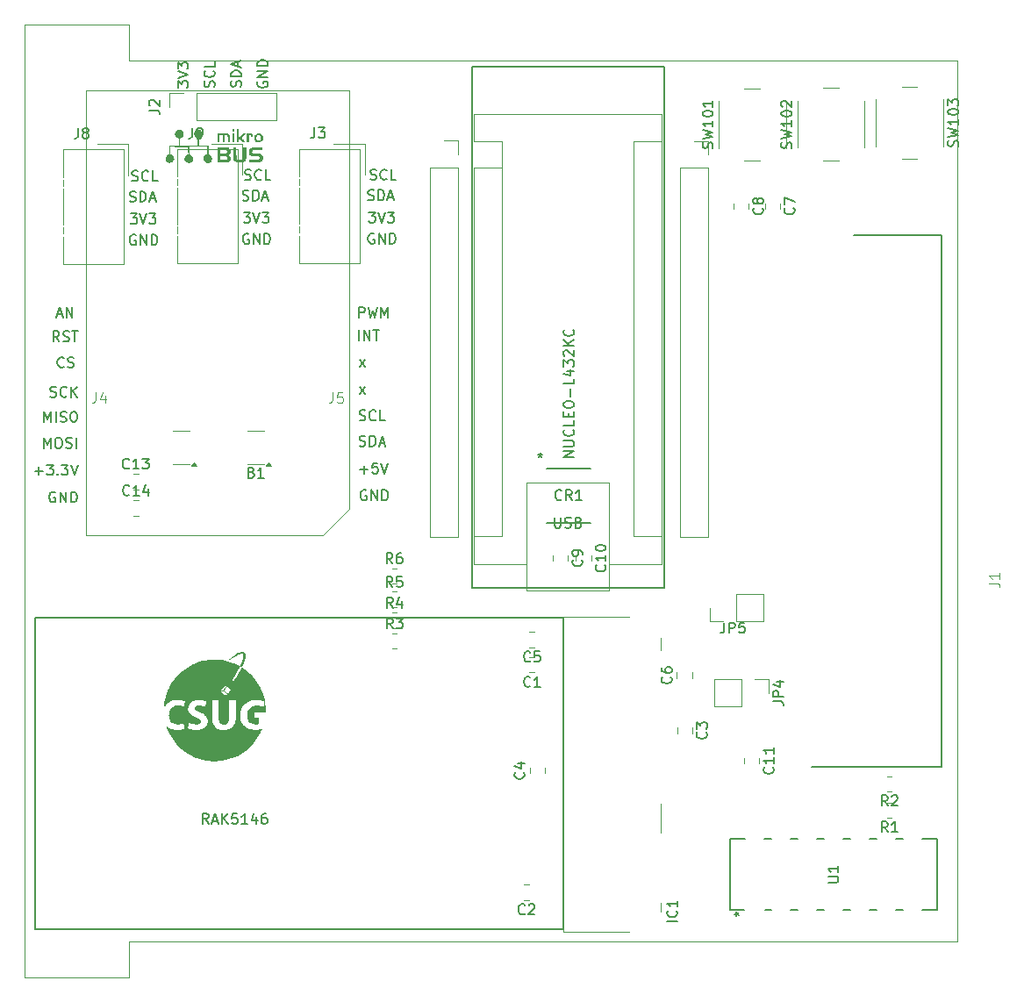
<source format=gbr>
%TF.GenerationSoftware,KiCad,Pcbnew,8.0.2-1*%
%TF.CreationDate,2024-08-02T11:08:52+02:00*%
%TF.ProjectId,Com_Nucleo-L432kc,436f6d5f-4e75-4636-9c65-6f2d4c343332,rev?*%
%TF.SameCoordinates,Original*%
%TF.FileFunction,Legend,Top*%
%TF.FilePolarity,Positive*%
%FSLAX46Y46*%
G04 Gerber Fmt 4.6, Leading zero omitted, Abs format (unit mm)*
G04 Created by KiCad (PCBNEW 8.0.2-1) date 2024-08-02 11:08:52*
%MOMM*%
%LPD*%
G01*
G04 APERTURE LIST*
%ADD10C,0.150000*%
%ADD11C,0.100000*%
%ADD12C,0.120000*%
%ADD13C,0.000000*%
%ADD14C,0.152400*%
%ADD15C,0.200000*%
%TA.AperFunction,Profile*%
%ADD16C,0.100000*%
%TD*%
G04 APERTURE END LIST*
D10*
X96021541Y-76099819D02*
X96545350Y-75433152D01*
X96021541Y-75433152D02*
X96545350Y-76099819D01*
X96076779Y-86018866D02*
X96838684Y-86018866D01*
X96457731Y-86399819D02*
X96457731Y-85637914D01*
X97791064Y-85399819D02*
X97314874Y-85399819D01*
X97314874Y-85399819D02*
X97267255Y-85876009D01*
X97267255Y-85876009D02*
X97314874Y-85828390D01*
X97314874Y-85828390D02*
X97410112Y-85780771D01*
X97410112Y-85780771D02*
X97648207Y-85780771D01*
X97648207Y-85780771D02*
X97743445Y-85828390D01*
X97743445Y-85828390D02*
X97791064Y-85876009D01*
X97791064Y-85876009D02*
X97838683Y-85971247D01*
X97838683Y-85971247D02*
X97838683Y-86209342D01*
X97838683Y-86209342D02*
X97791064Y-86304580D01*
X97791064Y-86304580D02*
X97743445Y-86352200D01*
X97743445Y-86352200D02*
X97648207Y-86399819D01*
X97648207Y-86399819D02*
X97410112Y-86399819D01*
X97410112Y-86399819D02*
X97314874Y-86352200D01*
X97314874Y-86352200D02*
X97267255Y-86304580D01*
X98124398Y-85399819D02*
X98457731Y-86399819D01*
X98457731Y-86399819D02*
X98791064Y-85399819D01*
X96061541Y-78729819D02*
X96585350Y-78063152D01*
X96061541Y-78063152D02*
X96585350Y-78729819D01*
X95966779Y-73549819D02*
X95966779Y-72549819D01*
X96442969Y-73549819D02*
X96442969Y-72549819D01*
X96442969Y-72549819D02*
X97014397Y-73549819D01*
X97014397Y-73549819D02*
X97014397Y-72549819D01*
X97347731Y-72549819D02*
X97919159Y-72549819D01*
X97633445Y-73549819D02*
X97633445Y-72549819D01*
X96680588Y-88037438D02*
X96585350Y-87989819D01*
X96585350Y-87989819D02*
X96442493Y-87989819D01*
X96442493Y-87989819D02*
X96299636Y-88037438D01*
X96299636Y-88037438D02*
X96204398Y-88132676D01*
X96204398Y-88132676D02*
X96156779Y-88227914D01*
X96156779Y-88227914D02*
X96109160Y-88418390D01*
X96109160Y-88418390D02*
X96109160Y-88561247D01*
X96109160Y-88561247D02*
X96156779Y-88751723D01*
X96156779Y-88751723D02*
X96204398Y-88846961D01*
X96204398Y-88846961D02*
X96299636Y-88942200D01*
X96299636Y-88942200D02*
X96442493Y-88989819D01*
X96442493Y-88989819D02*
X96537731Y-88989819D01*
X96537731Y-88989819D02*
X96680588Y-88942200D01*
X96680588Y-88942200D02*
X96728207Y-88894580D01*
X96728207Y-88894580D02*
X96728207Y-88561247D01*
X96728207Y-88561247D02*
X96537731Y-88561247D01*
X97156779Y-88989819D02*
X97156779Y-87989819D01*
X97156779Y-87989819D02*
X97728207Y-88989819D01*
X97728207Y-88989819D02*
X97728207Y-87989819D01*
X98204398Y-88989819D02*
X98204398Y-87989819D01*
X98204398Y-87989819D02*
X98442493Y-87989819D01*
X98442493Y-87989819D02*
X98585350Y-88037438D01*
X98585350Y-88037438D02*
X98680588Y-88132676D01*
X98680588Y-88132676D02*
X98728207Y-88227914D01*
X98728207Y-88227914D02*
X98775826Y-88418390D01*
X98775826Y-88418390D02*
X98775826Y-88561247D01*
X98775826Y-88561247D02*
X98728207Y-88751723D01*
X98728207Y-88751723D02*
X98680588Y-88846961D01*
X98680588Y-88846961D02*
X98585350Y-88942200D01*
X98585350Y-88942200D02*
X98442493Y-88989819D01*
X98442493Y-88989819D02*
X98204398Y-88989819D01*
X96029160Y-81242200D02*
X96172017Y-81289819D01*
X96172017Y-81289819D02*
X96410112Y-81289819D01*
X96410112Y-81289819D02*
X96505350Y-81242200D01*
X96505350Y-81242200D02*
X96552969Y-81194580D01*
X96552969Y-81194580D02*
X96600588Y-81099342D01*
X96600588Y-81099342D02*
X96600588Y-81004104D01*
X96600588Y-81004104D02*
X96552969Y-80908866D01*
X96552969Y-80908866D02*
X96505350Y-80861247D01*
X96505350Y-80861247D02*
X96410112Y-80813628D01*
X96410112Y-80813628D02*
X96219636Y-80766009D01*
X96219636Y-80766009D02*
X96124398Y-80718390D01*
X96124398Y-80718390D02*
X96076779Y-80670771D01*
X96076779Y-80670771D02*
X96029160Y-80575533D01*
X96029160Y-80575533D02*
X96029160Y-80480295D01*
X96029160Y-80480295D02*
X96076779Y-80385057D01*
X96076779Y-80385057D02*
X96124398Y-80337438D01*
X96124398Y-80337438D02*
X96219636Y-80289819D01*
X96219636Y-80289819D02*
X96457731Y-80289819D01*
X96457731Y-80289819D02*
X96600588Y-80337438D01*
X97600588Y-81194580D02*
X97552969Y-81242200D01*
X97552969Y-81242200D02*
X97410112Y-81289819D01*
X97410112Y-81289819D02*
X97314874Y-81289819D01*
X97314874Y-81289819D02*
X97172017Y-81242200D01*
X97172017Y-81242200D02*
X97076779Y-81146961D01*
X97076779Y-81146961D02*
X97029160Y-81051723D01*
X97029160Y-81051723D02*
X96981541Y-80861247D01*
X96981541Y-80861247D02*
X96981541Y-80718390D01*
X96981541Y-80718390D02*
X97029160Y-80527914D01*
X97029160Y-80527914D02*
X97076779Y-80432676D01*
X97076779Y-80432676D02*
X97172017Y-80337438D01*
X97172017Y-80337438D02*
X97314874Y-80289819D01*
X97314874Y-80289819D02*
X97410112Y-80289819D01*
X97410112Y-80289819D02*
X97552969Y-80337438D01*
X97552969Y-80337438D02*
X97600588Y-80385057D01*
X98505350Y-81289819D02*
X98029160Y-81289819D01*
X98029160Y-81289819D02*
X98029160Y-80289819D01*
X95966779Y-71359819D02*
X95966779Y-70359819D01*
X95966779Y-70359819D02*
X96347731Y-70359819D01*
X96347731Y-70359819D02*
X96442969Y-70407438D01*
X96442969Y-70407438D02*
X96490588Y-70455057D01*
X96490588Y-70455057D02*
X96538207Y-70550295D01*
X96538207Y-70550295D02*
X96538207Y-70693152D01*
X96538207Y-70693152D02*
X96490588Y-70788390D01*
X96490588Y-70788390D02*
X96442969Y-70836009D01*
X96442969Y-70836009D02*
X96347731Y-70883628D01*
X96347731Y-70883628D02*
X95966779Y-70883628D01*
X96871541Y-70359819D02*
X97109636Y-71359819D01*
X97109636Y-71359819D02*
X97300112Y-70645533D01*
X97300112Y-70645533D02*
X97490588Y-71359819D01*
X97490588Y-71359819D02*
X97728684Y-70359819D01*
X98109636Y-71359819D02*
X98109636Y-70359819D01*
X98109636Y-70359819D02*
X98442969Y-71074104D01*
X98442969Y-71074104D02*
X98776302Y-70359819D01*
X98776302Y-70359819D02*
X98776302Y-71359819D01*
X96029160Y-83722200D02*
X96172017Y-83769819D01*
X96172017Y-83769819D02*
X96410112Y-83769819D01*
X96410112Y-83769819D02*
X96505350Y-83722200D01*
X96505350Y-83722200D02*
X96552969Y-83674580D01*
X96552969Y-83674580D02*
X96600588Y-83579342D01*
X96600588Y-83579342D02*
X96600588Y-83484104D01*
X96600588Y-83484104D02*
X96552969Y-83388866D01*
X96552969Y-83388866D02*
X96505350Y-83341247D01*
X96505350Y-83341247D02*
X96410112Y-83293628D01*
X96410112Y-83293628D02*
X96219636Y-83246009D01*
X96219636Y-83246009D02*
X96124398Y-83198390D01*
X96124398Y-83198390D02*
X96076779Y-83150771D01*
X96076779Y-83150771D02*
X96029160Y-83055533D01*
X96029160Y-83055533D02*
X96029160Y-82960295D01*
X96029160Y-82960295D02*
X96076779Y-82865057D01*
X96076779Y-82865057D02*
X96124398Y-82817438D01*
X96124398Y-82817438D02*
X96219636Y-82769819D01*
X96219636Y-82769819D02*
X96457731Y-82769819D01*
X96457731Y-82769819D02*
X96600588Y-82817438D01*
X97029160Y-83769819D02*
X97029160Y-82769819D01*
X97029160Y-82769819D02*
X97267255Y-82769819D01*
X97267255Y-82769819D02*
X97410112Y-82817438D01*
X97410112Y-82817438D02*
X97505350Y-82912676D01*
X97505350Y-82912676D02*
X97552969Y-83007914D01*
X97552969Y-83007914D02*
X97600588Y-83198390D01*
X97600588Y-83198390D02*
X97600588Y-83341247D01*
X97600588Y-83341247D02*
X97552969Y-83531723D01*
X97552969Y-83531723D02*
X97505350Y-83626961D01*
X97505350Y-83626961D02*
X97410112Y-83722200D01*
X97410112Y-83722200D02*
X97267255Y-83769819D01*
X97267255Y-83769819D02*
X97029160Y-83769819D01*
X97981541Y-83484104D02*
X98457731Y-83484104D01*
X97886303Y-83769819D02*
X98219636Y-82769819D01*
X98219636Y-82769819D02*
X98552969Y-83769819D01*
X66670588Y-88217438D02*
X66575350Y-88169819D01*
X66575350Y-88169819D02*
X66432493Y-88169819D01*
X66432493Y-88169819D02*
X66289636Y-88217438D01*
X66289636Y-88217438D02*
X66194398Y-88312676D01*
X66194398Y-88312676D02*
X66146779Y-88407914D01*
X66146779Y-88407914D02*
X66099160Y-88598390D01*
X66099160Y-88598390D02*
X66099160Y-88741247D01*
X66099160Y-88741247D02*
X66146779Y-88931723D01*
X66146779Y-88931723D02*
X66194398Y-89026961D01*
X66194398Y-89026961D02*
X66289636Y-89122200D01*
X66289636Y-89122200D02*
X66432493Y-89169819D01*
X66432493Y-89169819D02*
X66527731Y-89169819D01*
X66527731Y-89169819D02*
X66670588Y-89122200D01*
X66670588Y-89122200D02*
X66718207Y-89074580D01*
X66718207Y-89074580D02*
X66718207Y-88741247D01*
X66718207Y-88741247D02*
X66527731Y-88741247D01*
X67146779Y-89169819D02*
X67146779Y-88169819D01*
X67146779Y-88169819D02*
X67718207Y-89169819D01*
X67718207Y-89169819D02*
X67718207Y-88169819D01*
X68194398Y-89169819D02*
X68194398Y-88169819D01*
X68194398Y-88169819D02*
X68432493Y-88169819D01*
X68432493Y-88169819D02*
X68575350Y-88217438D01*
X68575350Y-88217438D02*
X68670588Y-88312676D01*
X68670588Y-88312676D02*
X68718207Y-88407914D01*
X68718207Y-88407914D02*
X68765826Y-88598390D01*
X68765826Y-88598390D02*
X68765826Y-88741247D01*
X68765826Y-88741247D02*
X68718207Y-88931723D01*
X68718207Y-88931723D02*
X68670588Y-89026961D01*
X68670588Y-89026961D02*
X68575350Y-89122200D01*
X68575350Y-89122200D02*
X68432493Y-89169819D01*
X68432493Y-89169819D02*
X68194398Y-89169819D01*
X64716779Y-86178866D02*
X65478684Y-86178866D01*
X65097731Y-86559819D02*
X65097731Y-85797914D01*
X65859636Y-85559819D02*
X66478683Y-85559819D01*
X66478683Y-85559819D02*
X66145350Y-85940771D01*
X66145350Y-85940771D02*
X66288207Y-85940771D01*
X66288207Y-85940771D02*
X66383445Y-85988390D01*
X66383445Y-85988390D02*
X66431064Y-86036009D01*
X66431064Y-86036009D02*
X66478683Y-86131247D01*
X66478683Y-86131247D02*
X66478683Y-86369342D01*
X66478683Y-86369342D02*
X66431064Y-86464580D01*
X66431064Y-86464580D02*
X66383445Y-86512200D01*
X66383445Y-86512200D02*
X66288207Y-86559819D01*
X66288207Y-86559819D02*
X66002493Y-86559819D01*
X66002493Y-86559819D02*
X65907255Y-86512200D01*
X65907255Y-86512200D02*
X65859636Y-86464580D01*
X66907255Y-86464580D02*
X66954874Y-86512200D01*
X66954874Y-86512200D02*
X66907255Y-86559819D01*
X66907255Y-86559819D02*
X66859636Y-86512200D01*
X66859636Y-86512200D02*
X66907255Y-86464580D01*
X66907255Y-86464580D02*
X66907255Y-86559819D01*
X67288207Y-85559819D02*
X67907254Y-85559819D01*
X67907254Y-85559819D02*
X67573921Y-85940771D01*
X67573921Y-85940771D02*
X67716778Y-85940771D01*
X67716778Y-85940771D02*
X67812016Y-85988390D01*
X67812016Y-85988390D02*
X67859635Y-86036009D01*
X67859635Y-86036009D02*
X67907254Y-86131247D01*
X67907254Y-86131247D02*
X67907254Y-86369342D01*
X67907254Y-86369342D02*
X67859635Y-86464580D01*
X67859635Y-86464580D02*
X67812016Y-86512200D01*
X67812016Y-86512200D02*
X67716778Y-86559819D01*
X67716778Y-86559819D02*
X67431064Y-86559819D01*
X67431064Y-86559819D02*
X67335826Y-86512200D01*
X67335826Y-86512200D02*
X67288207Y-86464580D01*
X68192969Y-85559819D02*
X68526302Y-86559819D01*
X68526302Y-86559819D02*
X68859635Y-85559819D01*
X65556779Y-83949819D02*
X65556779Y-82949819D01*
X65556779Y-82949819D02*
X65890112Y-83664104D01*
X65890112Y-83664104D02*
X66223445Y-82949819D01*
X66223445Y-82949819D02*
X66223445Y-83949819D01*
X66890112Y-82949819D02*
X67080588Y-82949819D01*
X67080588Y-82949819D02*
X67175826Y-82997438D01*
X67175826Y-82997438D02*
X67271064Y-83092676D01*
X67271064Y-83092676D02*
X67318683Y-83283152D01*
X67318683Y-83283152D02*
X67318683Y-83616485D01*
X67318683Y-83616485D02*
X67271064Y-83806961D01*
X67271064Y-83806961D02*
X67175826Y-83902200D01*
X67175826Y-83902200D02*
X67080588Y-83949819D01*
X67080588Y-83949819D02*
X66890112Y-83949819D01*
X66890112Y-83949819D02*
X66794874Y-83902200D01*
X66794874Y-83902200D02*
X66699636Y-83806961D01*
X66699636Y-83806961D02*
X66652017Y-83616485D01*
X66652017Y-83616485D02*
X66652017Y-83283152D01*
X66652017Y-83283152D02*
X66699636Y-83092676D01*
X66699636Y-83092676D02*
X66794874Y-82997438D01*
X66794874Y-82997438D02*
X66890112Y-82949819D01*
X67699636Y-83902200D02*
X67842493Y-83949819D01*
X67842493Y-83949819D02*
X68080588Y-83949819D01*
X68080588Y-83949819D02*
X68175826Y-83902200D01*
X68175826Y-83902200D02*
X68223445Y-83854580D01*
X68223445Y-83854580D02*
X68271064Y-83759342D01*
X68271064Y-83759342D02*
X68271064Y-83664104D01*
X68271064Y-83664104D02*
X68223445Y-83568866D01*
X68223445Y-83568866D02*
X68175826Y-83521247D01*
X68175826Y-83521247D02*
X68080588Y-83473628D01*
X68080588Y-83473628D02*
X67890112Y-83426009D01*
X67890112Y-83426009D02*
X67794874Y-83378390D01*
X67794874Y-83378390D02*
X67747255Y-83330771D01*
X67747255Y-83330771D02*
X67699636Y-83235533D01*
X67699636Y-83235533D02*
X67699636Y-83140295D01*
X67699636Y-83140295D02*
X67747255Y-83045057D01*
X67747255Y-83045057D02*
X67794874Y-82997438D01*
X67794874Y-82997438D02*
X67890112Y-82949819D01*
X67890112Y-82949819D02*
X68128207Y-82949819D01*
X68128207Y-82949819D02*
X68271064Y-82997438D01*
X68699636Y-83949819D02*
X68699636Y-82949819D01*
X65606779Y-81439819D02*
X65606779Y-80439819D01*
X65606779Y-80439819D02*
X65940112Y-81154104D01*
X65940112Y-81154104D02*
X66273445Y-80439819D01*
X66273445Y-80439819D02*
X66273445Y-81439819D01*
X66749636Y-81439819D02*
X66749636Y-80439819D01*
X67178207Y-81392200D02*
X67321064Y-81439819D01*
X67321064Y-81439819D02*
X67559159Y-81439819D01*
X67559159Y-81439819D02*
X67654397Y-81392200D01*
X67654397Y-81392200D02*
X67702016Y-81344580D01*
X67702016Y-81344580D02*
X67749635Y-81249342D01*
X67749635Y-81249342D02*
X67749635Y-81154104D01*
X67749635Y-81154104D02*
X67702016Y-81058866D01*
X67702016Y-81058866D02*
X67654397Y-81011247D01*
X67654397Y-81011247D02*
X67559159Y-80963628D01*
X67559159Y-80963628D02*
X67368683Y-80916009D01*
X67368683Y-80916009D02*
X67273445Y-80868390D01*
X67273445Y-80868390D02*
X67225826Y-80820771D01*
X67225826Y-80820771D02*
X67178207Y-80725533D01*
X67178207Y-80725533D02*
X67178207Y-80630295D01*
X67178207Y-80630295D02*
X67225826Y-80535057D01*
X67225826Y-80535057D02*
X67273445Y-80487438D01*
X67273445Y-80487438D02*
X67368683Y-80439819D01*
X67368683Y-80439819D02*
X67606778Y-80439819D01*
X67606778Y-80439819D02*
X67749635Y-80487438D01*
X68368683Y-80439819D02*
X68559159Y-80439819D01*
X68559159Y-80439819D02*
X68654397Y-80487438D01*
X68654397Y-80487438D02*
X68749635Y-80582676D01*
X68749635Y-80582676D02*
X68797254Y-80773152D01*
X68797254Y-80773152D02*
X68797254Y-81106485D01*
X68797254Y-81106485D02*
X68749635Y-81296961D01*
X68749635Y-81296961D02*
X68654397Y-81392200D01*
X68654397Y-81392200D02*
X68559159Y-81439819D01*
X68559159Y-81439819D02*
X68368683Y-81439819D01*
X68368683Y-81439819D02*
X68273445Y-81392200D01*
X68273445Y-81392200D02*
X68178207Y-81296961D01*
X68178207Y-81296961D02*
X68130588Y-81106485D01*
X68130588Y-81106485D02*
X68130588Y-80773152D01*
X68130588Y-80773152D02*
X68178207Y-80582676D01*
X68178207Y-80582676D02*
X68273445Y-80487438D01*
X68273445Y-80487438D02*
X68368683Y-80439819D01*
X66199160Y-78982200D02*
X66342017Y-79029819D01*
X66342017Y-79029819D02*
X66580112Y-79029819D01*
X66580112Y-79029819D02*
X66675350Y-78982200D01*
X66675350Y-78982200D02*
X66722969Y-78934580D01*
X66722969Y-78934580D02*
X66770588Y-78839342D01*
X66770588Y-78839342D02*
X66770588Y-78744104D01*
X66770588Y-78744104D02*
X66722969Y-78648866D01*
X66722969Y-78648866D02*
X66675350Y-78601247D01*
X66675350Y-78601247D02*
X66580112Y-78553628D01*
X66580112Y-78553628D02*
X66389636Y-78506009D01*
X66389636Y-78506009D02*
X66294398Y-78458390D01*
X66294398Y-78458390D02*
X66246779Y-78410771D01*
X66246779Y-78410771D02*
X66199160Y-78315533D01*
X66199160Y-78315533D02*
X66199160Y-78220295D01*
X66199160Y-78220295D02*
X66246779Y-78125057D01*
X66246779Y-78125057D02*
X66294398Y-78077438D01*
X66294398Y-78077438D02*
X66389636Y-78029819D01*
X66389636Y-78029819D02*
X66627731Y-78029819D01*
X66627731Y-78029819D02*
X66770588Y-78077438D01*
X67770588Y-78934580D02*
X67722969Y-78982200D01*
X67722969Y-78982200D02*
X67580112Y-79029819D01*
X67580112Y-79029819D02*
X67484874Y-79029819D01*
X67484874Y-79029819D02*
X67342017Y-78982200D01*
X67342017Y-78982200D02*
X67246779Y-78886961D01*
X67246779Y-78886961D02*
X67199160Y-78791723D01*
X67199160Y-78791723D02*
X67151541Y-78601247D01*
X67151541Y-78601247D02*
X67151541Y-78458390D01*
X67151541Y-78458390D02*
X67199160Y-78267914D01*
X67199160Y-78267914D02*
X67246779Y-78172676D01*
X67246779Y-78172676D02*
X67342017Y-78077438D01*
X67342017Y-78077438D02*
X67484874Y-78029819D01*
X67484874Y-78029819D02*
X67580112Y-78029819D01*
X67580112Y-78029819D02*
X67722969Y-78077438D01*
X67722969Y-78077438D02*
X67770588Y-78125057D01*
X68199160Y-79029819D02*
X68199160Y-78029819D01*
X68770588Y-79029819D02*
X68342017Y-78458390D01*
X68770588Y-78029819D02*
X68199160Y-78601247D01*
X67508207Y-76074580D02*
X67460588Y-76122200D01*
X67460588Y-76122200D02*
X67317731Y-76169819D01*
X67317731Y-76169819D02*
X67222493Y-76169819D01*
X67222493Y-76169819D02*
X67079636Y-76122200D01*
X67079636Y-76122200D02*
X66984398Y-76026961D01*
X66984398Y-76026961D02*
X66936779Y-75931723D01*
X66936779Y-75931723D02*
X66889160Y-75741247D01*
X66889160Y-75741247D02*
X66889160Y-75598390D01*
X66889160Y-75598390D02*
X66936779Y-75407914D01*
X66936779Y-75407914D02*
X66984398Y-75312676D01*
X66984398Y-75312676D02*
X67079636Y-75217438D01*
X67079636Y-75217438D02*
X67222493Y-75169819D01*
X67222493Y-75169819D02*
X67317731Y-75169819D01*
X67317731Y-75169819D02*
X67460588Y-75217438D01*
X67460588Y-75217438D02*
X67508207Y-75265057D01*
X67889160Y-76122200D02*
X68032017Y-76169819D01*
X68032017Y-76169819D02*
X68270112Y-76169819D01*
X68270112Y-76169819D02*
X68365350Y-76122200D01*
X68365350Y-76122200D02*
X68412969Y-76074580D01*
X68412969Y-76074580D02*
X68460588Y-75979342D01*
X68460588Y-75979342D02*
X68460588Y-75884104D01*
X68460588Y-75884104D02*
X68412969Y-75788866D01*
X68412969Y-75788866D02*
X68365350Y-75741247D01*
X68365350Y-75741247D02*
X68270112Y-75693628D01*
X68270112Y-75693628D02*
X68079636Y-75646009D01*
X68079636Y-75646009D02*
X67984398Y-75598390D01*
X67984398Y-75598390D02*
X67936779Y-75550771D01*
X67936779Y-75550771D02*
X67889160Y-75455533D01*
X67889160Y-75455533D02*
X67889160Y-75360295D01*
X67889160Y-75360295D02*
X67936779Y-75265057D01*
X67936779Y-75265057D02*
X67984398Y-75217438D01*
X67984398Y-75217438D02*
X68079636Y-75169819D01*
X68079636Y-75169819D02*
X68317731Y-75169819D01*
X68317731Y-75169819D02*
X68460588Y-75217438D01*
X67058207Y-73659819D02*
X66724874Y-73183628D01*
X66486779Y-73659819D02*
X66486779Y-72659819D01*
X66486779Y-72659819D02*
X66867731Y-72659819D01*
X66867731Y-72659819D02*
X66962969Y-72707438D01*
X66962969Y-72707438D02*
X67010588Y-72755057D01*
X67010588Y-72755057D02*
X67058207Y-72850295D01*
X67058207Y-72850295D02*
X67058207Y-72993152D01*
X67058207Y-72993152D02*
X67010588Y-73088390D01*
X67010588Y-73088390D02*
X66962969Y-73136009D01*
X66962969Y-73136009D02*
X66867731Y-73183628D01*
X66867731Y-73183628D02*
X66486779Y-73183628D01*
X67439160Y-73612200D02*
X67582017Y-73659819D01*
X67582017Y-73659819D02*
X67820112Y-73659819D01*
X67820112Y-73659819D02*
X67915350Y-73612200D01*
X67915350Y-73612200D02*
X67962969Y-73564580D01*
X67962969Y-73564580D02*
X68010588Y-73469342D01*
X68010588Y-73469342D02*
X68010588Y-73374104D01*
X68010588Y-73374104D02*
X67962969Y-73278866D01*
X67962969Y-73278866D02*
X67915350Y-73231247D01*
X67915350Y-73231247D02*
X67820112Y-73183628D01*
X67820112Y-73183628D02*
X67629636Y-73136009D01*
X67629636Y-73136009D02*
X67534398Y-73088390D01*
X67534398Y-73088390D02*
X67486779Y-73040771D01*
X67486779Y-73040771D02*
X67439160Y-72945533D01*
X67439160Y-72945533D02*
X67439160Y-72850295D01*
X67439160Y-72850295D02*
X67486779Y-72755057D01*
X67486779Y-72755057D02*
X67534398Y-72707438D01*
X67534398Y-72707438D02*
X67629636Y-72659819D01*
X67629636Y-72659819D02*
X67867731Y-72659819D01*
X67867731Y-72659819D02*
X68010588Y-72707438D01*
X68296303Y-72659819D02*
X68867731Y-72659819D01*
X68582017Y-73659819D02*
X68582017Y-72659819D01*
X66839160Y-71064104D02*
X67315350Y-71064104D01*
X66743922Y-71349819D02*
X67077255Y-70349819D01*
X67077255Y-70349819D02*
X67410588Y-71349819D01*
X67743922Y-71349819D02*
X67743922Y-70349819D01*
X67743922Y-70349819D02*
X68315350Y-71349819D01*
X68315350Y-71349819D02*
X68315350Y-70349819D01*
D11*
X69641248Y-92329000D02*
X92501248Y-92329000D01*
X69641248Y-92316000D02*
X69641248Y-49416000D01*
D10*
X106859233Y-47144374D02*
X125399233Y-47144374D01*
X125399233Y-97434374D01*
X106859233Y-97434374D01*
X106859233Y-47144374D01*
D11*
X69641248Y-49416000D02*
X95041248Y-49416000D01*
X95041248Y-89789000D02*
X92501248Y-92329000D01*
D10*
X64773996Y-100341538D02*
X115733996Y-100341538D01*
X115733996Y-130341538D01*
X64773996Y-130341538D01*
X64773996Y-100341538D01*
D11*
X95041248Y-89789000D02*
X95041248Y-49416000D01*
D10*
X81461938Y-120217819D02*
X81128605Y-119741628D01*
X80890510Y-120217819D02*
X80890510Y-119217819D01*
X80890510Y-119217819D02*
X81271462Y-119217819D01*
X81271462Y-119217819D02*
X81366700Y-119265438D01*
X81366700Y-119265438D02*
X81414319Y-119313057D01*
X81414319Y-119313057D02*
X81461938Y-119408295D01*
X81461938Y-119408295D02*
X81461938Y-119551152D01*
X81461938Y-119551152D02*
X81414319Y-119646390D01*
X81414319Y-119646390D02*
X81366700Y-119694009D01*
X81366700Y-119694009D02*
X81271462Y-119741628D01*
X81271462Y-119741628D02*
X80890510Y-119741628D01*
X81842891Y-119932104D02*
X82319081Y-119932104D01*
X81747653Y-120217819D02*
X82080986Y-119217819D01*
X82080986Y-119217819D02*
X82414319Y-120217819D01*
X82747653Y-120217819D02*
X82747653Y-119217819D01*
X83319081Y-120217819D02*
X82890510Y-119646390D01*
X83319081Y-119217819D02*
X82747653Y-119789247D01*
X84223843Y-119217819D02*
X83747653Y-119217819D01*
X83747653Y-119217819D02*
X83700034Y-119694009D01*
X83700034Y-119694009D02*
X83747653Y-119646390D01*
X83747653Y-119646390D02*
X83842891Y-119598771D01*
X83842891Y-119598771D02*
X84080986Y-119598771D01*
X84080986Y-119598771D02*
X84176224Y-119646390D01*
X84176224Y-119646390D02*
X84223843Y-119694009D01*
X84223843Y-119694009D02*
X84271462Y-119789247D01*
X84271462Y-119789247D02*
X84271462Y-120027342D01*
X84271462Y-120027342D02*
X84223843Y-120122580D01*
X84223843Y-120122580D02*
X84176224Y-120170200D01*
X84176224Y-120170200D02*
X84080986Y-120217819D01*
X84080986Y-120217819D02*
X83842891Y-120217819D01*
X83842891Y-120217819D02*
X83747653Y-120170200D01*
X83747653Y-120170200D02*
X83700034Y-120122580D01*
X85223843Y-120217819D02*
X84652415Y-120217819D01*
X84938129Y-120217819D02*
X84938129Y-119217819D01*
X84938129Y-119217819D02*
X84842891Y-119360676D01*
X84842891Y-119360676D02*
X84747653Y-119455914D01*
X84747653Y-119455914D02*
X84652415Y-119503533D01*
X86080986Y-119551152D02*
X86080986Y-120217819D01*
X85842891Y-119170200D02*
X85604796Y-119884485D01*
X85604796Y-119884485D02*
X86223843Y-119884485D01*
X87033367Y-119217819D02*
X86842891Y-119217819D01*
X86842891Y-119217819D02*
X86747653Y-119265438D01*
X86747653Y-119265438D02*
X86700034Y-119313057D01*
X86700034Y-119313057D02*
X86604796Y-119455914D01*
X86604796Y-119455914D02*
X86557177Y-119646390D01*
X86557177Y-119646390D02*
X86557177Y-120027342D01*
X86557177Y-120027342D02*
X86604796Y-120122580D01*
X86604796Y-120122580D02*
X86652415Y-120170200D01*
X86652415Y-120170200D02*
X86747653Y-120217819D01*
X86747653Y-120217819D02*
X86938129Y-120217819D01*
X86938129Y-120217819D02*
X87033367Y-120170200D01*
X87033367Y-120170200D02*
X87080986Y-120122580D01*
X87080986Y-120122580D02*
X87128605Y-120027342D01*
X87128605Y-120027342D02*
X87128605Y-119789247D01*
X87128605Y-119789247D02*
X87080986Y-119694009D01*
X87080986Y-119694009D02*
X87033367Y-119646390D01*
X87033367Y-119646390D02*
X86938129Y-119598771D01*
X86938129Y-119598771D02*
X86747653Y-119598771D01*
X86747653Y-119598771D02*
X86652415Y-119646390D01*
X86652415Y-119646390D02*
X86604796Y-119694009D01*
X86604796Y-119694009D02*
X86557177Y-119789247D01*
X116724819Y-84842856D02*
X115724819Y-84842856D01*
X115724819Y-84842856D02*
X116724819Y-84271428D01*
X116724819Y-84271428D02*
X115724819Y-84271428D01*
X115724819Y-83795237D02*
X116534342Y-83795237D01*
X116534342Y-83795237D02*
X116629580Y-83747618D01*
X116629580Y-83747618D02*
X116677200Y-83699999D01*
X116677200Y-83699999D02*
X116724819Y-83604761D01*
X116724819Y-83604761D02*
X116724819Y-83414285D01*
X116724819Y-83414285D02*
X116677200Y-83319047D01*
X116677200Y-83319047D02*
X116629580Y-83271428D01*
X116629580Y-83271428D02*
X116534342Y-83223809D01*
X116534342Y-83223809D02*
X115724819Y-83223809D01*
X116629580Y-82176190D02*
X116677200Y-82223809D01*
X116677200Y-82223809D02*
X116724819Y-82366666D01*
X116724819Y-82366666D02*
X116724819Y-82461904D01*
X116724819Y-82461904D02*
X116677200Y-82604761D01*
X116677200Y-82604761D02*
X116581961Y-82699999D01*
X116581961Y-82699999D02*
X116486723Y-82747618D01*
X116486723Y-82747618D02*
X116296247Y-82795237D01*
X116296247Y-82795237D02*
X116153390Y-82795237D01*
X116153390Y-82795237D02*
X115962914Y-82747618D01*
X115962914Y-82747618D02*
X115867676Y-82699999D01*
X115867676Y-82699999D02*
X115772438Y-82604761D01*
X115772438Y-82604761D02*
X115724819Y-82461904D01*
X115724819Y-82461904D02*
X115724819Y-82366666D01*
X115724819Y-82366666D02*
X115772438Y-82223809D01*
X115772438Y-82223809D02*
X115820057Y-82176190D01*
X116724819Y-81271428D02*
X116724819Y-81747618D01*
X116724819Y-81747618D02*
X115724819Y-81747618D01*
X116201009Y-80938094D02*
X116201009Y-80604761D01*
X116724819Y-80461904D02*
X116724819Y-80938094D01*
X116724819Y-80938094D02*
X115724819Y-80938094D01*
X115724819Y-80938094D02*
X115724819Y-80461904D01*
X115724819Y-79842856D02*
X115724819Y-79652380D01*
X115724819Y-79652380D02*
X115772438Y-79557142D01*
X115772438Y-79557142D02*
X115867676Y-79461904D01*
X115867676Y-79461904D02*
X116058152Y-79414285D01*
X116058152Y-79414285D02*
X116391485Y-79414285D01*
X116391485Y-79414285D02*
X116581961Y-79461904D01*
X116581961Y-79461904D02*
X116677200Y-79557142D01*
X116677200Y-79557142D02*
X116724819Y-79652380D01*
X116724819Y-79652380D02*
X116724819Y-79842856D01*
X116724819Y-79842856D02*
X116677200Y-79938094D01*
X116677200Y-79938094D02*
X116581961Y-80033332D01*
X116581961Y-80033332D02*
X116391485Y-80080951D01*
X116391485Y-80080951D02*
X116058152Y-80080951D01*
X116058152Y-80080951D02*
X115867676Y-80033332D01*
X115867676Y-80033332D02*
X115772438Y-79938094D01*
X115772438Y-79938094D02*
X115724819Y-79842856D01*
X116343866Y-78985713D02*
X116343866Y-78223809D01*
X116724819Y-77271428D02*
X116724819Y-77747618D01*
X116724819Y-77747618D02*
X115724819Y-77747618D01*
X116058152Y-76509523D02*
X116724819Y-76509523D01*
X115677200Y-76747618D02*
X116391485Y-76985713D01*
X116391485Y-76985713D02*
X116391485Y-76366666D01*
X115724819Y-76080951D02*
X115724819Y-75461904D01*
X115724819Y-75461904D02*
X116105771Y-75795237D01*
X116105771Y-75795237D02*
X116105771Y-75652380D01*
X116105771Y-75652380D02*
X116153390Y-75557142D01*
X116153390Y-75557142D02*
X116201009Y-75509523D01*
X116201009Y-75509523D02*
X116296247Y-75461904D01*
X116296247Y-75461904D02*
X116534342Y-75461904D01*
X116534342Y-75461904D02*
X116629580Y-75509523D01*
X116629580Y-75509523D02*
X116677200Y-75557142D01*
X116677200Y-75557142D02*
X116724819Y-75652380D01*
X116724819Y-75652380D02*
X116724819Y-75938094D01*
X116724819Y-75938094D02*
X116677200Y-76033332D01*
X116677200Y-76033332D02*
X116629580Y-76080951D01*
X115820057Y-75080951D02*
X115772438Y-75033332D01*
X115772438Y-75033332D02*
X115724819Y-74938094D01*
X115724819Y-74938094D02*
X115724819Y-74699999D01*
X115724819Y-74699999D02*
X115772438Y-74604761D01*
X115772438Y-74604761D02*
X115820057Y-74557142D01*
X115820057Y-74557142D02*
X115915295Y-74509523D01*
X115915295Y-74509523D02*
X116010533Y-74509523D01*
X116010533Y-74509523D02*
X116153390Y-74557142D01*
X116153390Y-74557142D02*
X116724819Y-75128570D01*
X116724819Y-75128570D02*
X116724819Y-74509523D01*
X116724819Y-74080951D02*
X115724819Y-74080951D01*
X116724819Y-73509523D02*
X116153390Y-73938094D01*
X115724819Y-73509523D02*
X116296247Y-74080951D01*
X116629580Y-72509523D02*
X116677200Y-72557142D01*
X116677200Y-72557142D02*
X116724819Y-72699999D01*
X116724819Y-72699999D02*
X116724819Y-72795237D01*
X116724819Y-72795237D02*
X116677200Y-72938094D01*
X116677200Y-72938094D02*
X116581961Y-73033332D01*
X116581961Y-73033332D02*
X116486723Y-73080951D01*
X116486723Y-73080951D02*
X116296247Y-73128570D01*
X116296247Y-73128570D02*
X116153390Y-73128570D01*
X116153390Y-73128570D02*
X115962914Y-73080951D01*
X115962914Y-73080951D02*
X115867676Y-73033332D01*
X115867676Y-73033332D02*
X115772438Y-72938094D01*
X115772438Y-72938094D02*
X115724819Y-72795237D01*
X115724819Y-72795237D02*
X115724819Y-72699999D01*
X115724819Y-72699999D02*
X115772438Y-72557142D01*
X115772438Y-72557142D02*
X115820057Y-72509523D01*
X82002200Y-49110839D02*
X82049819Y-48967982D01*
X82049819Y-48967982D02*
X82049819Y-48729887D01*
X82049819Y-48729887D02*
X82002200Y-48634649D01*
X82002200Y-48634649D02*
X81954580Y-48587030D01*
X81954580Y-48587030D02*
X81859342Y-48539411D01*
X81859342Y-48539411D02*
X81764104Y-48539411D01*
X81764104Y-48539411D02*
X81668866Y-48587030D01*
X81668866Y-48587030D02*
X81621247Y-48634649D01*
X81621247Y-48634649D02*
X81573628Y-48729887D01*
X81573628Y-48729887D02*
X81526009Y-48920363D01*
X81526009Y-48920363D02*
X81478390Y-49015601D01*
X81478390Y-49015601D02*
X81430771Y-49063220D01*
X81430771Y-49063220D02*
X81335533Y-49110839D01*
X81335533Y-49110839D02*
X81240295Y-49110839D01*
X81240295Y-49110839D02*
X81145057Y-49063220D01*
X81145057Y-49063220D02*
X81097438Y-49015601D01*
X81097438Y-49015601D02*
X81049819Y-48920363D01*
X81049819Y-48920363D02*
X81049819Y-48682268D01*
X81049819Y-48682268D02*
X81097438Y-48539411D01*
X81954580Y-47539411D02*
X82002200Y-47587030D01*
X82002200Y-47587030D02*
X82049819Y-47729887D01*
X82049819Y-47729887D02*
X82049819Y-47825125D01*
X82049819Y-47825125D02*
X82002200Y-47967982D01*
X82002200Y-47967982D02*
X81906961Y-48063220D01*
X81906961Y-48063220D02*
X81811723Y-48110839D01*
X81811723Y-48110839D02*
X81621247Y-48158458D01*
X81621247Y-48158458D02*
X81478390Y-48158458D01*
X81478390Y-48158458D02*
X81287914Y-48110839D01*
X81287914Y-48110839D02*
X81192676Y-48063220D01*
X81192676Y-48063220D02*
X81097438Y-47967982D01*
X81097438Y-47967982D02*
X81049819Y-47825125D01*
X81049819Y-47825125D02*
X81049819Y-47729887D01*
X81049819Y-47729887D02*
X81097438Y-47587030D01*
X81097438Y-47587030D02*
X81145057Y-47539411D01*
X82049819Y-46634649D02*
X82049819Y-47110839D01*
X82049819Y-47110839D02*
X81049819Y-47110839D01*
X84562200Y-49090839D02*
X84609819Y-48947982D01*
X84609819Y-48947982D02*
X84609819Y-48709887D01*
X84609819Y-48709887D02*
X84562200Y-48614649D01*
X84562200Y-48614649D02*
X84514580Y-48567030D01*
X84514580Y-48567030D02*
X84419342Y-48519411D01*
X84419342Y-48519411D02*
X84324104Y-48519411D01*
X84324104Y-48519411D02*
X84228866Y-48567030D01*
X84228866Y-48567030D02*
X84181247Y-48614649D01*
X84181247Y-48614649D02*
X84133628Y-48709887D01*
X84133628Y-48709887D02*
X84086009Y-48900363D01*
X84086009Y-48900363D02*
X84038390Y-48995601D01*
X84038390Y-48995601D02*
X83990771Y-49043220D01*
X83990771Y-49043220D02*
X83895533Y-49090839D01*
X83895533Y-49090839D02*
X83800295Y-49090839D01*
X83800295Y-49090839D02*
X83705057Y-49043220D01*
X83705057Y-49043220D02*
X83657438Y-48995601D01*
X83657438Y-48995601D02*
X83609819Y-48900363D01*
X83609819Y-48900363D02*
X83609819Y-48662268D01*
X83609819Y-48662268D02*
X83657438Y-48519411D01*
X84609819Y-48090839D02*
X83609819Y-48090839D01*
X83609819Y-48090839D02*
X83609819Y-47852744D01*
X83609819Y-47852744D02*
X83657438Y-47709887D01*
X83657438Y-47709887D02*
X83752676Y-47614649D01*
X83752676Y-47614649D02*
X83847914Y-47567030D01*
X83847914Y-47567030D02*
X84038390Y-47519411D01*
X84038390Y-47519411D02*
X84181247Y-47519411D01*
X84181247Y-47519411D02*
X84371723Y-47567030D01*
X84371723Y-47567030D02*
X84466961Y-47614649D01*
X84466961Y-47614649D02*
X84562200Y-47709887D01*
X84562200Y-47709887D02*
X84609819Y-47852744D01*
X84609819Y-47852744D02*
X84609819Y-48090839D01*
X84324104Y-47138458D02*
X84324104Y-46662268D01*
X84609819Y-47233696D02*
X83609819Y-46900363D01*
X83609819Y-46900363D02*
X84609819Y-46567030D01*
X84841541Y-61209819D02*
X85460588Y-61209819D01*
X85460588Y-61209819D02*
X85127255Y-61590771D01*
X85127255Y-61590771D02*
X85270112Y-61590771D01*
X85270112Y-61590771D02*
X85365350Y-61638390D01*
X85365350Y-61638390D02*
X85412969Y-61686009D01*
X85412969Y-61686009D02*
X85460588Y-61781247D01*
X85460588Y-61781247D02*
X85460588Y-62019342D01*
X85460588Y-62019342D02*
X85412969Y-62114580D01*
X85412969Y-62114580D02*
X85365350Y-62162200D01*
X85365350Y-62162200D02*
X85270112Y-62209819D01*
X85270112Y-62209819D02*
X84984398Y-62209819D01*
X84984398Y-62209819D02*
X84889160Y-62162200D01*
X84889160Y-62162200D02*
X84841541Y-62114580D01*
X85746303Y-61209819D02*
X86079636Y-62209819D01*
X86079636Y-62209819D02*
X86412969Y-61209819D01*
X86651065Y-61209819D02*
X87270112Y-61209819D01*
X87270112Y-61209819D02*
X86936779Y-61590771D01*
X86936779Y-61590771D02*
X87079636Y-61590771D01*
X87079636Y-61590771D02*
X87174874Y-61638390D01*
X87174874Y-61638390D02*
X87222493Y-61686009D01*
X87222493Y-61686009D02*
X87270112Y-61781247D01*
X87270112Y-61781247D02*
X87270112Y-62019342D01*
X87270112Y-62019342D02*
X87222493Y-62114580D01*
X87222493Y-62114580D02*
X87174874Y-62162200D01*
X87174874Y-62162200D02*
X87079636Y-62209819D01*
X87079636Y-62209819D02*
X86793922Y-62209819D01*
X86793922Y-62209819D02*
X86698684Y-62162200D01*
X86698684Y-62162200D02*
X86651065Y-62114580D01*
X97079160Y-58002200D02*
X97222017Y-58049819D01*
X97222017Y-58049819D02*
X97460112Y-58049819D01*
X97460112Y-58049819D02*
X97555350Y-58002200D01*
X97555350Y-58002200D02*
X97602969Y-57954580D01*
X97602969Y-57954580D02*
X97650588Y-57859342D01*
X97650588Y-57859342D02*
X97650588Y-57764104D01*
X97650588Y-57764104D02*
X97602969Y-57668866D01*
X97602969Y-57668866D02*
X97555350Y-57621247D01*
X97555350Y-57621247D02*
X97460112Y-57573628D01*
X97460112Y-57573628D02*
X97269636Y-57526009D01*
X97269636Y-57526009D02*
X97174398Y-57478390D01*
X97174398Y-57478390D02*
X97126779Y-57430771D01*
X97126779Y-57430771D02*
X97079160Y-57335533D01*
X97079160Y-57335533D02*
X97079160Y-57240295D01*
X97079160Y-57240295D02*
X97126779Y-57145057D01*
X97126779Y-57145057D02*
X97174398Y-57097438D01*
X97174398Y-57097438D02*
X97269636Y-57049819D01*
X97269636Y-57049819D02*
X97507731Y-57049819D01*
X97507731Y-57049819D02*
X97650588Y-57097438D01*
X98650588Y-57954580D02*
X98602969Y-58002200D01*
X98602969Y-58002200D02*
X98460112Y-58049819D01*
X98460112Y-58049819D02*
X98364874Y-58049819D01*
X98364874Y-58049819D02*
X98222017Y-58002200D01*
X98222017Y-58002200D02*
X98126779Y-57906961D01*
X98126779Y-57906961D02*
X98079160Y-57811723D01*
X98079160Y-57811723D02*
X98031541Y-57621247D01*
X98031541Y-57621247D02*
X98031541Y-57478390D01*
X98031541Y-57478390D02*
X98079160Y-57287914D01*
X98079160Y-57287914D02*
X98126779Y-57192676D01*
X98126779Y-57192676D02*
X98222017Y-57097438D01*
X98222017Y-57097438D02*
X98364874Y-57049819D01*
X98364874Y-57049819D02*
X98460112Y-57049819D01*
X98460112Y-57049819D02*
X98602969Y-57097438D01*
X98602969Y-57097438D02*
X98650588Y-57145057D01*
X99555350Y-58049819D02*
X99079160Y-58049819D01*
X99079160Y-58049819D02*
X99079160Y-57049819D01*
X97430588Y-63277438D02*
X97335350Y-63229819D01*
X97335350Y-63229819D02*
X97192493Y-63229819D01*
X97192493Y-63229819D02*
X97049636Y-63277438D01*
X97049636Y-63277438D02*
X96954398Y-63372676D01*
X96954398Y-63372676D02*
X96906779Y-63467914D01*
X96906779Y-63467914D02*
X96859160Y-63658390D01*
X96859160Y-63658390D02*
X96859160Y-63801247D01*
X96859160Y-63801247D02*
X96906779Y-63991723D01*
X96906779Y-63991723D02*
X96954398Y-64086961D01*
X96954398Y-64086961D02*
X97049636Y-64182200D01*
X97049636Y-64182200D02*
X97192493Y-64229819D01*
X97192493Y-64229819D02*
X97287731Y-64229819D01*
X97287731Y-64229819D02*
X97430588Y-64182200D01*
X97430588Y-64182200D02*
X97478207Y-64134580D01*
X97478207Y-64134580D02*
X97478207Y-63801247D01*
X97478207Y-63801247D02*
X97287731Y-63801247D01*
X97906779Y-64229819D02*
X97906779Y-63229819D01*
X97906779Y-63229819D02*
X98478207Y-64229819D01*
X98478207Y-64229819D02*
X98478207Y-63229819D01*
X98954398Y-64229819D02*
X98954398Y-63229819D01*
X98954398Y-63229819D02*
X99192493Y-63229819D01*
X99192493Y-63229819D02*
X99335350Y-63277438D01*
X99335350Y-63277438D02*
X99430588Y-63372676D01*
X99430588Y-63372676D02*
X99478207Y-63467914D01*
X99478207Y-63467914D02*
X99525826Y-63658390D01*
X99525826Y-63658390D02*
X99525826Y-63801247D01*
X99525826Y-63801247D02*
X99478207Y-63991723D01*
X99478207Y-63991723D02*
X99430588Y-64086961D01*
X99430588Y-64086961D02*
X99335350Y-64182200D01*
X99335350Y-64182200D02*
X99192493Y-64229819D01*
X99192493Y-64229819D02*
X98954398Y-64229819D01*
X96859160Y-59992200D02*
X97002017Y-60039819D01*
X97002017Y-60039819D02*
X97240112Y-60039819D01*
X97240112Y-60039819D02*
X97335350Y-59992200D01*
X97335350Y-59992200D02*
X97382969Y-59944580D01*
X97382969Y-59944580D02*
X97430588Y-59849342D01*
X97430588Y-59849342D02*
X97430588Y-59754104D01*
X97430588Y-59754104D02*
X97382969Y-59658866D01*
X97382969Y-59658866D02*
X97335350Y-59611247D01*
X97335350Y-59611247D02*
X97240112Y-59563628D01*
X97240112Y-59563628D02*
X97049636Y-59516009D01*
X97049636Y-59516009D02*
X96954398Y-59468390D01*
X96954398Y-59468390D02*
X96906779Y-59420771D01*
X96906779Y-59420771D02*
X96859160Y-59325533D01*
X96859160Y-59325533D02*
X96859160Y-59230295D01*
X96859160Y-59230295D02*
X96906779Y-59135057D01*
X96906779Y-59135057D02*
X96954398Y-59087438D01*
X96954398Y-59087438D02*
X97049636Y-59039819D01*
X97049636Y-59039819D02*
X97287731Y-59039819D01*
X97287731Y-59039819D02*
X97430588Y-59087438D01*
X97859160Y-60039819D02*
X97859160Y-59039819D01*
X97859160Y-59039819D02*
X98097255Y-59039819D01*
X98097255Y-59039819D02*
X98240112Y-59087438D01*
X98240112Y-59087438D02*
X98335350Y-59182676D01*
X98335350Y-59182676D02*
X98382969Y-59277914D01*
X98382969Y-59277914D02*
X98430588Y-59468390D01*
X98430588Y-59468390D02*
X98430588Y-59611247D01*
X98430588Y-59611247D02*
X98382969Y-59801723D01*
X98382969Y-59801723D02*
X98335350Y-59896961D01*
X98335350Y-59896961D02*
X98240112Y-59992200D01*
X98240112Y-59992200D02*
X98097255Y-60039819D01*
X98097255Y-60039819D02*
X97859160Y-60039819D01*
X98811541Y-59754104D02*
X99287731Y-59754104D01*
X98716303Y-60039819D02*
X99049636Y-59039819D01*
X99049636Y-59039819D02*
X99382969Y-60039819D01*
X86237438Y-48599411D02*
X86189819Y-48694649D01*
X86189819Y-48694649D02*
X86189819Y-48837506D01*
X86189819Y-48837506D02*
X86237438Y-48980363D01*
X86237438Y-48980363D02*
X86332676Y-49075601D01*
X86332676Y-49075601D02*
X86427914Y-49123220D01*
X86427914Y-49123220D02*
X86618390Y-49170839D01*
X86618390Y-49170839D02*
X86761247Y-49170839D01*
X86761247Y-49170839D02*
X86951723Y-49123220D01*
X86951723Y-49123220D02*
X87046961Y-49075601D01*
X87046961Y-49075601D02*
X87142200Y-48980363D01*
X87142200Y-48980363D02*
X87189819Y-48837506D01*
X87189819Y-48837506D02*
X87189819Y-48742268D01*
X87189819Y-48742268D02*
X87142200Y-48599411D01*
X87142200Y-48599411D02*
X87094580Y-48551792D01*
X87094580Y-48551792D02*
X86761247Y-48551792D01*
X86761247Y-48551792D02*
X86761247Y-48742268D01*
X87189819Y-48123220D02*
X86189819Y-48123220D01*
X86189819Y-48123220D02*
X87189819Y-47551792D01*
X87189819Y-47551792D02*
X86189819Y-47551792D01*
X87189819Y-47075601D02*
X86189819Y-47075601D01*
X86189819Y-47075601D02*
X86189819Y-46837506D01*
X86189819Y-46837506D02*
X86237438Y-46694649D01*
X86237438Y-46694649D02*
X86332676Y-46599411D01*
X86332676Y-46599411D02*
X86427914Y-46551792D01*
X86427914Y-46551792D02*
X86618390Y-46504173D01*
X86618390Y-46504173D02*
X86761247Y-46504173D01*
X86761247Y-46504173D02*
X86951723Y-46551792D01*
X86951723Y-46551792D02*
X87046961Y-46599411D01*
X87046961Y-46599411D02*
X87142200Y-46694649D01*
X87142200Y-46694649D02*
X87189819Y-46837506D01*
X87189819Y-46837506D02*
X87189819Y-47075601D01*
X96941541Y-61179819D02*
X97560588Y-61179819D01*
X97560588Y-61179819D02*
X97227255Y-61560771D01*
X97227255Y-61560771D02*
X97370112Y-61560771D01*
X97370112Y-61560771D02*
X97465350Y-61608390D01*
X97465350Y-61608390D02*
X97512969Y-61656009D01*
X97512969Y-61656009D02*
X97560588Y-61751247D01*
X97560588Y-61751247D02*
X97560588Y-61989342D01*
X97560588Y-61989342D02*
X97512969Y-62084580D01*
X97512969Y-62084580D02*
X97465350Y-62132200D01*
X97465350Y-62132200D02*
X97370112Y-62179819D01*
X97370112Y-62179819D02*
X97084398Y-62179819D01*
X97084398Y-62179819D02*
X96989160Y-62132200D01*
X96989160Y-62132200D02*
X96941541Y-62084580D01*
X97846303Y-61179819D02*
X98179636Y-62179819D01*
X98179636Y-62179819D02*
X98512969Y-61179819D01*
X98751065Y-61179819D02*
X99370112Y-61179819D01*
X99370112Y-61179819D02*
X99036779Y-61560771D01*
X99036779Y-61560771D02*
X99179636Y-61560771D01*
X99179636Y-61560771D02*
X99274874Y-61608390D01*
X99274874Y-61608390D02*
X99322493Y-61656009D01*
X99322493Y-61656009D02*
X99370112Y-61751247D01*
X99370112Y-61751247D02*
X99370112Y-61989342D01*
X99370112Y-61989342D02*
X99322493Y-62084580D01*
X99322493Y-62084580D02*
X99274874Y-62132200D01*
X99274874Y-62132200D02*
X99179636Y-62179819D01*
X99179636Y-62179819D02*
X98893922Y-62179819D01*
X98893922Y-62179819D02*
X98798684Y-62132200D01*
X98798684Y-62132200D02*
X98751065Y-62084580D01*
X73859160Y-60122200D02*
X74002017Y-60169819D01*
X74002017Y-60169819D02*
X74240112Y-60169819D01*
X74240112Y-60169819D02*
X74335350Y-60122200D01*
X74335350Y-60122200D02*
X74382969Y-60074580D01*
X74382969Y-60074580D02*
X74430588Y-59979342D01*
X74430588Y-59979342D02*
X74430588Y-59884104D01*
X74430588Y-59884104D02*
X74382969Y-59788866D01*
X74382969Y-59788866D02*
X74335350Y-59741247D01*
X74335350Y-59741247D02*
X74240112Y-59693628D01*
X74240112Y-59693628D02*
X74049636Y-59646009D01*
X74049636Y-59646009D02*
X73954398Y-59598390D01*
X73954398Y-59598390D02*
X73906779Y-59550771D01*
X73906779Y-59550771D02*
X73859160Y-59455533D01*
X73859160Y-59455533D02*
X73859160Y-59360295D01*
X73859160Y-59360295D02*
X73906779Y-59265057D01*
X73906779Y-59265057D02*
X73954398Y-59217438D01*
X73954398Y-59217438D02*
X74049636Y-59169819D01*
X74049636Y-59169819D02*
X74287731Y-59169819D01*
X74287731Y-59169819D02*
X74430588Y-59217438D01*
X74859160Y-60169819D02*
X74859160Y-59169819D01*
X74859160Y-59169819D02*
X75097255Y-59169819D01*
X75097255Y-59169819D02*
X75240112Y-59217438D01*
X75240112Y-59217438D02*
X75335350Y-59312676D01*
X75335350Y-59312676D02*
X75382969Y-59407914D01*
X75382969Y-59407914D02*
X75430588Y-59598390D01*
X75430588Y-59598390D02*
X75430588Y-59741247D01*
X75430588Y-59741247D02*
X75382969Y-59931723D01*
X75382969Y-59931723D02*
X75335350Y-60026961D01*
X75335350Y-60026961D02*
X75240112Y-60122200D01*
X75240112Y-60122200D02*
X75097255Y-60169819D01*
X75097255Y-60169819D02*
X74859160Y-60169819D01*
X75811541Y-59884104D02*
X76287731Y-59884104D01*
X75716303Y-60169819D02*
X76049636Y-59169819D01*
X76049636Y-59169819D02*
X76382969Y-60169819D01*
X73941541Y-61309819D02*
X74560588Y-61309819D01*
X74560588Y-61309819D02*
X74227255Y-61690771D01*
X74227255Y-61690771D02*
X74370112Y-61690771D01*
X74370112Y-61690771D02*
X74465350Y-61738390D01*
X74465350Y-61738390D02*
X74512969Y-61786009D01*
X74512969Y-61786009D02*
X74560588Y-61881247D01*
X74560588Y-61881247D02*
X74560588Y-62119342D01*
X74560588Y-62119342D02*
X74512969Y-62214580D01*
X74512969Y-62214580D02*
X74465350Y-62262200D01*
X74465350Y-62262200D02*
X74370112Y-62309819D01*
X74370112Y-62309819D02*
X74084398Y-62309819D01*
X74084398Y-62309819D02*
X73989160Y-62262200D01*
X73989160Y-62262200D02*
X73941541Y-62214580D01*
X74846303Y-61309819D02*
X75179636Y-62309819D01*
X75179636Y-62309819D02*
X75512969Y-61309819D01*
X75751065Y-61309819D02*
X76370112Y-61309819D01*
X76370112Y-61309819D02*
X76036779Y-61690771D01*
X76036779Y-61690771D02*
X76179636Y-61690771D01*
X76179636Y-61690771D02*
X76274874Y-61738390D01*
X76274874Y-61738390D02*
X76322493Y-61786009D01*
X76322493Y-61786009D02*
X76370112Y-61881247D01*
X76370112Y-61881247D02*
X76370112Y-62119342D01*
X76370112Y-62119342D02*
X76322493Y-62214580D01*
X76322493Y-62214580D02*
X76274874Y-62262200D01*
X76274874Y-62262200D02*
X76179636Y-62309819D01*
X76179636Y-62309819D02*
X75893922Y-62309819D01*
X75893922Y-62309819D02*
X75798684Y-62262200D01*
X75798684Y-62262200D02*
X75751065Y-62214580D01*
X84979160Y-58032200D02*
X85122017Y-58079819D01*
X85122017Y-58079819D02*
X85360112Y-58079819D01*
X85360112Y-58079819D02*
X85455350Y-58032200D01*
X85455350Y-58032200D02*
X85502969Y-57984580D01*
X85502969Y-57984580D02*
X85550588Y-57889342D01*
X85550588Y-57889342D02*
X85550588Y-57794104D01*
X85550588Y-57794104D02*
X85502969Y-57698866D01*
X85502969Y-57698866D02*
X85455350Y-57651247D01*
X85455350Y-57651247D02*
X85360112Y-57603628D01*
X85360112Y-57603628D02*
X85169636Y-57556009D01*
X85169636Y-57556009D02*
X85074398Y-57508390D01*
X85074398Y-57508390D02*
X85026779Y-57460771D01*
X85026779Y-57460771D02*
X84979160Y-57365533D01*
X84979160Y-57365533D02*
X84979160Y-57270295D01*
X84979160Y-57270295D02*
X85026779Y-57175057D01*
X85026779Y-57175057D02*
X85074398Y-57127438D01*
X85074398Y-57127438D02*
X85169636Y-57079819D01*
X85169636Y-57079819D02*
X85407731Y-57079819D01*
X85407731Y-57079819D02*
X85550588Y-57127438D01*
X86550588Y-57984580D02*
X86502969Y-58032200D01*
X86502969Y-58032200D02*
X86360112Y-58079819D01*
X86360112Y-58079819D02*
X86264874Y-58079819D01*
X86264874Y-58079819D02*
X86122017Y-58032200D01*
X86122017Y-58032200D02*
X86026779Y-57936961D01*
X86026779Y-57936961D02*
X85979160Y-57841723D01*
X85979160Y-57841723D02*
X85931541Y-57651247D01*
X85931541Y-57651247D02*
X85931541Y-57508390D01*
X85931541Y-57508390D02*
X85979160Y-57317914D01*
X85979160Y-57317914D02*
X86026779Y-57222676D01*
X86026779Y-57222676D02*
X86122017Y-57127438D01*
X86122017Y-57127438D02*
X86264874Y-57079819D01*
X86264874Y-57079819D02*
X86360112Y-57079819D01*
X86360112Y-57079819D02*
X86502969Y-57127438D01*
X86502969Y-57127438D02*
X86550588Y-57175057D01*
X87455350Y-58079819D02*
X86979160Y-58079819D01*
X86979160Y-58079819D02*
X86979160Y-57079819D01*
X74430588Y-63407438D02*
X74335350Y-63359819D01*
X74335350Y-63359819D02*
X74192493Y-63359819D01*
X74192493Y-63359819D02*
X74049636Y-63407438D01*
X74049636Y-63407438D02*
X73954398Y-63502676D01*
X73954398Y-63502676D02*
X73906779Y-63597914D01*
X73906779Y-63597914D02*
X73859160Y-63788390D01*
X73859160Y-63788390D02*
X73859160Y-63931247D01*
X73859160Y-63931247D02*
X73906779Y-64121723D01*
X73906779Y-64121723D02*
X73954398Y-64216961D01*
X73954398Y-64216961D02*
X74049636Y-64312200D01*
X74049636Y-64312200D02*
X74192493Y-64359819D01*
X74192493Y-64359819D02*
X74287731Y-64359819D01*
X74287731Y-64359819D02*
X74430588Y-64312200D01*
X74430588Y-64312200D02*
X74478207Y-64264580D01*
X74478207Y-64264580D02*
X74478207Y-63931247D01*
X74478207Y-63931247D02*
X74287731Y-63931247D01*
X74906779Y-64359819D02*
X74906779Y-63359819D01*
X74906779Y-63359819D02*
X75478207Y-64359819D01*
X75478207Y-64359819D02*
X75478207Y-63359819D01*
X75954398Y-64359819D02*
X75954398Y-63359819D01*
X75954398Y-63359819D02*
X76192493Y-63359819D01*
X76192493Y-63359819D02*
X76335350Y-63407438D01*
X76335350Y-63407438D02*
X76430588Y-63502676D01*
X76430588Y-63502676D02*
X76478207Y-63597914D01*
X76478207Y-63597914D02*
X76525826Y-63788390D01*
X76525826Y-63788390D02*
X76525826Y-63931247D01*
X76525826Y-63931247D02*
X76478207Y-64121723D01*
X76478207Y-64121723D02*
X76430588Y-64216961D01*
X76430588Y-64216961D02*
X76335350Y-64312200D01*
X76335350Y-64312200D02*
X76192493Y-64359819D01*
X76192493Y-64359819D02*
X75954398Y-64359819D01*
X84759160Y-60022200D02*
X84902017Y-60069819D01*
X84902017Y-60069819D02*
X85140112Y-60069819D01*
X85140112Y-60069819D02*
X85235350Y-60022200D01*
X85235350Y-60022200D02*
X85282969Y-59974580D01*
X85282969Y-59974580D02*
X85330588Y-59879342D01*
X85330588Y-59879342D02*
X85330588Y-59784104D01*
X85330588Y-59784104D02*
X85282969Y-59688866D01*
X85282969Y-59688866D02*
X85235350Y-59641247D01*
X85235350Y-59641247D02*
X85140112Y-59593628D01*
X85140112Y-59593628D02*
X84949636Y-59546009D01*
X84949636Y-59546009D02*
X84854398Y-59498390D01*
X84854398Y-59498390D02*
X84806779Y-59450771D01*
X84806779Y-59450771D02*
X84759160Y-59355533D01*
X84759160Y-59355533D02*
X84759160Y-59260295D01*
X84759160Y-59260295D02*
X84806779Y-59165057D01*
X84806779Y-59165057D02*
X84854398Y-59117438D01*
X84854398Y-59117438D02*
X84949636Y-59069819D01*
X84949636Y-59069819D02*
X85187731Y-59069819D01*
X85187731Y-59069819D02*
X85330588Y-59117438D01*
X85759160Y-60069819D02*
X85759160Y-59069819D01*
X85759160Y-59069819D02*
X85997255Y-59069819D01*
X85997255Y-59069819D02*
X86140112Y-59117438D01*
X86140112Y-59117438D02*
X86235350Y-59212676D01*
X86235350Y-59212676D02*
X86282969Y-59307914D01*
X86282969Y-59307914D02*
X86330588Y-59498390D01*
X86330588Y-59498390D02*
X86330588Y-59641247D01*
X86330588Y-59641247D02*
X86282969Y-59831723D01*
X86282969Y-59831723D02*
X86235350Y-59926961D01*
X86235350Y-59926961D02*
X86140112Y-60022200D01*
X86140112Y-60022200D02*
X85997255Y-60069819D01*
X85997255Y-60069819D02*
X85759160Y-60069819D01*
X86711541Y-59784104D02*
X87187731Y-59784104D01*
X86616303Y-60069819D02*
X86949636Y-59069819D01*
X86949636Y-59069819D02*
X87282969Y-60069819D01*
X85330588Y-63307438D02*
X85235350Y-63259819D01*
X85235350Y-63259819D02*
X85092493Y-63259819D01*
X85092493Y-63259819D02*
X84949636Y-63307438D01*
X84949636Y-63307438D02*
X84854398Y-63402676D01*
X84854398Y-63402676D02*
X84806779Y-63497914D01*
X84806779Y-63497914D02*
X84759160Y-63688390D01*
X84759160Y-63688390D02*
X84759160Y-63831247D01*
X84759160Y-63831247D02*
X84806779Y-64021723D01*
X84806779Y-64021723D02*
X84854398Y-64116961D01*
X84854398Y-64116961D02*
X84949636Y-64212200D01*
X84949636Y-64212200D02*
X85092493Y-64259819D01*
X85092493Y-64259819D02*
X85187731Y-64259819D01*
X85187731Y-64259819D02*
X85330588Y-64212200D01*
X85330588Y-64212200D02*
X85378207Y-64164580D01*
X85378207Y-64164580D02*
X85378207Y-63831247D01*
X85378207Y-63831247D02*
X85187731Y-63831247D01*
X85806779Y-64259819D02*
X85806779Y-63259819D01*
X85806779Y-63259819D02*
X86378207Y-64259819D01*
X86378207Y-64259819D02*
X86378207Y-63259819D01*
X86854398Y-64259819D02*
X86854398Y-63259819D01*
X86854398Y-63259819D02*
X87092493Y-63259819D01*
X87092493Y-63259819D02*
X87235350Y-63307438D01*
X87235350Y-63307438D02*
X87330588Y-63402676D01*
X87330588Y-63402676D02*
X87378207Y-63497914D01*
X87378207Y-63497914D02*
X87425826Y-63688390D01*
X87425826Y-63688390D02*
X87425826Y-63831247D01*
X87425826Y-63831247D02*
X87378207Y-64021723D01*
X87378207Y-64021723D02*
X87330588Y-64116961D01*
X87330588Y-64116961D02*
X87235350Y-64212200D01*
X87235350Y-64212200D02*
X87092493Y-64259819D01*
X87092493Y-64259819D02*
X86854398Y-64259819D01*
X78499819Y-49158458D02*
X78499819Y-48539411D01*
X78499819Y-48539411D02*
X78880771Y-48872744D01*
X78880771Y-48872744D02*
X78880771Y-48729887D01*
X78880771Y-48729887D02*
X78928390Y-48634649D01*
X78928390Y-48634649D02*
X78976009Y-48587030D01*
X78976009Y-48587030D02*
X79071247Y-48539411D01*
X79071247Y-48539411D02*
X79309342Y-48539411D01*
X79309342Y-48539411D02*
X79404580Y-48587030D01*
X79404580Y-48587030D02*
X79452200Y-48634649D01*
X79452200Y-48634649D02*
X79499819Y-48729887D01*
X79499819Y-48729887D02*
X79499819Y-49015601D01*
X79499819Y-49015601D02*
X79452200Y-49110839D01*
X79452200Y-49110839D02*
X79404580Y-49158458D01*
X78499819Y-48253696D02*
X79499819Y-47920363D01*
X79499819Y-47920363D02*
X78499819Y-47587030D01*
X78499819Y-47348934D02*
X78499819Y-46729887D01*
X78499819Y-46729887D02*
X78880771Y-47063220D01*
X78880771Y-47063220D02*
X78880771Y-46920363D01*
X78880771Y-46920363D02*
X78928390Y-46825125D01*
X78928390Y-46825125D02*
X78976009Y-46777506D01*
X78976009Y-46777506D02*
X79071247Y-46729887D01*
X79071247Y-46729887D02*
X79309342Y-46729887D01*
X79309342Y-46729887D02*
X79404580Y-46777506D01*
X79404580Y-46777506D02*
X79452200Y-46825125D01*
X79452200Y-46825125D02*
X79499819Y-46920363D01*
X79499819Y-46920363D02*
X79499819Y-47206077D01*
X79499819Y-47206077D02*
X79452200Y-47301315D01*
X79452200Y-47301315D02*
X79404580Y-47348934D01*
X74079160Y-58132200D02*
X74222017Y-58179819D01*
X74222017Y-58179819D02*
X74460112Y-58179819D01*
X74460112Y-58179819D02*
X74555350Y-58132200D01*
X74555350Y-58132200D02*
X74602969Y-58084580D01*
X74602969Y-58084580D02*
X74650588Y-57989342D01*
X74650588Y-57989342D02*
X74650588Y-57894104D01*
X74650588Y-57894104D02*
X74602969Y-57798866D01*
X74602969Y-57798866D02*
X74555350Y-57751247D01*
X74555350Y-57751247D02*
X74460112Y-57703628D01*
X74460112Y-57703628D02*
X74269636Y-57656009D01*
X74269636Y-57656009D02*
X74174398Y-57608390D01*
X74174398Y-57608390D02*
X74126779Y-57560771D01*
X74126779Y-57560771D02*
X74079160Y-57465533D01*
X74079160Y-57465533D02*
X74079160Y-57370295D01*
X74079160Y-57370295D02*
X74126779Y-57275057D01*
X74126779Y-57275057D02*
X74174398Y-57227438D01*
X74174398Y-57227438D02*
X74269636Y-57179819D01*
X74269636Y-57179819D02*
X74507731Y-57179819D01*
X74507731Y-57179819D02*
X74650588Y-57227438D01*
X75650588Y-58084580D02*
X75602969Y-58132200D01*
X75602969Y-58132200D02*
X75460112Y-58179819D01*
X75460112Y-58179819D02*
X75364874Y-58179819D01*
X75364874Y-58179819D02*
X75222017Y-58132200D01*
X75222017Y-58132200D02*
X75126779Y-58036961D01*
X75126779Y-58036961D02*
X75079160Y-57941723D01*
X75079160Y-57941723D02*
X75031541Y-57751247D01*
X75031541Y-57751247D02*
X75031541Y-57608390D01*
X75031541Y-57608390D02*
X75079160Y-57417914D01*
X75079160Y-57417914D02*
X75126779Y-57322676D01*
X75126779Y-57322676D02*
X75222017Y-57227438D01*
X75222017Y-57227438D02*
X75364874Y-57179819D01*
X75364874Y-57179819D02*
X75460112Y-57179819D01*
X75460112Y-57179819D02*
X75602969Y-57227438D01*
X75602969Y-57227438D02*
X75650588Y-57275057D01*
X76555350Y-58179819D02*
X76079160Y-58179819D01*
X76079160Y-58179819D02*
X76079160Y-57179819D01*
X126704567Y-129641189D02*
X125704567Y-129641189D01*
X126609328Y-128593571D02*
X126656948Y-128641190D01*
X126656948Y-128641190D02*
X126704567Y-128784047D01*
X126704567Y-128784047D02*
X126704567Y-128879285D01*
X126704567Y-128879285D02*
X126656948Y-129022142D01*
X126656948Y-129022142D02*
X126561709Y-129117380D01*
X126561709Y-129117380D02*
X126466471Y-129164999D01*
X126466471Y-129164999D02*
X126275995Y-129212618D01*
X126275995Y-129212618D02*
X126133138Y-129212618D01*
X126133138Y-129212618D02*
X125942662Y-129164999D01*
X125942662Y-129164999D02*
X125847424Y-129117380D01*
X125847424Y-129117380D02*
X125752186Y-129022142D01*
X125752186Y-129022142D02*
X125704567Y-128879285D01*
X125704567Y-128879285D02*
X125704567Y-128784047D01*
X125704567Y-128784047D02*
X125752186Y-128641190D01*
X125752186Y-128641190D02*
X125799805Y-128593571D01*
X126704567Y-127641190D02*
X126704567Y-128212618D01*
X126704567Y-127926904D02*
X125704567Y-127926904D01*
X125704567Y-127926904D02*
X125847424Y-128022142D01*
X125847424Y-128022142D02*
X125942662Y-128117380D01*
X125942662Y-128117380D02*
X125990281Y-128212618D01*
X137687200Y-55005713D02*
X137734819Y-54862856D01*
X137734819Y-54862856D02*
X137734819Y-54624761D01*
X137734819Y-54624761D02*
X137687200Y-54529523D01*
X137687200Y-54529523D02*
X137639580Y-54481904D01*
X137639580Y-54481904D02*
X137544342Y-54434285D01*
X137544342Y-54434285D02*
X137449104Y-54434285D01*
X137449104Y-54434285D02*
X137353866Y-54481904D01*
X137353866Y-54481904D02*
X137306247Y-54529523D01*
X137306247Y-54529523D02*
X137258628Y-54624761D01*
X137258628Y-54624761D02*
X137211009Y-54815237D01*
X137211009Y-54815237D02*
X137163390Y-54910475D01*
X137163390Y-54910475D02*
X137115771Y-54958094D01*
X137115771Y-54958094D02*
X137020533Y-55005713D01*
X137020533Y-55005713D02*
X136925295Y-55005713D01*
X136925295Y-55005713D02*
X136830057Y-54958094D01*
X136830057Y-54958094D02*
X136782438Y-54910475D01*
X136782438Y-54910475D02*
X136734819Y-54815237D01*
X136734819Y-54815237D02*
X136734819Y-54577142D01*
X136734819Y-54577142D02*
X136782438Y-54434285D01*
X136734819Y-54100951D02*
X137734819Y-53862856D01*
X137734819Y-53862856D02*
X137020533Y-53672380D01*
X137020533Y-53672380D02*
X137734819Y-53481904D01*
X137734819Y-53481904D02*
X136734819Y-53243809D01*
X137734819Y-52339047D02*
X137734819Y-52910475D01*
X137734819Y-52624761D02*
X136734819Y-52624761D01*
X136734819Y-52624761D02*
X136877676Y-52719999D01*
X136877676Y-52719999D02*
X136972914Y-52815237D01*
X136972914Y-52815237D02*
X137020533Y-52910475D01*
X136734819Y-51719999D02*
X136734819Y-51624761D01*
X136734819Y-51624761D02*
X136782438Y-51529523D01*
X136782438Y-51529523D02*
X136830057Y-51481904D01*
X136830057Y-51481904D02*
X136925295Y-51434285D01*
X136925295Y-51434285D02*
X137115771Y-51386666D01*
X137115771Y-51386666D02*
X137353866Y-51386666D01*
X137353866Y-51386666D02*
X137544342Y-51434285D01*
X137544342Y-51434285D02*
X137639580Y-51481904D01*
X137639580Y-51481904D02*
X137687200Y-51529523D01*
X137687200Y-51529523D02*
X137734819Y-51624761D01*
X137734819Y-51624761D02*
X137734819Y-51719999D01*
X137734819Y-51719999D02*
X137687200Y-51815237D01*
X137687200Y-51815237D02*
X137639580Y-51862856D01*
X137639580Y-51862856D02*
X137544342Y-51910475D01*
X137544342Y-51910475D02*
X137353866Y-51958094D01*
X137353866Y-51958094D02*
X137115771Y-51958094D01*
X137115771Y-51958094D02*
X136925295Y-51910475D01*
X136925295Y-51910475D02*
X136830057Y-51862856D01*
X136830057Y-51862856D02*
X136782438Y-51815237D01*
X136782438Y-51815237D02*
X136734819Y-51719999D01*
X136830057Y-51005713D02*
X136782438Y-50958094D01*
X136782438Y-50958094D02*
X136734819Y-50862856D01*
X136734819Y-50862856D02*
X136734819Y-50624761D01*
X136734819Y-50624761D02*
X136782438Y-50529523D01*
X136782438Y-50529523D02*
X136830057Y-50481904D01*
X136830057Y-50481904D02*
X136925295Y-50434285D01*
X136925295Y-50434285D02*
X137020533Y-50434285D01*
X137020533Y-50434285D02*
X137163390Y-50481904D01*
X137163390Y-50481904D02*
X137734819Y-51053332D01*
X137734819Y-51053332D02*
X137734819Y-50434285D01*
X131216666Y-100789819D02*
X131216666Y-101504104D01*
X131216666Y-101504104D02*
X131169047Y-101646961D01*
X131169047Y-101646961D02*
X131073809Y-101742200D01*
X131073809Y-101742200D02*
X130930952Y-101789819D01*
X130930952Y-101789819D02*
X130835714Y-101789819D01*
X131692857Y-101789819D02*
X131692857Y-100789819D01*
X131692857Y-100789819D02*
X132073809Y-100789819D01*
X132073809Y-100789819D02*
X132169047Y-100837438D01*
X132169047Y-100837438D02*
X132216666Y-100885057D01*
X132216666Y-100885057D02*
X132264285Y-100980295D01*
X132264285Y-100980295D02*
X132264285Y-101123152D01*
X132264285Y-101123152D02*
X132216666Y-101218390D01*
X132216666Y-101218390D02*
X132169047Y-101266009D01*
X132169047Y-101266009D02*
X132073809Y-101313628D01*
X132073809Y-101313628D02*
X131692857Y-101313628D01*
X133169047Y-100789819D02*
X132692857Y-100789819D01*
X132692857Y-100789819D02*
X132645238Y-101266009D01*
X132645238Y-101266009D02*
X132692857Y-101218390D01*
X132692857Y-101218390D02*
X132788095Y-101170771D01*
X132788095Y-101170771D02*
X133026190Y-101170771D01*
X133026190Y-101170771D02*
X133121428Y-101218390D01*
X133121428Y-101218390D02*
X133169047Y-101266009D01*
X133169047Y-101266009D02*
X133216666Y-101361247D01*
X133216666Y-101361247D02*
X133216666Y-101599342D01*
X133216666Y-101599342D02*
X133169047Y-101694580D01*
X133169047Y-101694580D02*
X133121428Y-101742200D01*
X133121428Y-101742200D02*
X133026190Y-101789819D01*
X133026190Y-101789819D02*
X132788095Y-101789819D01*
X132788095Y-101789819D02*
X132692857Y-101742200D01*
X132692857Y-101742200D02*
X132645238Y-101694580D01*
X117459580Y-94736666D02*
X117507200Y-94784285D01*
X117507200Y-94784285D02*
X117554819Y-94927142D01*
X117554819Y-94927142D02*
X117554819Y-95022380D01*
X117554819Y-95022380D02*
X117507200Y-95165237D01*
X117507200Y-95165237D02*
X117411961Y-95260475D01*
X117411961Y-95260475D02*
X117316723Y-95308094D01*
X117316723Y-95308094D02*
X117126247Y-95355713D01*
X117126247Y-95355713D02*
X116983390Y-95355713D01*
X116983390Y-95355713D02*
X116792914Y-95308094D01*
X116792914Y-95308094D02*
X116697676Y-95260475D01*
X116697676Y-95260475D02*
X116602438Y-95165237D01*
X116602438Y-95165237D02*
X116554819Y-95022380D01*
X116554819Y-95022380D02*
X116554819Y-94927142D01*
X116554819Y-94927142D02*
X116602438Y-94784285D01*
X116602438Y-94784285D02*
X116650057Y-94736666D01*
X117554819Y-94260475D02*
X117554819Y-94069999D01*
X117554819Y-94069999D02*
X117507200Y-93974761D01*
X117507200Y-93974761D02*
X117459580Y-93927142D01*
X117459580Y-93927142D02*
X117316723Y-93831904D01*
X117316723Y-93831904D02*
X117126247Y-93784285D01*
X117126247Y-93784285D02*
X116745295Y-93784285D01*
X116745295Y-93784285D02*
X116650057Y-93831904D01*
X116650057Y-93831904D02*
X116602438Y-93879523D01*
X116602438Y-93879523D02*
X116554819Y-93974761D01*
X116554819Y-93974761D02*
X116554819Y-94165237D01*
X116554819Y-94165237D02*
X116602438Y-94260475D01*
X116602438Y-94260475D02*
X116650057Y-94308094D01*
X116650057Y-94308094D02*
X116745295Y-94355713D01*
X116745295Y-94355713D02*
X116983390Y-94355713D01*
X116983390Y-94355713D02*
X117078628Y-94308094D01*
X117078628Y-94308094D02*
X117126247Y-94260475D01*
X117126247Y-94260475D02*
X117173866Y-94165237D01*
X117173866Y-94165237D02*
X117173866Y-93974761D01*
X117173866Y-93974761D02*
X117126247Y-93879523D01*
X117126247Y-93879523D02*
X117078628Y-93831904D01*
X117078628Y-93831904D02*
X116983390Y-93784285D01*
X91696666Y-53024819D02*
X91696666Y-53739104D01*
X91696666Y-53739104D02*
X91649047Y-53881961D01*
X91649047Y-53881961D02*
X91553809Y-53977200D01*
X91553809Y-53977200D02*
X91410952Y-54024819D01*
X91410952Y-54024819D02*
X91315714Y-54024819D01*
X92077619Y-53024819D02*
X92696666Y-53024819D01*
X92696666Y-53024819D02*
X92363333Y-53405771D01*
X92363333Y-53405771D02*
X92506190Y-53405771D01*
X92506190Y-53405771D02*
X92601428Y-53453390D01*
X92601428Y-53453390D02*
X92649047Y-53501009D01*
X92649047Y-53501009D02*
X92696666Y-53596247D01*
X92696666Y-53596247D02*
X92696666Y-53834342D01*
X92696666Y-53834342D02*
X92649047Y-53929580D01*
X92649047Y-53929580D02*
X92601428Y-53977200D01*
X92601428Y-53977200D02*
X92506190Y-54024819D01*
X92506190Y-54024819D02*
X92220476Y-54024819D01*
X92220476Y-54024819D02*
X92125238Y-53977200D01*
X92125238Y-53977200D02*
X92077619Y-53929580D01*
X99243381Y-99363419D02*
X98910048Y-98887228D01*
X98671953Y-99363419D02*
X98671953Y-98363419D01*
X98671953Y-98363419D02*
X99052905Y-98363419D01*
X99052905Y-98363419D02*
X99148143Y-98411038D01*
X99148143Y-98411038D02*
X99195762Y-98458657D01*
X99195762Y-98458657D02*
X99243381Y-98553895D01*
X99243381Y-98553895D02*
X99243381Y-98696752D01*
X99243381Y-98696752D02*
X99195762Y-98791990D01*
X99195762Y-98791990D02*
X99148143Y-98839609D01*
X99148143Y-98839609D02*
X99052905Y-98887228D01*
X99052905Y-98887228D02*
X98671953Y-98887228D01*
X100100524Y-98696752D02*
X100100524Y-99363419D01*
X99862429Y-98315800D02*
X99624334Y-99030085D01*
X99624334Y-99030085D02*
X100243381Y-99030085D01*
X112517381Y-106912780D02*
X112469762Y-106960400D01*
X112469762Y-106960400D02*
X112326905Y-107008019D01*
X112326905Y-107008019D02*
X112231667Y-107008019D01*
X112231667Y-107008019D02*
X112088810Y-106960400D01*
X112088810Y-106960400D02*
X111993572Y-106865161D01*
X111993572Y-106865161D02*
X111945953Y-106769923D01*
X111945953Y-106769923D02*
X111898334Y-106579447D01*
X111898334Y-106579447D02*
X111898334Y-106436590D01*
X111898334Y-106436590D02*
X111945953Y-106246114D01*
X111945953Y-106246114D02*
X111993572Y-106150876D01*
X111993572Y-106150876D02*
X112088810Y-106055638D01*
X112088810Y-106055638D02*
X112231667Y-106008019D01*
X112231667Y-106008019D02*
X112326905Y-106008019D01*
X112326905Y-106008019D02*
X112469762Y-106055638D01*
X112469762Y-106055638D02*
X112517381Y-106103257D01*
X113469762Y-107008019D02*
X112898334Y-107008019D01*
X113184048Y-107008019D02*
X113184048Y-106008019D01*
X113184048Y-106008019D02*
X113088810Y-106150876D01*
X113088810Y-106150876D02*
X112993572Y-106246114D01*
X112993572Y-106246114D02*
X112898334Y-106293733D01*
D11*
X93437914Y-78586419D02*
X93437914Y-79300704D01*
X93437914Y-79300704D02*
X93390295Y-79443561D01*
X93390295Y-79443561D02*
X93295057Y-79538800D01*
X93295057Y-79538800D02*
X93152200Y-79586419D01*
X93152200Y-79586419D02*
X93056962Y-79586419D01*
X94390295Y-78586419D02*
X93914105Y-78586419D01*
X93914105Y-78586419D02*
X93866486Y-79062609D01*
X93866486Y-79062609D02*
X93914105Y-79014990D01*
X93914105Y-79014990D02*
X94009343Y-78967371D01*
X94009343Y-78967371D02*
X94247438Y-78967371D01*
X94247438Y-78967371D02*
X94342676Y-79014990D01*
X94342676Y-79014990D02*
X94390295Y-79062609D01*
X94390295Y-79062609D02*
X94437914Y-79157847D01*
X94437914Y-79157847D02*
X94437914Y-79395942D01*
X94437914Y-79395942D02*
X94390295Y-79491180D01*
X94390295Y-79491180D02*
X94342676Y-79538800D01*
X94342676Y-79538800D02*
X94247438Y-79586419D01*
X94247438Y-79586419D02*
X94009343Y-79586419D01*
X94009343Y-79586419D02*
X93914105Y-79538800D01*
X93914105Y-79538800D02*
X93866486Y-79491180D01*
D10*
X85625238Y-86301009D02*
X85768095Y-86348628D01*
X85768095Y-86348628D02*
X85815714Y-86396247D01*
X85815714Y-86396247D02*
X85863333Y-86491485D01*
X85863333Y-86491485D02*
X85863333Y-86634342D01*
X85863333Y-86634342D02*
X85815714Y-86729580D01*
X85815714Y-86729580D02*
X85768095Y-86777200D01*
X85768095Y-86777200D02*
X85672857Y-86824819D01*
X85672857Y-86824819D02*
X85291905Y-86824819D01*
X85291905Y-86824819D02*
X85291905Y-85824819D01*
X85291905Y-85824819D02*
X85625238Y-85824819D01*
X85625238Y-85824819D02*
X85720476Y-85872438D01*
X85720476Y-85872438D02*
X85768095Y-85920057D01*
X85768095Y-85920057D02*
X85815714Y-86015295D01*
X85815714Y-86015295D02*
X85815714Y-86110533D01*
X85815714Y-86110533D02*
X85768095Y-86205771D01*
X85768095Y-86205771D02*
X85720476Y-86253390D01*
X85720476Y-86253390D02*
X85625238Y-86301009D01*
X85625238Y-86301009D02*
X85291905Y-86301009D01*
X86815714Y-86824819D02*
X86244286Y-86824819D01*
X86530000Y-86824819D02*
X86530000Y-85824819D01*
X86530000Y-85824819D02*
X86434762Y-85967676D01*
X86434762Y-85967676D02*
X86339524Y-86062914D01*
X86339524Y-86062914D02*
X86244286Y-86110533D01*
X119699580Y-95222857D02*
X119747200Y-95270476D01*
X119747200Y-95270476D02*
X119794819Y-95413333D01*
X119794819Y-95413333D02*
X119794819Y-95508571D01*
X119794819Y-95508571D02*
X119747200Y-95651428D01*
X119747200Y-95651428D02*
X119651961Y-95746666D01*
X119651961Y-95746666D02*
X119556723Y-95794285D01*
X119556723Y-95794285D02*
X119366247Y-95841904D01*
X119366247Y-95841904D02*
X119223390Y-95841904D01*
X119223390Y-95841904D02*
X119032914Y-95794285D01*
X119032914Y-95794285D02*
X118937676Y-95746666D01*
X118937676Y-95746666D02*
X118842438Y-95651428D01*
X118842438Y-95651428D02*
X118794819Y-95508571D01*
X118794819Y-95508571D02*
X118794819Y-95413333D01*
X118794819Y-95413333D02*
X118842438Y-95270476D01*
X118842438Y-95270476D02*
X118890057Y-95222857D01*
X119794819Y-94270476D02*
X119794819Y-94841904D01*
X119794819Y-94556190D02*
X118794819Y-94556190D01*
X118794819Y-94556190D02*
X118937676Y-94651428D01*
X118937676Y-94651428D02*
X119032914Y-94746666D01*
X119032914Y-94746666D02*
X119080533Y-94841904D01*
X118794819Y-93651428D02*
X118794819Y-93556190D01*
X118794819Y-93556190D02*
X118842438Y-93460952D01*
X118842438Y-93460952D02*
X118890057Y-93413333D01*
X118890057Y-93413333D02*
X118985295Y-93365714D01*
X118985295Y-93365714D02*
X119175771Y-93318095D01*
X119175771Y-93318095D02*
X119413866Y-93318095D01*
X119413866Y-93318095D02*
X119604342Y-93365714D01*
X119604342Y-93365714D02*
X119699580Y-93413333D01*
X119699580Y-93413333D02*
X119747200Y-93460952D01*
X119747200Y-93460952D02*
X119794819Y-93556190D01*
X119794819Y-93556190D02*
X119794819Y-93651428D01*
X119794819Y-93651428D02*
X119747200Y-93746666D01*
X119747200Y-93746666D02*
X119699580Y-93794285D01*
X119699580Y-93794285D02*
X119604342Y-93841904D01*
X119604342Y-93841904D02*
X119413866Y-93889523D01*
X119413866Y-93889523D02*
X119175771Y-93889523D01*
X119175771Y-93889523D02*
X118985295Y-93841904D01*
X118985295Y-93841904D02*
X118890057Y-93794285D01*
X118890057Y-93794285D02*
X118842438Y-93746666D01*
X118842438Y-93746666D02*
X118794819Y-93651428D01*
X135919580Y-114750357D02*
X135967200Y-114797976D01*
X135967200Y-114797976D02*
X136014819Y-114940833D01*
X136014819Y-114940833D02*
X136014819Y-115036071D01*
X136014819Y-115036071D02*
X135967200Y-115178928D01*
X135967200Y-115178928D02*
X135871961Y-115274166D01*
X135871961Y-115274166D02*
X135776723Y-115321785D01*
X135776723Y-115321785D02*
X135586247Y-115369404D01*
X135586247Y-115369404D02*
X135443390Y-115369404D01*
X135443390Y-115369404D02*
X135252914Y-115321785D01*
X135252914Y-115321785D02*
X135157676Y-115274166D01*
X135157676Y-115274166D02*
X135062438Y-115178928D01*
X135062438Y-115178928D02*
X135014819Y-115036071D01*
X135014819Y-115036071D02*
X135014819Y-114940833D01*
X135014819Y-114940833D02*
X135062438Y-114797976D01*
X135062438Y-114797976D02*
X135110057Y-114750357D01*
X136014819Y-113797976D02*
X136014819Y-114369404D01*
X136014819Y-114083690D02*
X135014819Y-114083690D01*
X135014819Y-114083690D02*
X135157676Y-114178928D01*
X135157676Y-114178928D02*
X135252914Y-114274166D01*
X135252914Y-114274166D02*
X135300533Y-114369404D01*
X136014819Y-112845595D02*
X136014819Y-113417023D01*
X136014819Y-113131309D02*
X135014819Y-113131309D01*
X135014819Y-113131309D02*
X135157676Y-113226547D01*
X135157676Y-113226547D02*
X135252914Y-113321785D01*
X135252914Y-113321785D02*
X135300533Y-113417023D01*
X135954819Y-108403333D02*
X136669104Y-108403333D01*
X136669104Y-108403333D02*
X136811961Y-108450952D01*
X136811961Y-108450952D02*
X136907200Y-108546190D01*
X136907200Y-108546190D02*
X136954819Y-108689047D01*
X136954819Y-108689047D02*
X136954819Y-108784285D01*
X136954819Y-107927142D02*
X135954819Y-107927142D01*
X135954819Y-107927142D02*
X135954819Y-107546190D01*
X135954819Y-107546190D02*
X136002438Y-107450952D01*
X136002438Y-107450952D02*
X136050057Y-107403333D01*
X136050057Y-107403333D02*
X136145295Y-107355714D01*
X136145295Y-107355714D02*
X136288152Y-107355714D01*
X136288152Y-107355714D02*
X136383390Y-107403333D01*
X136383390Y-107403333D02*
X136431009Y-107450952D01*
X136431009Y-107450952D02*
X136478628Y-107546190D01*
X136478628Y-107546190D02*
X136478628Y-107927142D01*
X136288152Y-106498571D02*
X136954819Y-106498571D01*
X135907200Y-106736666D02*
X136621485Y-106974761D01*
X136621485Y-106974761D02*
X136621485Y-106355714D01*
X146997281Y-121002219D02*
X146663948Y-120526028D01*
X146425853Y-121002219D02*
X146425853Y-120002219D01*
X146425853Y-120002219D02*
X146806805Y-120002219D01*
X146806805Y-120002219D02*
X146902043Y-120049838D01*
X146902043Y-120049838D02*
X146949662Y-120097457D01*
X146949662Y-120097457D02*
X146997281Y-120192695D01*
X146997281Y-120192695D02*
X146997281Y-120335552D01*
X146997281Y-120335552D02*
X146949662Y-120430790D01*
X146949662Y-120430790D02*
X146902043Y-120478409D01*
X146902043Y-120478409D02*
X146806805Y-120526028D01*
X146806805Y-120526028D02*
X146425853Y-120526028D01*
X147949662Y-121002219D02*
X147378234Y-121002219D01*
X147663948Y-121002219D02*
X147663948Y-120002219D01*
X147663948Y-120002219D02*
X147568710Y-120145076D01*
X147568710Y-120145076D02*
X147473472Y-120240314D01*
X147473472Y-120240314D02*
X147378234Y-120287933D01*
X129465828Y-111367866D02*
X129513448Y-111415485D01*
X129513448Y-111415485D02*
X129561067Y-111558342D01*
X129561067Y-111558342D02*
X129561067Y-111653580D01*
X129561067Y-111653580D02*
X129513448Y-111796437D01*
X129513448Y-111796437D02*
X129418209Y-111891675D01*
X129418209Y-111891675D02*
X129322971Y-111939294D01*
X129322971Y-111939294D02*
X129132495Y-111986913D01*
X129132495Y-111986913D02*
X128989638Y-111986913D01*
X128989638Y-111986913D02*
X128799162Y-111939294D01*
X128799162Y-111939294D02*
X128703924Y-111891675D01*
X128703924Y-111891675D02*
X128608686Y-111796437D01*
X128608686Y-111796437D02*
X128561067Y-111653580D01*
X128561067Y-111653580D02*
X128561067Y-111558342D01*
X128561067Y-111558342D02*
X128608686Y-111415485D01*
X128608686Y-111415485D02*
X128656305Y-111367866D01*
X128561067Y-111034532D02*
X128561067Y-110415485D01*
X128561067Y-110415485D02*
X128942019Y-110748818D01*
X128942019Y-110748818D02*
X128942019Y-110605961D01*
X128942019Y-110605961D02*
X128989638Y-110510723D01*
X128989638Y-110510723D02*
X129037257Y-110463104D01*
X129037257Y-110463104D02*
X129132495Y-110415485D01*
X129132495Y-110415485D02*
X129370590Y-110415485D01*
X129370590Y-110415485D02*
X129465828Y-110463104D01*
X129465828Y-110463104D02*
X129513448Y-110510723D01*
X129513448Y-110510723D02*
X129561067Y-110605961D01*
X129561067Y-110605961D02*
X129561067Y-110891675D01*
X129561067Y-110891675D02*
X129513448Y-110986913D01*
X129513448Y-110986913D02*
X129465828Y-111034532D01*
X68896666Y-53094819D02*
X68896666Y-53809104D01*
X68896666Y-53809104D02*
X68849047Y-53951961D01*
X68849047Y-53951961D02*
X68753809Y-54047200D01*
X68753809Y-54047200D02*
X68610952Y-54094819D01*
X68610952Y-54094819D02*
X68515714Y-54094819D01*
X69515714Y-53523390D02*
X69420476Y-53475771D01*
X69420476Y-53475771D02*
X69372857Y-53428152D01*
X69372857Y-53428152D02*
X69325238Y-53332914D01*
X69325238Y-53332914D02*
X69325238Y-53285295D01*
X69325238Y-53285295D02*
X69372857Y-53190057D01*
X69372857Y-53190057D02*
X69420476Y-53142438D01*
X69420476Y-53142438D02*
X69515714Y-53094819D01*
X69515714Y-53094819D02*
X69706190Y-53094819D01*
X69706190Y-53094819D02*
X69801428Y-53142438D01*
X69801428Y-53142438D02*
X69849047Y-53190057D01*
X69849047Y-53190057D02*
X69896666Y-53285295D01*
X69896666Y-53285295D02*
X69896666Y-53332914D01*
X69896666Y-53332914D02*
X69849047Y-53428152D01*
X69849047Y-53428152D02*
X69801428Y-53475771D01*
X69801428Y-53475771D02*
X69706190Y-53523390D01*
X69706190Y-53523390D02*
X69515714Y-53523390D01*
X69515714Y-53523390D02*
X69420476Y-53571009D01*
X69420476Y-53571009D02*
X69372857Y-53618628D01*
X69372857Y-53618628D02*
X69325238Y-53713866D01*
X69325238Y-53713866D02*
X69325238Y-53904342D01*
X69325238Y-53904342D02*
X69372857Y-53999580D01*
X69372857Y-53999580D02*
X69420476Y-54047200D01*
X69420476Y-54047200D02*
X69515714Y-54094819D01*
X69515714Y-54094819D02*
X69706190Y-54094819D01*
X69706190Y-54094819D02*
X69801428Y-54047200D01*
X69801428Y-54047200D02*
X69849047Y-53999580D01*
X69849047Y-53999580D02*
X69896666Y-53904342D01*
X69896666Y-53904342D02*
X69896666Y-53713866D01*
X69896666Y-53713866D02*
X69849047Y-53618628D01*
X69849047Y-53618628D02*
X69801428Y-53571009D01*
X69801428Y-53571009D02*
X69706190Y-53523390D01*
X111879580Y-115246666D02*
X111927200Y-115294285D01*
X111927200Y-115294285D02*
X111974819Y-115437142D01*
X111974819Y-115437142D02*
X111974819Y-115532380D01*
X111974819Y-115532380D02*
X111927200Y-115675237D01*
X111927200Y-115675237D02*
X111831961Y-115770475D01*
X111831961Y-115770475D02*
X111736723Y-115818094D01*
X111736723Y-115818094D02*
X111546247Y-115865713D01*
X111546247Y-115865713D02*
X111403390Y-115865713D01*
X111403390Y-115865713D02*
X111212914Y-115818094D01*
X111212914Y-115818094D02*
X111117676Y-115770475D01*
X111117676Y-115770475D02*
X111022438Y-115675237D01*
X111022438Y-115675237D02*
X110974819Y-115532380D01*
X110974819Y-115532380D02*
X110974819Y-115437142D01*
X110974819Y-115437142D02*
X111022438Y-115294285D01*
X111022438Y-115294285D02*
X111070057Y-115246666D01*
X111308152Y-114389523D02*
X111974819Y-114389523D01*
X110927200Y-114627618D02*
X111641485Y-114865713D01*
X111641485Y-114865713D02*
X111641485Y-114246666D01*
X134909580Y-60779166D02*
X134957200Y-60826785D01*
X134957200Y-60826785D02*
X135004819Y-60969642D01*
X135004819Y-60969642D02*
X135004819Y-61064880D01*
X135004819Y-61064880D02*
X134957200Y-61207737D01*
X134957200Y-61207737D02*
X134861961Y-61302975D01*
X134861961Y-61302975D02*
X134766723Y-61350594D01*
X134766723Y-61350594D02*
X134576247Y-61398213D01*
X134576247Y-61398213D02*
X134433390Y-61398213D01*
X134433390Y-61398213D02*
X134242914Y-61350594D01*
X134242914Y-61350594D02*
X134147676Y-61302975D01*
X134147676Y-61302975D02*
X134052438Y-61207737D01*
X134052438Y-61207737D02*
X134004819Y-61064880D01*
X134004819Y-61064880D02*
X134004819Y-60969642D01*
X134004819Y-60969642D02*
X134052438Y-60826785D01*
X134052438Y-60826785D02*
X134100057Y-60779166D01*
X134433390Y-60207737D02*
X134385771Y-60302975D01*
X134385771Y-60302975D02*
X134338152Y-60350594D01*
X134338152Y-60350594D02*
X134242914Y-60398213D01*
X134242914Y-60398213D02*
X134195295Y-60398213D01*
X134195295Y-60398213D02*
X134100057Y-60350594D01*
X134100057Y-60350594D02*
X134052438Y-60302975D01*
X134052438Y-60302975D02*
X134004819Y-60207737D01*
X134004819Y-60207737D02*
X134004819Y-60017261D01*
X134004819Y-60017261D02*
X134052438Y-59922023D01*
X134052438Y-59922023D02*
X134100057Y-59874404D01*
X134100057Y-59874404D02*
X134195295Y-59826785D01*
X134195295Y-59826785D02*
X134242914Y-59826785D01*
X134242914Y-59826785D02*
X134338152Y-59874404D01*
X134338152Y-59874404D02*
X134385771Y-59922023D01*
X134385771Y-59922023D02*
X134433390Y-60017261D01*
X134433390Y-60017261D02*
X134433390Y-60207737D01*
X134433390Y-60207737D02*
X134481009Y-60302975D01*
X134481009Y-60302975D02*
X134528628Y-60350594D01*
X134528628Y-60350594D02*
X134623866Y-60398213D01*
X134623866Y-60398213D02*
X134814342Y-60398213D01*
X134814342Y-60398213D02*
X134909580Y-60350594D01*
X134909580Y-60350594D02*
X134957200Y-60302975D01*
X134957200Y-60302975D02*
X135004819Y-60207737D01*
X135004819Y-60207737D02*
X135004819Y-60017261D01*
X135004819Y-60017261D02*
X134957200Y-59922023D01*
X134957200Y-59922023D02*
X134909580Y-59874404D01*
X134909580Y-59874404D02*
X134814342Y-59826785D01*
X134814342Y-59826785D02*
X134623866Y-59826785D01*
X134623866Y-59826785D02*
X134528628Y-59874404D01*
X134528628Y-59874404D02*
X134481009Y-59922023D01*
X134481009Y-59922023D02*
X134433390Y-60017261D01*
X115519533Y-88884580D02*
X115471914Y-88932200D01*
X115471914Y-88932200D02*
X115329057Y-88979819D01*
X115329057Y-88979819D02*
X115233819Y-88979819D01*
X115233819Y-88979819D02*
X115090962Y-88932200D01*
X115090962Y-88932200D02*
X114995724Y-88836961D01*
X114995724Y-88836961D02*
X114948105Y-88741723D01*
X114948105Y-88741723D02*
X114900486Y-88551247D01*
X114900486Y-88551247D02*
X114900486Y-88408390D01*
X114900486Y-88408390D02*
X114948105Y-88217914D01*
X114948105Y-88217914D02*
X114995724Y-88122676D01*
X114995724Y-88122676D02*
X115090962Y-88027438D01*
X115090962Y-88027438D02*
X115233819Y-87979819D01*
X115233819Y-87979819D02*
X115329057Y-87979819D01*
X115329057Y-87979819D02*
X115471914Y-88027438D01*
X115471914Y-88027438D02*
X115519533Y-88075057D01*
X116519533Y-88979819D02*
X116186200Y-88503628D01*
X115948105Y-88979819D02*
X115948105Y-87979819D01*
X115948105Y-87979819D02*
X116329057Y-87979819D01*
X116329057Y-87979819D02*
X116424295Y-88027438D01*
X116424295Y-88027438D02*
X116471914Y-88075057D01*
X116471914Y-88075057D02*
X116519533Y-88170295D01*
X116519533Y-88170295D02*
X116519533Y-88313152D01*
X116519533Y-88313152D02*
X116471914Y-88408390D01*
X116471914Y-88408390D02*
X116424295Y-88456009D01*
X116424295Y-88456009D02*
X116329057Y-88503628D01*
X116329057Y-88503628D02*
X115948105Y-88503628D01*
X117471914Y-88979819D02*
X116900486Y-88979819D01*
X117186200Y-88979819D02*
X117186200Y-87979819D01*
X117186200Y-87979819D02*
X117090962Y-88122676D01*
X117090962Y-88122676D02*
X116995724Y-88217914D01*
X116995724Y-88217914D02*
X116900486Y-88265533D01*
X113468400Y-84399219D02*
X113468400Y-84637314D01*
X113230305Y-84542076D02*
X113468400Y-84637314D01*
X113468400Y-84637314D02*
X113706495Y-84542076D01*
X113325543Y-84827790D02*
X113468400Y-84637314D01*
X113468400Y-84637314D02*
X113611257Y-84827790D01*
X113468400Y-84399219D02*
X113468400Y-84637314D01*
X113230305Y-84542076D02*
X113468400Y-84637314D01*
X113468400Y-84637314D02*
X113706495Y-84542076D01*
X113325543Y-84827790D02*
X113468400Y-84637314D01*
X113468400Y-84637314D02*
X113611257Y-84827790D01*
X137919580Y-60779166D02*
X137967200Y-60826785D01*
X137967200Y-60826785D02*
X138014819Y-60969642D01*
X138014819Y-60969642D02*
X138014819Y-61064880D01*
X138014819Y-61064880D02*
X137967200Y-61207737D01*
X137967200Y-61207737D02*
X137871961Y-61302975D01*
X137871961Y-61302975D02*
X137776723Y-61350594D01*
X137776723Y-61350594D02*
X137586247Y-61398213D01*
X137586247Y-61398213D02*
X137443390Y-61398213D01*
X137443390Y-61398213D02*
X137252914Y-61350594D01*
X137252914Y-61350594D02*
X137157676Y-61302975D01*
X137157676Y-61302975D02*
X137062438Y-61207737D01*
X137062438Y-61207737D02*
X137014819Y-61064880D01*
X137014819Y-61064880D02*
X137014819Y-60969642D01*
X137014819Y-60969642D02*
X137062438Y-60826785D01*
X137062438Y-60826785D02*
X137110057Y-60779166D01*
X137014819Y-60445832D02*
X137014819Y-59779166D01*
X137014819Y-59779166D02*
X138014819Y-60207737D01*
X111985833Y-128859580D02*
X111938214Y-128907200D01*
X111938214Y-128907200D02*
X111795357Y-128954819D01*
X111795357Y-128954819D02*
X111700119Y-128954819D01*
X111700119Y-128954819D02*
X111557262Y-128907200D01*
X111557262Y-128907200D02*
X111462024Y-128811961D01*
X111462024Y-128811961D02*
X111414405Y-128716723D01*
X111414405Y-128716723D02*
X111366786Y-128526247D01*
X111366786Y-128526247D02*
X111366786Y-128383390D01*
X111366786Y-128383390D02*
X111414405Y-128192914D01*
X111414405Y-128192914D02*
X111462024Y-128097676D01*
X111462024Y-128097676D02*
X111557262Y-128002438D01*
X111557262Y-128002438D02*
X111700119Y-127954819D01*
X111700119Y-127954819D02*
X111795357Y-127954819D01*
X111795357Y-127954819D02*
X111938214Y-128002438D01*
X111938214Y-128002438D02*
X111985833Y-128050057D01*
X112366786Y-128050057D02*
X112414405Y-128002438D01*
X112414405Y-128002438D02*
X112509643Y-127954819D01*
X112509643Y-127954819D02*
X112747738Y-127954819D01*
X112747738Y-127954819D02*
X112842976Y-128002438D01*
X112842976Y-128002438D02*
X112890595Y-128050057D01*
X112890595Y-128050057D02*
X112938214Y-128145295D01*
X112938214Y-128145295D02*
X112938214Y-128240533D01*
X112938214Y-128240533D02*
X112890595Y-128383390D01*
X112890595Y-128383390D02*
X112319167Y-128954819D01*
X112319167Y-128954819D02*
X112938214Y-128954819D01*
X126069580Y-106034166D02*
X126117200Y-106081785D01*
X126117200Y-106081785D02*
X126164819Y-106224642D01*
X126164819Y-106224642D02*
X126164819Y-106319880D01*
X126164819Y-106319880D02*
X126117200Y-106462737D01*
X126117200Y-106462737D02*
X126021961Y-106557975D01*
X126021961Y-106557975D02*
X125926723Y-106605594D01*
X125926723Y-106605594D02*
X125736247Y-106653213D01*
X125736247Y-106653213D02*
X125593390Y-106653213D01*
X125593390Y-106653213D02*
X125402914Y-106605594D01*
X125402914Y-106605594D02*
X125307676Y-106557975D01*
X125307676Y-106557975D02*
X125212438Y-106462737D01*
X125212438Y-106462737D02*
X125164819Y-106319880D01*
X125164819Y-106319880D02*
X125164819Y-106224642D01*
X125164819Y-106224642D02*
X125212438Y-106081785D01*
X125212438Y-106081785D02*
X125260057Y-106034166D01*
X125164819Y-105177023D02*
X125164819Y-105367499D01*
X125164819Y-105367499D02*
X125212438Y-105462737D01*
X125212438Y-105462737D02*
X125260057Y-105510356D01*
X125260057Y-105510356D02*
X125402914Y-105605594D01*
X125402914Y-105605594D02*
X125593390Y-105653213D01*
X125593390Y-105653213D02*
X125974342Y-105653213D01*
X125974342Y-105653213D02*
X126069580Y-105605594D01*
X126069580Y-105605594D02*
X126117200Y-105557975D01*
X126117200Y-105557975D02*
X126164819Y-105462737D01*
X126164819Y-105462737D02*
X126164819Y-105272261D01*
X126164819Y-105272261D02*
X126117200Y-105177023D01*
X126117200Y-105177023D02*
X126069580Y-105129404D01*
X126069580Y-105129404D02*
X125974342Y-105081785D01*
X125974342Y-105081785D02*
X125736247Y-105081785D01*
X125736247Y-105081785D02*
X125641009Y-105129404D01*
X125641009Y-105129404D02*
X125593390Y-105177023D01*
X125593390Y-105177023D02*
X125545771Y-105272261D01*
X125545771Y-105272261D02*
X125545771Y-105462737D01*
X125545771Y-105462737D02*
X125593390Y-105557975D01*
X125593390Y-105557975D02*
X125641009Y-105605594D01*
X125641009Y-105605594D02*
X125736247Y-105653213D01*
X141232067Y-125856904D02*
X142041590Y-125856904D01*
X142041590Y-125856904D02*
X142136828Y-125809285D01*
X142136828Y-125809285D02*
X142184448Y-125761666D01*
X142184448Y-125761666D02*
X142232067Y-125666428D01*
X142232067Y-125666428D02*
X142232067Y-125475952D01*
X142232067Y-125475952D02*
X142184448Y-125380714D01*
X142184448Y-125380714D02*
X142136828Y-125333095D01*
X142136828Y-125333095D02*
X142041590Y-125285476D01*
X142041590Y-125285476D02*
X141232067Y-125285476D01*
X142232067Y-124285476D02*
X142232067Y-124856904D01*
X142232067Y-124571190D02*
X141232067Y-124571190D01*
X141232067Y-124571190D02*
X141374924Y-124666428D01*
X141374924Y-124666428D02*
X141470162Y-124761666D01*
X141470162Y-124761666D02*
X141517781Y-124856904D01*
X132202367Y-128904999D02*
X132440462Y-128904999D01*
X132345224Y-129143094D02*
X132440462Y-128904999D01*
X132440462Y-128904999D02*
X132345224Y-128666904D01*
X132630938Y-129047856D02*
X132440462Y-128904999D01*
X132440462Y-128904999D02*
X132630938Y-128762142D01*
X132202367Y-128904999D02*
X132440462Y-128904999D01*
X132345224Y-129143094D02*
X132440462Y-128904999D01*
X132440462Y-128904999D02*
X132345224Y-128666904D01*
X132630938Y-129047856D02*
X132440462Y-128904999D01*
X132440462Y-128904999D02*
X132630938Y-128762142D01*
X114861343Y-90640819D02*
X114861343Y-91450342D01*
X114861343Y-91450342D02*
X114908962Y-91545580D01*
X114908962Y-91545580D02*
X114956581Y-91593200D01*
X114956581Y-91593200D02*
X115051819Y-91640819D01*
X115051819Y-91640819D02*
X115242295Y-91640819D01*
X115242295Y-91640819D02*
X115337533Y-91593200D01*
X115337533Y-91593200D02*
X115385152Y-91545580D01*
X115385152Y-91545580D02*
X115432771Y-91450342D01*
X115432771Y-91450342D02*
X115432771Y-90640819D01*
X115861343Y-91593200D02*
X116004200Y-91640819D01*
X116004200Y-91640819D02*
X116242295Y-91640819D01*
X116242295Y-91640819D02*
X116337533Y-91593200D01*
X116337533Y-91593200D02*
X116385152Y-91545580D01*
X116385152Y-91545580D02*
X116432771Y-91450342D01*
X116432771Y-91450342D02*
X116432771Y-91355104D01*
X116432771Y-91355104D02*
X116385152Y-91259866D01*
X116385152Y-91259866D02*
X116337533Y-91212247D01*
X116337533Y-91212247D02*
X116242295Y-91164628D01*
X116242295Y-91164628D02*
X116051819Y-91117009D01*
X116051819Y-91117009D02*
X115956581Y-91069390D01*
X115956581Y-91069390D02*
X115908962Y-91021771D01*
X115908962Y-91021771D02*
X115861343Y-90926533D01*
X115861343Y-90926533D02*
X115861343Y-90831295D01*
X115861343Y-90831295D02*
X115908962Y-90736057D01*
X115908962Y-90736057D02*
X115956581Y-90688438D01*
X115956581Y-90688438D02*
X116051819Y-90640819D01*
X116051819Y-90640819D02*
X116289914Y-90640819D01*
X116289914Y-90640819D02*
X116432771Y-90688438D01*
X117194676Y-91117009D02*
X117337533Y-91164628D01*
X117337533Y-91164628D02*
X117385152Y-91212247D01*
X117385152Y-91212247D02*
X117432771Y-91307485D01*
X117432771Y-91307485D02*
X117432771Y-91450342D01*
X117432771Y-91450342D02*
X117385152Y-91545580D01*
X117385152Y-91545580D02*
X117337533Y-91593200D01*
X117337533Y-91593200D02*
X117242295Y-91640819D01*
X117242295Y-91640819D02*
X116861343Y-91640819D01*
X116861343Y-91640819D02*
X116861343Y-90640819D01*
X116861343Y-90640819D02*
X117194676Y-90640819D01*
X117194676Y-90640819D02*
X117289914Y-90688438D01*
X117289914Y-90688438D02*
X117337533Y-90736057D01*
X117337533Y-90736057D02*
X117385152Y-90831295D01*
X117385152Y-90831295D02*
X117385152Y-90926533D01*
X117385152Y-90926533D02*
X117337533Y-91021771D01*
X117337533Y-91021771D02*
X117289914Y-91069390D01*
X117289914Y-91069390D02*
X117194676Y-91117009D01*
X117194676Y-91117009D02*
X116861343Y-91117009D01*
X79896666Y-53054819D02*
X79896666Y-53769104D01*
X79896666Y-53769104D02*
X79849047Y-53911961D01*
X79849047Y-53911961D02*
X79753809Y-54007200D01*
X79753809Y-54007200D02*
X79610952Y-54054819D01*
X79610952Y-54054819D02*
X79515714Y-54054819D01*
X80420476Y-54054819D02*
X80610952Y-54054819D01*
X80610952Y-54054819D02*
X80706190Y-54007200D01*
X80706190Y-54007200D02*
X80753809Y-53959580D01*
X80753809Y-53959580D02*
X80849047Y-53816723D01*
X80849047Y-53816723D02*
X80896666Y-53626247D01*
X80896666Y-53626247D02*
X80896666Y-53245295D01*
X80896666Y-53245295D02*
X80849047Y-53150057D01*
X80849047Y-53150057D02*
X80801428Y-53102438D01*
X80801428Y-53102438D02*
X80706190Y-53054819D01*
X80706190Y-53054819D02*
X80515714Y-53054819D01*
X80515714Y-53054819D02*
X80420476Y-53102438D01*
X80420476Y-53102438D02*
X80372857Y-53150057D01*
X80372857Y-53150057D02*
X80325238Y-53245295D01*
X80325238Y-53245295D02*
X80325238Y-53483390D01*
X80325238Y-53483390D02*
X80372857Y-53578628D01*
X80372857Y-53578628D02*
X80420476Y-53626247D01*
X80420476Y-53626247D02*
X80515714Y-53673866D01*
X80515714Y-53673866D02*
X80706190Y-53673866D01*
X80706190Y-53673866D02*
X80801428Y-53626247D01*
X80801428Y-53626247D02*
X80849047Y-53578628D01*
X80849047Y-53578628D02*
X80896666Y-53483390D01*
X153767200Y-54855713D02*
X153814819Y-54712856D01*
X153814819Y-54712856D02*
X153814819Y-54474761D01*
X153814819Y-54474761D02*
X153767200Y-54379523D01*
X153767200Y-54379523D02*
X153719580Y-54331904D01*
X153719580Y-54331904D02*
X153624342Y-54284285D01*
X153624342Y-54284285D02*
X153529104Y-54284285D01*
X153529104Y-54284285D02*
X153433866Y-54331904D01*
X153433866Y-54331904D02*
X153386247Y-54379523D01*
X153386247Y-54379523D02*
X153338628Y-54474761D01*
X153338628Y-54474761D02*
X153291009Y-54665237D01*
X153291009Y-54665237D02*
X153243390Y-54760475D01*
X153243390Y-54760475D02*
X153195771Y-54808094D01*
X153195771Y-54808094D02*
X153100533Y-54855713D01*
X153100533Y-54855713D02*
X153005295Y-54855713D01*
X153005295Y-54855713D02*
X152910057Y-54808094D01*
X152910057Y-54808094D02*
X152862438Y-54760475D01*
X152862438Y-54760475D02*
X152814819Y-54665237D01*
X152814819Y-54665237D02*
X152814819Y-54427142D01*
X152814819Y-54427142D02*
X152862438Y-54284285D01*
X152814819Y-53950951D02*
X153814819Y-53712856D01*
X153814819Y-53712856D02*
X153100533Y-53522380D01*
X153100533Y-53522380D02*
X153814819Y-53331904D01*
X153814819Y-53331904D02*
X152814819Y-53093809D01*
X153814819Y-52189047D02*
X153814819Y-52760475D01*
X153814819Y-52474761D02*
X152814819Y-52474761D01*
X152814819Y-52474761D02*
X152957676Y-52569999D01*
X152957676Y-52569999D02*
X153052914Y-52665237D01*
X153052914Y-52665237D02*
X153100533Y-52760475D01*
X152814819Y-51569999D02*
X152814819Y-51474761D01*
X152814819Y-51474761D02*
X152862438Y-51379523D01*
X152862438Y-51379523D02*
X152910057Y-51331904D01*
X152910057Y-51331904D02*
X153005295Y-51284285D01*
X153005295Y-51284285D02*
X153195771Y-51236666D01*
X153195771Y-51236666D02*
X153433866Y-51236666D01*
X153433866Y-51236666D02*
X153624342Y-51284285D01*
X153624342Y-51284285D02*
X153719580Y-51331904D01*
X153719580Y-51331904D02*
X153767200Y-51379523D01*
X153767200Y-51379523D02*
X153814819Y-51474761D01*
X153814819Y-51474761D02*
X153814819Y-51569999D01*
X153814819Y-51569999D02*
X153767200Y-51665237D01*
X153767200Y-51665237D02*
X153719580Y-51712856D01*
X153719580Y-51712856D02*
X153624342Y-51760475D01*
X153624342Y-51760475D02*
X153433866Y-51808094D01*
X153433866Y-51808094D02*
X153195771Y-51808094D01*
X153195771Y-51808094D02*
X153005295Y-51760475D01*
X153005295Y-51760475D02*
X152910057Y-51712856D01*
X152910057Y-51712856D02*
X152862438Y-51665237D01*
X152862438Y-51665237D02*
X152814819Y-51569999D01*
X152814819Y-50903332D02*
X152814819Y-50284285D01*
X152814819Y-50284285D02*
X153195771Y-50617618D01*
X153195771Y-50617618D02*
X153195771Y-50474761D01*
X153195771Y-50474761D02*
X153243390Y-50379523D01*
X153243390Y-50379523D02*
X153291009Y-50331904D01*
X153291009Y-50331904D02*
X153386247Y-50284285D01*
X153386247Y-50284285D02*
X153624342Y-50284285D01*
X153624342Y-50284285D02*
X153719580Y-50331904D01*
X153719580Y-50331904D02*
X153767200Y-50379523D01*
X153767200Y-50379523D02*
X153814819Y-50474761D01*
X153814819Y-50474761D02*
X153814819Y-50760475D01*
X153814819Y-50760475D02*
X153767200Y-50855713D01*
X153767200Y-50855713D02*
X153719580Y-50903332D01*
X99219881Y-97356819D02*
X98886548Y-96880628D01*
X98648453Y-97356819D02*
X98648453Y-96356819D01*
X98648453Y-96356819D02*
X99029405Y-96356819D01*
X99029405Y-96356819D02*
X99124643Y-96404438D01*
X99124643Y-96404438D02*
X99172262Y-96452057D01*
X99172262Y-96452057D02*
X99219881Y-96547295D01*
X99219881Y-96547295D02*
X99219881Y-96690152D01*
X99219881Y-96690152D02*
X99172262Y-96785390D01*
X99172262Y-96785390D02*
X99124643Y-96833009D01*
X99124643Y-96833009D02*
X99029405Y-96880628D01*
X99029405Y-96880628D02*
X98648453Y-96880628D01*
X100124643Y-96356819D02*
X99648453Y-96356819D01*
X99648453Y-96356819D02*
X99600834Y-96833009D01*
X99600834Y-96833009D02*
X99648453Y-96785390D01*
X99648453Y-96785390D02*
X99743691Y-96737771D01*
X99743691Y-96737771D02*
X99981786Y-96737771D01*
X99981786Y-96737771D02*
X100077024Y-96785390D01*
X100077024Y-96785390D02*
X100124643Y-96833009D01*
X100124643Y-96833009D02*
X100172262Y-96928247D01*
X100172262Y-96928247D02*
X100172262Y-97166342D01*
X100172262Y-97166342D02*
X100124643Y-97261580D01*
X100124643Y-97261580D02*
X100077024Y-97309200D01*
X100077024Y-97309200D02*
X99981786Y-97356819D01*
X99981786Y-97356819D02*
X99743691Y-97356819D01*
X99743691Y-97356819D02*
X99648453Y-97309200D01*
X99648453Y-97309200D02*
X99600834Y-97261580D01*
X146997281Y-118462219D02*
X146663948Y-117986028D01*
X146425853Y-118462219D02*
X146425853Y-117462219D01*
X146425853Y-117462219D02*
X146806805Y-117462219D01*
X146806805Y-117462219D02*
X146902043Y-117509838D01*
X146902043Y-117509838D02*
X146949662Y-117557457D01*
X146949662Y-117557457D02*
X146997281Y-117652695D01*
X146997281Y-117652695D02*
X146997281Y-117795552D01*
X146997281Y-117795552D02*
X146949662Y-117890790D01*
X146949662Y-117890790D02*
X146902043Y-117938409D01*
X146902043Y-117938409D02*
X146806805Y-117986028D01*
X146806805Y-117986028D02*
X146425853Y-117986028D01*
X147378234Y-117557457D02*
X147425853Y-117509838D01*
X147425853Y-117509838D02*
X147521091Y-117462219D01*
X147521091Y-117462219D02*
X147759186Y-117462219D01*
X147759186Y-117462219D02*
X147854424Y-117509838D01*
X147854424Y-117509838D02*
X147902043Y-117557457D01*
X147902043Y-117557457D02*
X147949662Y-117652695D01*
X147949662Y-117652695D02*
X147949662Y-117747933D01*
X147949662Y-117747933D02*
X147902043Y-117890790D01*
X147902043Y-117890790D02*
X147330615Y-118462219D01*
X147330615Y-118462219D02*
X147949662Y-118462219D01*
X73817142Y-88429580D02*
X73769523Y-88477200D01*
X73769523Y-88477200D02*
X73626666Y-88524819D01*
X73626666Y-88524819D02*
X73531428Y-88524819D01*
X73531428Y-88524819D02*
X73388571Y-88477200D01*
X73388571Y-88477200D02*
X73293333Y-88381961D01*
X73293333Y-88381961D02*
X73245714Y-88286723D01*
X73245714Y-88286723D02*
X73198095Y-88096247D01*
X73198095Y-88096247D02*
X73198095Y-87953390D01*
X73198095Y-87953390D02*
X73245714Y-87762914D01*
X73245714Y-87762914D02*
X73293333Y-87667676D01*
X73293333Y-87667676D02*
X73388571Y-87572438D01*
X73388571Y-87572438D02*
X73531428Y-87524819D01*
X73531428Y-87524819D02*
X73626666Y-87524819D01*
X73626666Y-87524819D02*
X73769523Y-87572438D01*
X73769523Y-87572438D02*
X73817142Y-87620057D01*
X74769523Y-88524819D02*
X74198095Y-88524819D01*
X74483809Y-88524819D02*
X74483809Y-87524819D01*
X74483809Y-87524819D02*
X74388571Y-87667676D01*
X74388571Y-87667676D02*
X74293333Y-87762914D01*
X74293333Y-87762914D02*
X74198095Y-87810533D01*
X75626666Y-87858152D02*
X75626666Y-88524819D01*
X75388571Y-87477200D02*
X75150476Y-88191485D01*
X75150476Y-88191485D02*
X75769523Y-88191485D01*
X130077200Y-55025713D02*
X130124819Y-54882856D01*
X130124819Y-54882856D02*
X130124819Y-54644761D01*
X130124819Y-54644761D02*
X130077200Y-54549523D01*
X130077200Y-54549523D02*
X130029580Y-54501904D01*
X130029580Y-54501904D02*
X129934342Y-54454285D01*
X129934342Y-54454285D02*
X129839104Y-54454285D01*
X129839104Y-54454285D02*
X129743866Y-54501904D01*
X129743866Y-54501904D02*
X129696247Y-54549523D01*
X129696247Y-54549523D02*
X129648628Y-54644761D01*
X129648628Y-54644761D02*
X129601009Y-54835237D01*
X129601009Y-54835237D02*
X129553390Y-54930475D01*
X129553390Y-54930475D02*
X129505771Y-54978094D01*
X129505771Y-54978094D02*
X129410533Y-55025713D01*
X129410533Y-55025713D02*
X129315295Y-55025713D01*
X129315295Y-55025713D02*
X129220057Y-54978094D01*
X129220057Y-54978094D02*
X129172438Y-54930475D01*
X129172438Y-54930475D02*
X129124819Y-54835237D01*
X129124819Y-54835237D02*
X129124819Y-54597142D01*
X129124819Y-54597142D02*
X129172438Y-54454285D01*
X129124819Y-54120951D02*
X130124819Y-53882856D01*
X130124819Y-53882856D02*
X129410533Y-53692380D01*
X129410533Y-53692380D02*
X130124819Y-53501904D01*
X130124819Y-53501904D02*
X129124819Y-53263809D01*
X130124819Y-52359047D02*
X130124819Y-52930475D01*
X130124819Y-52644761D02*
X129124819Y-52644761D01*
X129124819Y-52644761D02*
X129267676Y-52739999D01*
X129267676Y-52739999D02*
X129362914Y-52835237D01*
X129362914Y-52835237D02*
X129410533Y-52930475D01*
X129124819Y-51739999D02*
X129124819Y-51644761D01*
X129124819Y-51644761D02*
X129172438Y-51549523D01*
X129172438Y-51549523D02*
X129220057Y-51501904D01*
X129220057Y-51501904D02*
X129315295Y-51454285D01*
X129315295Y-51454285D02*
X129505771Y-51406666D01*
X129505771Y-51406666D02*
X129743866Y-51406666D01*
X129743866Y-51406666D02*
X129934342Y-51454285D01*
X129934342Y-51454285D02*
X130029580Y-51501904D01*
X130029580Y-51501904D02*
X130077200Y-51549523D01*
X130077200Y-51549523D02*
X130124819Y-51644761D01*
X130124819Y-51644761D02*
X130124819Y-51739999D01*
X130124819Y-51739999D02*
X130077200Y-51835237D01*
X130077200Y-51835237D02*
X130029580Y-51882856D01*
X130029580Y-51882856D02*
X129934342Y-51930475D01*
X129934342Y-51930475D02*
X129743866Y-51978094D01*
X129743866Y-51978094D02*
X129505771Y-51978094D01*
X129505771Y-51978094D02*
X129315295Y-51930475D01*
X129315295Y-51930475D02*
X129220057Y-51882856D01*
X129220057Y-51882856D02*
X129172438Y-51835237D01*
X129172438Y-51835237D02*
X129124819Y-51739999D01*
X130124819Y-50454285D02*
X130124819Y-51025713D01*
X130124819Y-50739999D02*
X129124819Y-50739999D01*
X129124819Y-50739999D02*
X129267676Y-50835237D01*
X129267676Y-50835237D02*
X129362914Y-50930475D01*
X129362914Y-50930475D02*
X129410533Y-51025713D01*
D11*
X70577914Y-78586419D02*
X70577914Y-79300704D01*
X70577914Y-79300704D02*
X70530295Y-79443561D01*
X70530295Y-79443561D02*
X70435057Y-79538800D01*
X70435057Y-79538800D02*
X70292200Y-79586419D01*
X70292200Y-79586419D02*
X70196962Y-79586419D01*
X71482676Y-78919752D02*
X71482676Y-79586419D01*
X71244581Y-78538800D02*
X71006486Y-79253085D01*
X71006486Y-79253085D02*
X71625533Y-79253085D01*
D10*
X73797142Y-85869580D02*
X73749523Y-85917200D01*
X73749523Y-85917200D02*
X73606666Y-85964819D01*
X73606666Y-85964819D02*
X73511428Y-85964819D01*
X73511428Y-85964819D02*
X73368571Y-85917200D01*
X73368571Y-85917200D02*
X73273333Y-85821961D01*
X73273333Y-85821961D02*
X73225714Y-85726723D01*
X73225714Y-85726723D02*
X73178095Y-85536247D01*
X73178095Y-85536247D02*
X73178095Y-85393390D01*
X73178095Y-85393390D02*
X73225714Y-85202914D01*
X73225714Y-85202914D02*
X73273333Y-85107676D01*
X73273333Y-85107676D02*
X73368571Y-85012438D01*
X73368571Y-85012438D02*
X73511428Y-84964819D01*
X73511428Y-84964819D02*
X73606666Y-84964819D01*
X73606666Y-84964819D02*
X73749523Y-85012438D01*
X73749523Y-85012438D02*
X73797142Y-85060057D01*
X74749523Y-85964819D02*
X74178095Y-85964819D01*
X74463809Y-85964819D02*
X74463809Y-84964819D01*
X74463809Y-84964819D02*
X74368571Y-85107676D01*
X74368571Y-85107676D02*
X74273333Y-85202914D01*
X74273333Y-85202914D02*
X74178095Y-85250533D01*
X75082857Y-84964819D02*
X75701904Y-84964819D01*
X75701904Y-84964819D02*
X75368571Y-85345771D01*
X75368571Y-85345771D02*
X75511428Y-85345771D01*
X75511428Y-85345771D02*
X75606666Y-85393390D01*
X75606666Y-85393390D02*
X75654285Y-85441009D01*
X75654285Y-85441009D02*
X75701904Y-85536247D01*
X75701904Y-85536247D02*
X75701904Y-85774342D01*
X75701904Y-85774342D02*
X75654285Y-85869580D01*
X75654285Y-85869580D02*
X75606666Y-85917200D01*
X75606666Y-85917200D02*
X75511428Y-85964819D01*
X75511428Y-85964819D02*
X75225714Y-85964819D01*
X75225714Y-85964819D02*
X75130476Y-85917200D01*
X75130476Y-85917200D02*
X75082857Y-85869580D01*
X75714819Y-51343333D02*
X76429104Y-51343333D01*
X76429104Y-51343333D02*
X76571961Y-51390952D01*
X76571961Y-51390952D02*
X76667200Y-51486190D01*
X76667200Y-51486190D02*
X76714819Y-51629047D01*
X76714819Y-51629047D02*
X76714819Y-51724285D01*
X75810057Y-50914761D02*
X75762438Y-50867142D01*
X75762438Y-50867142D02*
X75714819Y-50771904D01*
X75714819Y-50771904D02*
X75714819Y-50533809D01*
X75714819Y-50533809D02*
X75762438Y-50438571D01*
X75762438Y-50438571D02*
X75810057Y-50390952D01*
X75810057Y-50390952D02*
X75905295Y-50343333D01*
X75905295Y-50343333D02*
X76000533Y-50343333D01*
X76000533Y-50343333D02*
X76143390Y-50390952D01*
X76143390Y-50390952D02*
X76714819Y-50962380D01*
X76714819Y-50962380D02*
X76714819Y-50343333D01*
X99243381Y-101370019D02*
X98910048Y-100893828D01*
X98671953Y-101370019D02*
X98671953Y-100370019D01*
X98671953Y-100370019D02*
X99052905Y-100370019D01*
X99052905Y-100370019D02*
X99148143Y-100417638D01*
X99148143Y-100417638D02*
X99195762Y-100465257D01*
X99195762Y-100465257D02*
X99243381Y-100560495D01*
X99243381Y-100560495D02*
X99243381Y-100703352D01*
X99243381Y-100703352D02*
X99195762Y-100798590D01*
X99195762Y-100798590D02*
X99148143Y-100846209D01*
X99148143Y-100846209D02*
X99052905Y-100893828D01*
X99052905Y-100893828D02*
X98671953Y-100893828D01*
X99576715Y-100370019D02*
X100195762Y-100370019D01*
X100195762Y-100370019D02*
X99862429Y-100750971D01*
X99862429Y-100750971D02*
X100005286Y-100750971D01*
X100005286Y-100750971D02*
X100100524Y-100798590D01*
X100100524Y-100798590D02*
X100148143Y-100846209D01*
X100148143Y-100846209D02*
X100195762Y-100941447D01*
X100195762Y-100941447D02*
X100195762Y-101179542D01*
X100195762Y-101179542D02*
X100148143Y-101274780D01*
X100148143Y-101274780D02*
X100100524Y-101322400D01*
X100100524Y-101322400D02*
X100005286Y-101370019D01*
X100005286Y-101370019D02*
X99719572Y-101370019D01*
X99719572Y-101370019D02*
X99624334Y-101322400D01*
X99624334Y-101322400D02*
X99576715Y-101274780D01*
X99217981Y-95085819D02*
X98884648Y-94609628D01*
X98646553Y-95085819D02*
X98646553Y-94085819D01*
X98646553Y-94085819D02*
X99027505Y-94085819D01*
X99027505Y-94085819D02*
X99122743Y-94133438D01*
X99122743Y-94133438D02*
X99170362Y-94181057D01*
X99170362Y-94181057D02*
X99217981Y-94276295D01*
X99217981Y-94276295D02*
X99217981Y-94419152D01*
X99217981Y-94419152D02*
X99170362Y-94514390D01*
X99170362Y-94514390D02*
X99122743Y-94562009D01*
X99122743Y-94562009D02*
X99027505Y-94609628D01*
X99027505Y-94609628D02*
X98646553Y-94609628D01*
X100075124Y-94085819D02*
X99884648Y-94085819D01*
X99884648Y-94085819D02*
X99789410Y-94133438D01*
X99789410Y-94133438D02*
X99741791Y-94181057D01*
X99741791Y-94181057D02*
X99646553Y-94323914D01*
X99646553Y-94323914D02*
X99598934Y-94514390D01*
X99598934Y-94514390D02*
X99598934Y-94895342D01*
X99598934Y-94895342D02*
X99646553Y-94990580D01*
X99646553Y-94990580D02*
X99694172Y-95038200D01*
X99694172Y-95038200D02*
X99789410Y-95085819D01*
X99789410Y-95085819D02*
X99979886Y-95085819D01*
X99979886Y-95085819D02*
X100075124Y-95038200D01*
X100075124Y-95038200D02*
X100122743Y-94990580D01*
X100122743Y-94990580D02*
X100170362Y-94895342D01*
X100170362Y-94895342D02*
X100170362Y-94657247D01*
X100170362Y-94657247D02*
X100122743Y-94562009D01*
X100122743Y-94562009D02*
X100075124Y-94514390D01*
X100075124Y-94514390D02*
X99979886Y-94466771D01*
X99979886Y-94466771D02*
X99789410Y-94466771D01*
X99789410Y-94466771D02*
X99694172Y-94514390D01*
X99694172Y-94514390D02*
X99646553Y-94562009D01*
X99646553Y-94562009D02*
X99598934Y-94657247D01*
X112512381Y-104477780D02*
X112464762Y-104525400D01*
X112464762Y-104525400D02*
X112321905Y-104573019D01*
X112321905Y-104573019D02*
X112226667Y-104573019D01*
X112226667Y-104573019D02*
X112083810Y-104525400D01*
X112083810Y-104525400D02*
X111988572Y-104430161D01*
X111988572Y-104430161D02*
X111940953Y-104334923D01*
X111940953Y-104334923D02*
X111893334Y-104144447D01*
X111893334Y-104144447D02*
X111893334Y-104001590D01*
X111893334Y-104001590D02*
X111940953Y-103811114D01*
X111940953Y-103811114D02*
X111988572Y-103715876D01*
X111988572Y-103715876D02*
X112083810Y-103620638D01*
X112083810Y-103620638D02*
X112226667Y-103573019D01*
X112226667Y-103573019D02*
X112321905Y-103573019D01*
X112321905Y-103573019D02*
X112464762Y-103620638D01*
X112464762Y-103620638D02*
X112512381Y-103668257D01*
X113417143Y-103573019D02*
X112940953Y-103573019D01*
X112940953Y-103573019D02*
X112893334Y-104049209D01*
X112893334Y-104049209D02*
X112940953Y-104001590D01*
X112940953Y-104001590D02*
X113036191Y-103953971D01*
X113036191Y-103953971D02*
X113274286Y-103953971D01*
X113274286Y-103953971D02*
X113369524Y-104001590D01*
X113369524Y-104001590D02*
X113417143Y-104049209D01*
X113417143Y-104049209D02*
X113464762Y-104144447D01*
X113464762Y-104144447D02*
X113464762Y-104382542D01*
X113464762Y-104382542D02*
X113417143Y-104477780D01*
X113417143Y-104477780D02*
X113369524Y-104525400D01*
X113369524Y-104525400D02*
X113274286Y-104573019D01*
X113274286Y-104573019D02*
X113036191Y-104573019D01*
X113036191Y-104573019D02*
X112940953Y-104525400D01*
X112940953Y-104525400D02*
X112893334Y-104477780D01*
D11*
X156798619Y-97004909D02*
X157512904Y-97004909D01*
X157512904Y-97004909D02*
X157655761Y-97052528D01*
X157655761Y-97052528D02*
X157751000Y-97147766D01*
X157751000Y-97147766D02*
X157798619Y-97290623D01*
X157798619Y-97290623D02*
X157798619Y-97385861D01*
X157798619Y-96004909D02*
X157798619Y-96576337D01*
X157798619Y-96290623D02*
X156798619Y-96290623D01*
X156798619Y-96290623D02*
X156941476Y-96385861D01*
X156941476Y-96385861D02*
X157036714Y-96481099D01*
X157036714Y-96481099D02*
X157084333Y-96576337D01*
D12*
%TO.C,IC1*%
X115734748Y-100245000D02*
X115734748Y-103045000D01*
X115734748Y-117845000D02*
X115734748Y-120645000D01*
X115734748Y-127445000D02*
X115734748Y-130645000D01*
X115734748Y-130645000D02*
X122034748Y-130645000D01*
X122034748Y-100245000D02*
X115734748Y-100245000D01*
X125134748Y-103445000D02*
X125134748Y-102245000D01*
X125134748Y-121045000D02*
X125134748Y-118245000D01*
X125134748Y-128645000D02*
X125134748Y-127845000D01*
%TO.C,SW102*%
X138280000Y-50470000D02*
X138280000Y-54970000D01*
X140780000Y-56220000D02*
X142280000Y-56220000D01*
X142280000Y-49220000D02*
X140780000Y-49220000D01*
X144780000Y-54970000D02*
X144780000Y-50470000D01*
%TO.C,JP5*%
X129820000Y-100690000D02*
X129820000Y-99360000D01*
X131150000Y-100690000D02*
X129820000Y-100690000D01*
X132420000Y-98030000D02*
X135020000Y-98030000D01*
X132420000Y-100690000D02*
X132420000Y-98030000D01*
X132420000Y-100690000D02*
X135020000Y-100690000D01*
X135020000Y-100690000D02*
X135020000Y-98030000D01*
%TO.C,B2*%
X79610000Y-82320000D02*
X78010000Y-82320000D01*
X79610000Y-85520000D02*
X78010000Y-85520000D01*
X80300000Y-85700000D02*
X79820000Y-85700000D01*
X80060000Y-85370000D01*
X80300000Y-85700000D01*
G36*
X80300000Y-85700000D02*
G01*
X79820000Y-85700000D01*
X80060000Y-85370000D01*
X80300000Y-85700000D01*
G37*
%TO.C,C9*%
X114685000Y-94308748D02*
X114685000Y-94831252D01*
X116155000Y-94308748D02*
X116155000Y-94831252D01*
%TO.C,J3*%
X90230000Y-55070000D02*
X90230000Y-57720000D01*
X90230000Y-55070000D02*
X96080000Y-55070000D01*
X90230000Y-57970000D02*
X90230000Y-58570000D01*
X90230000Y-58820000D02*
X90230000Y-62320000D01*
X90230000Y-62570000D02*
X90230000Y-63170000D01*
X90230000Y-63470000D02*
X90230000Y-66120000D01*
X90230000Y-66120000D02*
X96080000Y-66120000D01*
X93530000Y-54570000D02*
X96530000Y-54570000D01*
X96080000Y-55070000D02*
X96080000Y-66120000D01*
X96530000Y-54570000D02*
X96530000Y-57570000D01*
%TO.C,R4*%
X99182984Y-99823600D02*
X99637112Y-99823600D01*
X99182984Y-101293600D02*
X99637112Y-101293600D01*
%TO.C,C1*%
X112945300Y-104138200D02*
X112422796Y-104138200D01*
X112945300Y-105608200D02*
X112422796Y-105608200D01*
%TO.C,B1*%
X86830000Y-82320000D02*
X85230000Y-82320000D01*
X86830000Y-85520000D02*
X85230000Y-85520000D01*
X87520000Y-85700000D02*
X87040000Y-85700000D01*
X87280000Y-85370000D01*
X87520000Y-85700000D01*
G36*
X87520000Y-85700000D02*
G01*
X87040000Y-85700000D01*
X87280000Y-85370000D01*
X87520000Y-85700000D01*
G37*
%TO.C,J6*%
X126983249Y-56907948D02*
X126983249Y-92527948D01*
X126983249Y-56907948D02*
X129643249Y-56907948D01*
X126983249Y-92527948D02*
X129643249Y-92527948D01*
X128313249Y-54307948D02*
X129643249Y-54307948D01*
X129643249Y-54307948D02*
X129643249Y-55637948D01*
X129643249Y-56907948D02*
X129643249Y-92527948D01*
%TO.C,J7*%
X102853248Y-56896000D02*
X102853248Y-92516000D01*
X102853248Y-56896000D02*
X105513248Y-56896000D01*
X102853248Y-92516000D02*
X105513248Y-92516000D01*
X104183248Y-54296000D02*
X105513248Y-54296000D01*
X105513248Y-54296000D02*
X105513248Y-55626000D01*
X105513248Y-56896000D02*
X105513248Y-92516000D01*
%TO.C,C10*%
X116925000Y-94318748D02*
X116925000Y-94841252D01*
X118395000Y-94318748D02*
X118395000Y-94841252D01*
%TO.C,C11*%
X133145000Y-113846248D02*
X133145000Y-114368752D01*
X134615000Y-113846248D02*
X134615000Y-114368752D01*
D13*
%TO.C,G\u002A\u002A\u002A*%
G36*
X84793930Y-103616571D02*
G01*
X84864640Y-103641878D01*
X84879110Y-103649333D01*
X84938612Y-103692766D01*
X84984836Y-103750782D01*
X85017763Y-103822985D01*
X85037374Y-103908980D01*
X85043652Y-104008371D01*
X85036576Y-104120763D01*
X85016129Y-104245759D01*
X84982292Y-104382965D01*
X84935046Y-104531985D01*
X84922332Y-104567750D01*
X84896984Y-104633991D01*
X84863570Y-104715398D01*
X84823216Y-104809367D01*
X84777049Y-104913293D01*
X84726193Y-105024573D01*
X84707135Y-105065545D01*
X84694849Y-105084717D01*
X84683385Y-105092156D01*
X84670544Y-105086874D01*
X84645032Y-105073431D01*
X84611197Y-105054178D01*
X84590445Y-105041863D01*
X84508399Y-104992470D01*
X84554023Y-104895204D01*
X84627618Y-104731852D01*
X84690666Y-104578289D01*
X84742859Y-104435499D01*
X84783890Y-104304467D01*
X84813451Y-104186176D01*
X84831234Y-104081610D01*
X84836930Y-103991753D01*
X84836926Y-103991051D01*
X84834197Y-103928914D01*
X84826147Y-103882685D01*
X84811540Y-103848683D01*
X84789135Y-103823228D01*
X84777491Y-103814464D01*
X84758207Y-103802758D01*
X84739222Y-103796080D01*
X84714662Y-103793477D01*
X84678656Y-103793997D01*
X84657491Y-103794977D01*
X84587506Y-103803516D01*
X84508450Y-103822706D01*
X84419644Y-103852882D01*
X84320407Y-103894381D01*
X84210059Y-103947536D01*
X84087921Y-104012684D01*
X83953313Y-104090159D01*
X83805554Y-104180297D01*
X83643966Y-104283434D01*
X83573757Y-104329424D01*
X83515129Y-104367864D01*
X83462155Y-104402164D01*
X83417058Y-104430921D01*
X83382063Y-104452730D01*
X83359393Y-104466185D01*
X83351304Y-104469956D01*
X83356950Y-104462200D01*
X83375411Y-104443299D01*
X83404455Y-104415293D01*
X83441854Y-104380221D01*
X83485375Y-104340120D01*
X83532788Y-104297030D01*
X83581862Y-104252989D01*
X83630367Y-104210035D01*
X83676073Y-104170208D01*
X83716747Y-104135545D01*
X83722491Y-104130738D01*
X83874168Y-104009063D01*
X84019036Y-103902754D01*
X84156174Y-103812445D01*
X84284663Y-103738769D01*
X84317257Y-103722056D01*
X84432504Y-103669570D01*
X84536745Y-103632914D01*
X84631031Y-103611953D01*
X84716410Y-103606550D01*
X84793930Y-103616571D01*
G37*
G36*
X82262475Y-104347413D02*
G01*
X82545773Y-104365840D01*
X82807491Y-104397627D01*
X83079385Y-104447129D01*
X83354386Y-104513906D01*
X83627973Y-104596733D01*
X83877491Y-104687217D01*
X83924285Y-104706523D01*
X83982669Y-104732028D01*
X84049361Y-104762163D01*
X84121078Y-104795364D01*
X84194540Y-104830063D01*
X84266464Y-104864694D01*
X84333569Y-104897690D01*
X84392573Y-104927485D01*
X84440195Y-104952513D01*
X84473153Y-104971205D01*
X84475700Y-104972782D01*
X84508910Y-104993586D01*
X84441703Y-105120851D01*
X84421012Y-105159629D01*
X84392259Y-105212930D01*
X84357069Y-105277771D01*
X84317068Y-105351171D01*
X84273880Y-105430146D01*
X84229130Y-105511716D01*
X84189762Y-105583248D01*
X84104882Y-105737508D01*
X84023622Y-105885730D01*
X83946472Y-106027000D01*
X83873922Y-106160398D01*
X83806462Y-106285008D01*
X83744582Y-106399914D01*
X83688772Y-106504198D01*
X83639521Y-106596943D01*
X83597321Y-106677233D01*
X83562660Y-106744149D01*
X83536028Y-106796775D01*
X83517917Y-106834195D01*
X83508814Y-106855490D01*
X83507789Y-106859702D01*
X83513869Y-106857814D01*
X83530683Y-106842045D01*
X83556653Y-106814279D01*
X83590199Y-106776404D01*
X83629744Y-106730303D01*
X83673709Y-106677863D01*
X83720515Y-106620970D01*
X83768585Y-106561508D01*
X83816339Y-106501364D01*
X83862199Y-106442423D01*
X83904587Y-106386571D01*
X83910559Y-106378561D01*
X84045391Y-106191730D01*
X84175843Y-106000105D01*
X84299817Y-105807077D01*
X84415213Y-105616038D01*
X84519929Y-105430379D01*
X84611867Y-105253490D01*
X84629194Y-105218105D01*
X84649858Y-105175495D01*
X84667202Y-105139869D01*
X84679456Y-105114849D01*
X84684853Y-105104059D01*
X84684906Y-105103967D01*
X84693940Y-105107230D01*
X84716549Y-105120439D01*
X84750106Y-105141805D01*
X84791983Y-105169544D01*
X84839556Y-105201868D01*
X84890196Y-105236990D01*
X84941278Y-105273125D01*
X84990174Y-105308486D01*
X85034259Y-105341285D01*
X85038100Y-105344202D01*
X85182816Y-105459547D01*
X85330092Y-105586722D01*
X85475209Y-105721283D01*
X85613451Y-105858788D01*
X85740098Y-105994797D01*
X85790766Y-106052824D01*
X85987071Y-106297674D01*
X86166823Y-106552907D01*
X86329616Y-106817660D01*
X86475044Y-107091068D01*
X86602700Y-107372269D01*
X86712179Y-107660401D01*
X86803074Y-107954599D01*
X86874979Y-108254000D01*
X86907115Y-108425483D01*
X86925363Y-108538886D01*
X86940019Y-108642737D01*
X86951515Y-108741951D01*
X86960284Y-108841441D01*
X86966758Y-108946122D01*
X86971368Y-109060906D01*
X86974549Y-109190708D01*
X86974576Y-109192169D01*
X86980227Y-109494788D01*
X86453684Y-109494788D01*
X85927141Y-109494788D01*
X85929816Y-109742386D01*
X85932491Y-109989983D01*
X86144991Y-109992683D01*
X86357491Y-109995383D01*
X86357491Y-110284523D01*
X86357491Y-110573662D01*
X86324991Y-110584153D01*
X86280777Y-110594684D01*
X86222344Y-110603241D01*
X86155417Y-110609351D01*
X86085721Y-110612544D01*
X86018981Y-110612347D01*
X85995756Y-110611295D01*
X85858934Y-110594648D01*
X85732107Y-110561895D01*
X85616167Y-110513631D01*
X85512008Y-110450452D01*
X85420526Y-110372952D01*
X85342613Y-110281728D01*
X85279164Y-110177375D01*
X85251015Y-110115242D01*
X85228706Y-110057405D01*
X85211844Y-110006095D01*
X85199700Y-109956817D01*
X85191547Y-109905079D01*
X85186657Y-109846385D01*
X85184303Y-109776244D01*
X85183750Y-109699869D01*
X85183997Y-109628204D01*
X85184937Y-109572686D01*
X85186873Y-109529456D01*
X85190109Y-109494657D01*
X85194946Y-109464432D01*
X85201688Y-109434921D01*
X85205722Y-109419759D01*
X85249397Y-109294355D01*
X85307620Y-109182471D01*
X85379974Y-109084356D01*
X85466042Y-109000256D01*
X85565407Y-108930420D01*
X85677651Y-108875096D01*
X85802358Y-108834530D01*
X85939110Y-108808971D01*
X86087490Y-108798666D01*
X86243634Y-108803595D01*
X86391827Y-108819928D01*
X86525596Y-108845276D01*
X86648726Y-108880379D01*
X86665447Y-108886156D01*
X86702929Y-108898977D01*
X86732371Y-108908266D01*
X86749410Y-108912683D01*
X86751886Y-108912703D01*
X86756441Y-108900317D01*
X86764660Y-108871889D01*
X86775754Y-108830631D01*
X86788934Y-108779755D01*
X86803412Y-108722474D01*
X86818399Y-108661998D01*
X86833108Y-108601540D01*
X86846748Y-108544313D01*
X86858532Y-108493527D01*
X86867671Y-108452396D01*
X86873377Y-108424130D01*
X86874861Y-108411943D01*
X86874839Y-108411876D01*
X86863055Y-108402467D01*
X86835806Y-108389471D01*
X86797004Y-108374253D01*
X86750561Y-108358176D01*
X86700391Y-108342605D01*
X86650405Y-108328905D01*
X86610051Y-108319555D01*
X86464048Y-108295132D01*
X86309404Y-108279619D01*
X86150970Y-108273017D01*
X85993599Y-108275327D01*
X85842143Y-108286550D01*
X85701452Y-108306689D01*
X85640274Y-108319269D01*
X85467959Y-108368028D01*
X85307464Y-108432641D01*
X85159076Y-108512955D01*
X85023079Y-108608818D01*
X84906541Y-108713224D01*
X84804886Y-108825916D01*
X84719723Y-108944263D01*
X84649821Y-109070690D01*
X84593950Y-109207625D01*
X84550880Y-109357495D01*
X84530646Y-109454773D01*
X84520731Y-109528370D01*
X84514518Y-109615830D01*
X84511960Y-109711430D01*
X84513009Y-109809452D01*
X84517618Y-109904175D01*
X84525738Y-109989880D01*
X84535619Y-110052636D01*
X84577331Y-110215552D01*
X84634860Y-110366862D01*
X84707892Y-110506105D01*
X84796113Y-110632815D01*
X84899208Y-110746530D01*
X85016862Y-110846787D01*
X85123065Y-110918078D01*
X85251466Y-110984519D01*
X85395337Y-111038986D01*
X85553961Y-111081259D01*
X85726622Y-111111118D01*
X85765907Y-111115941D01*
X85841921Y-111121998D01*
X85931634Y-111124829D01*
X86030939Y-111124656D01*
X86135730Y-111121701D01*
X86241897Y-111116188D01*
X86345334Y-111108337D01*
X86441934Y-111098374D01*
X86527587Y-111086518D01*
X86598188Y-111072994D01*
X86609701Y-111070220D01*
X86636911Y-111063383D01*
X86611574Y-111125762D01*
X86489688Y-111399551D01*
X86349275Y-111666833D01*
X86191058Y-111926541D01*
X86015757Y-112177604D01*
X85824094Y-112418954D01*
X85616789Y-112649522D01*
X85510759Y-112757215D01*
X85421615Y-112843935D01*
X85341208Y-112919357D01*
X85265168Y-112987300D01*
X85189129Y-113051581D01*
X85108725Y-113116020D01*
X85038855Y-113169847D01*
X84784917Y-113350402D01*
X84521294Y-113513927D01*
X84248928Y-113660125D01*
X83968764Y-113788700D01*
X83681745Y-113899355D01*
X83388815Y-113991793D01*
X83090917Y-114065719D01*
X82788994Y-114120835D01*
X82483992Y-114156844D01*
X82176852Y-114173451D01*
X81868519Y-114170358D01*
X81857491Y-114169879D01*
X81542452Y-114146001D01*
X81231947Y-114102754D01*
X80926524Y-114040316D01*
X80626735Y-113958864D01*
X80333130Y-113858576D01*
X80046260Y-113739629D01*
X79766676Y-113602200D01*
X79494927Y-113446468D01*
X79374641Y-113370003D01*
X79207461Y-113256167D01*
X79052790Y-113141613D01*
X78905502Y-113022157D01*
X78760468Y-112893613D01*
X78612562Y-112751798D01*
X78592120Y-112731433D01*
X78375094Y-112500611D01*
X78175016Y-112259382D01*
X77992050Y-112008000D01*
X77826357Y-111746716D01*
X77678102Y-111475784D01*
X77547446Y-111195456D01*
X77459683Y-110975371D01*
X77435728Y-110910832D01*
X77418273Y-110863175D01*
X77407043Y-110830458D01*
X77401764Y-110810740D01*
X77402159Y-110802077D01*
X77407955Y-110802527D01*
X77418877Y-110810149D01*
X77434648Y-110822999D01*
X77438563Y-110826190D01*
X77561291Y-110914345D01*
X77694270Y-110987662D01*
X77838549Y-111046524D01*
X77995180Y-111091314D01*
X78165214Y-111122415D01*
X78288152Y-111135868D01*
X78400939Y-111141194D01*
X78522456Y-111139830D01*
X78647675Y-111132271D01*
X78771567Y-111119012D01*
X78889105Y-111100549D01*
X78995260Y-111077377D01*
X79054689Y-111060373D01*
X79092884Y-111047602D01*
X79124631Y-111035996D01*
X79144287Y-111027644D01*
X79146628Y-111026325D01*
X79150605Y-111020751D01*
X79152192Y-111009099D01*
X79151087Y-110989133D01*
X79148013Y-110966261D01*
X79459558Y-110966261D01*
X79481024Y-110979850D01*
X79510321Y-110994749D01*
X79554584Y-111012724D01*
X79609310Y-111032270D01*
X79669996Y-111051882D01*
X79732140Y-111070053D01*
X79791239Y-111085279D01*
X79807491Y-111089001D01*
X80013386Y-111125470D01*
X80137491Y-111139274D01*
X80185324Y-111141359D01*
X80247520Y-111141011D01*
X80318628Y-111138531D01*
X80393198Y-111134221D01*
X80465779Y-111128382D01*
X80530922Y-111121315D01*
X80572491Y-111115241D01*
X80718506Y-111082379D01*
X80852194Y-111035971D01*
X80972745Y-110976555D01*
X81079350Y-110904668D01*
X81171201Y-110820847D01*
X81247489Y-110725630D01*
X81302367Y-110630235D01*
X81335450Y-110555362D01*
X81358305Y-110486942D01*
X81372460Y-110418065D01*
X81379442Y-110341822D01*
X81380890Y-110275096D01*
X81375016Y-110157927D01*
X81356390Y-110053894D01*
X81323801Y-109959790D01*
X81276034Y-109872407D01*
X81211878Y-109788539D01*
X81186247Y-109760393D01*
X81112946Y-109690273D01*
X81031209Y-109626727D01*
X80938324Y-109568091D01*
X80831583Y-109512700D01*
X80708276Y-109458889D01*
X80672491Y-109444688D01*
X80574950Y-109406274D01*
X80494027Y-109373380D01*
X80427463Y-109344909D01*
X80373003Y-109319762D01*
X80328388Y-109296842D01*
X80291361Y-109275050D01*
X80259667Y-109253289D01*
X80231046Y-109230461D01*
X80229646Y-109229264D01*
X80183605Y-109180010D01*
X80155880Y-109125588D01*
X80144868Y-109062621D01*
X80144536Y-109050015D01*
X80151900Y-108985712D01*
X80175922Y-108930191D01*
X80218080Y-108880304D01*
X80228852Y-108870697D01*
X80268299Y-108840999D01*
X80310019Y-108819038D01*
X80358028Y-108803657D01*
X80416346Y-108793696D01*
X80488989Y-108787997D01*
X80520080Y-108786745D01*
X80659808Y-108788055D01*
X80789358Y-108802273D01*
X80914619Y-108830388D01*
X81041481Y-108873391D01*
X81046172Y-108875236D01*
X81083038Y-108889228D01*
X81112193Y-108899197D01*
X81129205Y-108903676D01*
X81131690Y-108903540D01*
X81135656Y-108892789D01*
X81143869Y-108865879D01*
X81155457Y-108825996D01*
X81169545Y-108776324D01*
X81185261Y-108720044D01*
X81201731Y-108660343D01*
X81218082Y-108600402D01*
X81233441Y-108543407D01*
X81246934Y-108492539D01*
X81257689Y-108450984D01*
X81264832Y-108421925D01*
X81267489Y-108408546D01*
X81267491Y-108408447D01*
X81257622Y-108394518D01*
X81228090Y-108377621D01*
X81179001Y-108357804D01*
X81110462Y-108335113D01*
X81072499Y-108323742D01*
X80991711Y-108304320D01*
X81806620Y-108304320D01*
X81810327Y-109232185D01*
X81810965Y-109393367D01*
X81811561Y-109535942D01*
X81812190Y-109661312D01*
X81812927Y-109770877D01*
X81813846Y-109866040D01*
X81815023Y-109948199D01*
X81816530Y-110018758D01*
X81818443Y-110079117D01*
X81820837Y-110130676D01*
X81823786Y-110174838D01*
X81827364Y-110213002D01*
X81831646Y-110246571D01*
X81836707Y-110276944D01*
X81842620Y-110305524D01*
X81849462Y-110333712D01*
X81857306Y-110362907D01*
X81866226Y-110394512D01*
X81873530Y-110420153D01*
X81922185Y-110559349D01*
X81984991Y-110684609D01*
X82061603Y-110795607D01*
X82151677Y-110892019D01*
X82254867Y-110973519D01*
X82370830Y-111039783D01*
X82499220Y-111090486D01*
X82616891Y-111120908D01*
X82749504Y-111140732D01*
X82891569Y-111149249D01*
X83035964Y-111146355D01*
X83175569Y-111131946D01*
X83192491Y-111129303D01*
X83340699Y-111096475D01*
X83476060Y-111048318D01*
X83598469Y-110984926D01*
X83707826Y-110906389D01*
X83804026Y-110812798D01*
X83886967Y-110704245D01*
X83956548Y-110580822D01*
X84012664Y-110442619D01*
X84031439Y-110382800D01*
X84041254Y-110348635D01*
X84049930Y-110317071D01*
X84057544Y-110286692D01*
X84064170Y-110256083D01*
X84069884Y-110223831D01*
X84074763Y-110188520D01*
X84078881Y-110148734D01*
X84082315Y-110103060D01*
X84085141Y-110050082D01*
X84087433Y-109988386D01*
X84089269Y-109916556D01*
X84090722Y-109833178D01*
X84091871Y-109736837D01*
X84092789Y-109626117D01*
X84093553Y-109499605D01*
X84094238Y-109355885D01*
X84094906Y-109197171D01*
X84098572Y-108304320D01*
X83778427Y-108304320D01*
X83458282Y-108304320D01*
X83454820Y-109217179D01*
X83454200Y-109374428D01*
X83453585Y-109512973D01*
X83452949Y-109634117D01*
X83452263Y-109739165D01*
X83451500Y-109829421D01*
X83450631Y-109906188D01*
X83449629Y-109970770D01*
X83448464Y-110024471D01*
X83447110Y-110068594D01*
X83445539Y-110104445D01*
X83443722Y-110133325D01*
X83441631Y-110156540D01*
X83439238Y-110175393D01*
X83436516Y-110191187D01*
X83433611Y-110204494D01*
X83400437Y-110315383D01*
X83357664Y-110409093D01*
X83304831Y-110486243D01*
X83241479Y-110547451D01*
X83167148Y-110593335D01*
X83133431Y-110607846D01*
X83081516Y-110621938D01*
X83017360Y-110630734D01*
X82948091Y-110633935D01*
X82880834Y-110631242D01*
X82822717Y-110622353D01*
X82817737Y-110621126D01*
X82734659Y-110590623D01*
X82662189Y-110544302D01*
X82599928Y-110481699D01*
X82547477Y-110402350D01*
X82504439Y-110305791D01*
X82479631Y-110227464D01*
X82452981Y-110130038D01*
X82449795Y-109217179D01*
X82446608Y-108304320D01*
X82126614Y-108304320D01*
X81806620Y-108304320D01*
X80991711Y-108304320D01*
X80935116Y-108290714D01*
X80789150Y-108268436D01*
X80639559Y-108257099D01*
X80491300Y-108256894D01*
X80349328Y-108268014D01*
X80218602Y-108290649D01*
X80218198Y-108290742D01*
X80081664Y-108330789D01*
X79956928Y-108384736D01*
X79844969Y-108451732D01*
X79746768Y-108530929D01*
X79663305Y-108621477D01*
X79595562Y-108722528D01*
X79544518Y-108833232D01*
X79526077Y-108890116D01*
X79512607Y-108955485D01*
X79504728Y-109031914D01*
X79502521Y-109112600D01*
X79506068Y-109190738D01*
X79515451Y-109259525D01*
X79521347Y-109284706D01*
X79559988Y-109388377D01*
X79617385Y-109488094D01*
X79692448Y-109582373D01*
X79784086Y-109669731D01*
X79832491Y-109707916D01*
X79889470Y-109746016D01*
X79961453Y-109787472D01*
X80044201Y-109830170D01*
X80133480Y-109871998D01*
X80225053Y-109910843D01*
X80287491Y-109934849D01*
X80400402Y-109978977D01*
X80494625Y-110022036D01*
X80571369Y-110064977D01*
X80631843Y-110108755D01*
X80677257Y-110154323D01*
X80708820Y-110202634D01*
X80727742Y-110254641D01*
X80733328Y-110286251D01*
X80732354Y-110358879D01*
X80712899Y-110426500D01*
X80676338Y-110486507D01*
X80624046Y-110536294D01*
X80590116Y-110557813D01*
X80542743Y-110580316D01*
X80493053Y-110596506D01*
X80437216Y-110606982D01*
X80371403Y-110612338D01*
X80291784Y-110613172D01*
X80242491Y-110611979D01*
X80091011Y-110600524D01*
X79949558Y-110575714D01*
X79812121Y-110536149D01*
X79672692Y-110480434D01*
X79668455Y-110478516D01*
X79634110Y-110463307D01*
X79607785Y-110452379D01*
X79593859Y-110447523D01*
X79592743Y-110447532D01*
X79589929Y-110457529D01*
X79582850Y-110484366D01*
X79572166Y-110525494D01*
X79558537Y-110578363D01*
X79542623Y-110640421D01*
X79525313Y-110708213D01*
X79459558Y-110966261D01*
X79148013Y-110966261D01*
X79146986Y-110958620D01*
X79139588Y-110915324D01*
X79128590Y-110857011D01*
X79113691Y-110781447D01*
X79113141Y-110778692D01*
X79099738Y-110712134D01*
X79087446Y-110652166D01*
X79076852Y-110601556D01*
X79068540Y-110563074D01*
X79063095Y-110539490D01*
X79061292Y-110533309D01*
X79050408Y-110532627D01*
X79026440Y-110537850D01*
X79000729Y-110545808D01*
X78966773Y-110556003D01*
X78920216Y-110568003D01*
X78868137Y-110580051D01*
X78833441Y-110587323D01*
X78762196Y-110598404D01*
X78680031Y-110606068D01*
X78592156Y-110610262D01*
X78503782Y-110610932D01*
X78420119Y-110608025D01*
X78346377Y-110601488D01*
X78294491Y-110592838D01*
X78175072Y-110558774D01*
X78069235Y-110512168D01*
X77973718Y-110451262D01*
X77885256Y-110374299D01*
X77881217Y-110370257D01*
X77806921Y-110283002D01*
X77746821Y-110184643D01*
X77700413Y-110073985D01*
X77667195Y-109949832D01*
X77646967Y-109814075D01*
X77642240Y-109722106D01*
X77644809Y-109622972D01*
X77654118Y-109524907D01*
X77669613Y-109436145D01*
X77673525Y-109419759D01*
X77714936Y-109290997D01*
X77770679Y-109176130D01*
X77840578Y-109075334D01*
X77924461Y-108988786D01*
X78022152Y-108916661D01*
X78133477Y-108859137D01*
X78258262Y-108816389D01*
X78273721Y-108812365D01*
X78310346Y-108803862D01*
X78345299Y-108797758D01*
X78383094Y-108793672D01*
X78428242Y-108791226D01*
X78485256Y-108790040D01*
X78542491Y-108789742D01*
X78652023Y-108791981D01*
X78747529Y-108799567D01*
X78834467Y-108813342D01*
X78918299Y-108834152D01*
X78996621Y-108859962D01*
X79029226Y-108871404D01*
X79053300Y-108879100D01*
X79063869Y-108881467D01*
X79063956Y-108881414D01*
X79068013Y-108870299D01*
X79075827Y-108842936D01*
X79086604Y-108802557D01*
X79099547Y-108752397D01*
X79113862Y-108695688D01*
X79128751Y-108635665D01*
X79143420Y-108575561D01*
X79157073Y-108518609D01*
X79168913Y-108468043D01*
X79178146Y-108427097D01*
X79183974Y-108399004D01*
X79185618Y-108387060D01*
X79174181Y-108374529D01*
X79146110Y-108359474D01*
X79104445Y-108342974D01*
X79052224Y-108326108D01*
X78992486Y-108309953D01*
X78928272Y-108295590D01*
X78927225Y-108295380D01*
X78739947Y-108266508D01*
X78554556Y-108254608D01*
X78372623Y-108259388D01*
X78195715Y-108280557D01*
X78025403Y-108317822D01*
X77863256Y-108370891D01*
X77710842Y-108439473D01*
X77569732Y-108523275D01*
X77522491Y-108556751D01*
X77452184Y-108614473D01*
X77379637Y-108683824D01*
X77310456Y-108758894D01*
X77250245Y-108833766D01*
X77222890Y-108872862D01*
X77198591Y-108909329D01*
X77178564Y-108938308D01*
X77165129Y-108956508D01*
X77160647Y-108961068D01*
X77159774Y-108949563D01*
X77161150Y-108921349D01*
X77164455Y-108879557D01*
X77169371Y-108827321D01*
X77175576Y-108767771D01*
X77182751Y-108704041D01*
X77190575Y-108639263D01*
X77198731Y-108576569D01*
X77203197Y-108544414D01*
X77256682Y-108239716D01*
X77329394Y-107940161D01*
X77421105Y-107646261D01*
X77497961Y-107446097D01*
X82646941Y-107446097D01*
X82814716Y-107619304D01*
X82862204Y-107667746D01*
X82905726Y-107711036D01*
X82943182Y-107747175D01*
X82972474Y-107774164D01*
X82991502Y-107790005D01*
X82997491Y-107793387D01*
X83012345Y-107791009D01*
X83042205Y-107783884D01*
X83082935Y-107773070D01*
X83130400Y-107759626D01*
X83137491Y-107757552D01*
X83184804Y-107743363D01*
X83225075Y-107730729D01*
X83254449Y-107720902D01*
X83269073Y-107715130D01*
X83269794Y-107714661D01*
X83265050Y-107706213D01*
X83247860Y-107685720D01*
X83220050Y-107655153D01*
X83183445Y-107616482D01*
X83139871Y-107571680D01*
X83102615Y-107534141D01*
X82928133Y-107359804D01*
X82860312Y-107381244D01*
X82813569Y-107395825D01*
X82760400Y-107412122D01*
X82719716Y-107424391D01*
X82646941Y-107446097D01*
X77497961Y-107446097D01*
X77525951Y-107373200D01*
X82633267Y-107373200D01*
X82638747Y-107374953D01*
X82650029Y-107372299D01*
X82666251Y-107366911D01*
X82673498Y-107364504D01*
X82695231Y-107357646D01*
X82730516Y-107346750D01*
X82773754Y-107333539D01*
X82803682Y-107324463D01*
X82821977Y-107318932D01*
X82987733Y-107318932D01*
X83160005Y-107491500D01*
X83208023Y-107539338D01*
X83251434Y-107582084D01*
X83288235Y-107617808D01*
X83316422Y-107644576D01*
X83333993Y-107660458D01*
X83338954Y-107664068D01*
X83346584Y-107656392D01*
X83364311Y-107634876D01*
X83390363Y-107601783D01*
X83422972Y-107559379D01*
X83460366Y-107509929D01*
X83481554Y-107481593D01*
X83617476Y-107299118D01*
X83445064Y-107126426D01*
X83397052Y-107078706D01*
X83353627Y-107036246D01*
X83316787Y-107000945D01*
X83288533Y-106974701D01*
X83270864Y-106959413D01*
X83265796Y-106956262D01*
X83258054Y-106964650D01*
X83240139Y-106986760D01*
X83213850Y-107020285D01*
X83180987Y-107062920D01*
X83143348Y-107112360D01*
X83123338Y-107138861D01*
X82987733Y-107318932D01*
X82821977Y-107318932D01*
X82904874Y-107293870D01*
X83042188Y-107113164D01*
X83081342Y-107061248D01*
X83115802Y-107014814D01*
X83143912Y-106976152D01*
X83164019Y-106947552D01*
X83174470Y-106931303D01*
X83175526Y-106928480D01*
X83164678Y-106929070D01*
X83140063Y-106934440D01*
X83107020Y-106943424D01*
X83061900Y-106956637D01*
X83010157Y-106971766D01*
X82971167Y-106983149D01*
X82899844Y-107003954D01*
X82770633Y-107176449D01*
X82723151Y-107239775D01*
X82686656Y-107288657D01*
X82660285Y-107324767D01*
X82643172Y-107349780D01*
X82634454Y-107365366D01*
X82633267Y-107373200D01*
X77525951Y-107373200D01*
X77531584Y-107358529D01*
X77660603Y-107077477D01*
X77807932Y-106803618D01*
X77973342Y-106537463D01*
X78156603Y-106279526D01*
X78295947Y-106103453D01*
X78344320Y-106047350D01*
X78404709Y-105981148D01*
X78474057Y-105907900D01*
X78549306Y-105830658D01*
X78627401Y-105752475D01*
X78705283Y-105676404D01*
X78779897Y-105605498D01*
X78848187Y-105542809D01*
X78907094Y-105491390D01*
X78917491Y-105482718D01*
X79170125Y-105286406D01*
X79430429Y-105108561D01*
X79698556Y-104949113D01*
X79974657Y-104807990D01*
X80258886Y-104685118D01*
X80551395Y-104580425D01*
X80852337Y-104493840D01*
X81142491Y-104429004D01*
X81412803Y-104385456D01*
X81692139Y-104357294D01*
X81976646Y-104344588D01*
X82262475Y-104347413D01*
G37*
D12*
%TO.C,JP4*%
X130300000Y-106240000D02*
X130300000Y-108900000D01*
X132900000Y-106240000D02*
X130300000Y-106240000D01*
X132900000Y-106240000D02*
X132900000Y-108900000D01*
X132900000Y-108900000D02*
X130300000Y-108900000D01*
X134170000Y-106240000D02*
X135500000Y-106240000D01*
X135500000Y-106240000D02*
X135500000Y-107570000D01*
%TO.C,R1*%
X147391012Y-118162400D02*
X146936884Y-118162400D01*
X147391012Y-119632400D02*
X146936884Y-119632400D01*
%TO.C,C3*%
X126691248Y-110939948D02*
X126691248Y-111462452D01*
X128161248Y-110939948D02*
X128161248Y-111462452D01*
%TO.C,J8*%
X67430000Y-55140000D02*
X67430000Y-57790000D01*
X67430000Y-55140000D02*
X73280000Y-55140000D01*
X67430000Y-58040000D02*
X67430000Y-58640000D01*
X67430000Y-58890000D02*
X67430000Y-62390000D01*
X67430000Y-62640000D02*
X67430000Y-63240000D01*
X67430000Y-63540000D02*
X67430000Y-66190000D01*
X67430000Y-66190000D02*
X73280000Y-66190000D01*
X70730000Y-54640000D02*
X73730000Y-54640000D01*
X73280000Y-55140000D02*
X73280000Y-66190000D01*
X73730000Y-54640000D02*
X73730000Y-57640000D01*
%TO.C,C4*%
X112465000Y-115341252D02*
X112465000Y-114818748D01*
X113935000Y-115341252D02*
X113935000Y-114818748D01*
%TO.C,C8*%
X132135000Y-60351248D02*
X132135000Y-60873752D01*
X133605000Y-60351248D02*
X133605000Y-60873752D01*
D14*
%TO.C,CR1*%
X114052600Y-91153900D02*
X118319800Y-91153900D01*
X118319800Y-85896100D02*
X114052600Y-85896100D01*
D12*
%TO.C,C7*%
X135145000Y-60351248D02*
X135145000Y-60873752D01*
X136615000Y-60351248D02*
X136615000Y-60873752D01*
%TO.C,C2*%
X112413752Y-126085000D02*
X111891248Y-126085000D01*
X112413752Y-127555000D02*
X111891248Y-127555000D01*
%TO.C,C6*%
X126655000Y-106128752D02*
X126655000Y-105606248D01*
X128125000Y-106128752D02*
X128125000Y-105606248D01*
D14*
%TO.C,U1*%
X131807748Y-121666000D02*
X131807748Y-128524000D01*
X131807748Y-128524000D02*
X133176808Y-128524000D01*
X133253865Y-121666000D02*
X131807748Y-121666000D01*
X135137688Y-128524000D02*
X135793865Y-128524000D01*
X135793865Y-121666000D02*
X135060631Y-121666000D01*
X137600631Y-128524000D02*
X138333865Y-128524000D01*
X138333865Y-121666000D02*
X137600631Y-121666000D01*
X140140631Y-128524000D02*
X140873865Y-128524000D01*
X140873865Y-121666000D02*
X140140631Y-121666000D01*
X142680631Y-128524000D02*
X143413865Y-128524000D01*
X143413865Y-121666000D02*
X142680631Y-121666000D01*
X145220631Y-128524000D02*
X145953865Y-128524000D01*
X145953865Y-121666000D02*
X145220631Y-121666000D01*
X147760631Y-128524000D02*
X148493865Y-128524000D01*
X148493865Y-121666000D02*
X147760631Y-121666000D01*
X150300631Y-128524000D02*
X151746748Y-128524000D01*
X151746748Y-121666000D02*
X150300631Y-121666000D01*
X151746748Y-128524000D02*
X151746748Y-121666000D01*
D13*
%TO.C,G\u002A\u002A\u002A*%
G36*
X83970101Y-54000187D02*
G01*
X83970101Y-54432988D01*
X83861900Y-54432988D01*
X83753700Y-54432988D01*
X83753700Y-54000187D01*
X83753700Y-53567386D01*
X83861900Y-53567386D01*
X83970101Y-53567386D01*
X83970101Y-54000187D01*
G37*
G36*
X83931177Y-53191551D02*
G01*
X83961964Y-53209248D01*
X83969859Y-53255424D01*
X83970101Y-53283360D01*
X83966825Y-53343977D01*
X83946600Y-53370916D01*
X83893828Y-53377824D01*
X83861900Y-53378035D01*
X83792624Y-53375169D01*
X83761837Y-53357472D01*
X83753942Y-53311297D01*
X83753700Y-53283360D01*
X83756976Y-53222743D01*
X83777201Y-53195804D01*
X83829973Y-53188897D01*
X83861900Y-53188685D01*
X83931177Y-53191551D01*
G37*
G36*
X85419487Y-53571537D02*
G01*
X85560149Y-53580019D01*
X85655397Y-53597383D01*
X85713836Y-53629546D01*
X85744072Y-53682423D01*
X85754709Y-53761932D01*
X85755404Y-53802481D01*
X85753101Y-53875199D01*
X85738044Y-53908862D01*
X85698016Y-53918513D01*
X85660729Y-53919037D01*
X85596372Y-53913670D01*
X85570099Y-53890774D01*
X85566054Y-53856821D01*
X85544468Y-53778309D01*
X85483822Y-53735651D01*
X85438919Y-53729686D01*
X85413561Y-53731344D01*
X85396242Y-53742093D01*
X85385430Y-53770596D01*
X85379592Y-53825513D01*
X85377195Y-53915508D01*
X85376707Y-54049242D01*
X85376703Y-54081337D01*
X85376703Y-54432988D01*
X85268503Y-54432988D01*
X85160303Y-54432988D01*
X85160303Y-53997576D01*
X85160303Y-53562164D01*
X85419487Y-53571537D01*
G37*
G36*
X84408941Y-53583456D02*
G01*
X84416426Y-53978226D01*
X84592252Y-53774562D01*
X84768077Y-53570898D01*
X84916175Y-53569142D01*
X85064274Y-53567386D01*
X84868838Y-53764135D01*
X84787250Y-53848326D01*
X84722368Y-53919189D01*
X84682315Y-53967615D01*
X84673402Y-53983252D01*
X84690380Y-54011785D01*
X84736048Y-54070333D01*
X84802505Y-54149063D01*
X84849227Y-54202075D01*
X84924277Y-54287588D01*
X84983359Y-54358064D01*
X85018610Y-54403946D01*
X85025053Y-54415758D01*
X85000749Y-54425704D01*
X84938775Y-54431928D01*
X84893441Y-54432988D01*
X84832638Y-54431650D01*
X84786923Y-54422561D01*
X84745202Y-54398104D01*
X84696385Y-54350661D01*
X84629380Y-54272616D01*
X84589128Y-54224018D01*
X84416426Y-54015049D01*
X84408526Y-54224018D01*
X84400626Y-54432988D01*
X84293563Y-54432988D01*
X84186501Y-54432988D01*
X84186501Y-53810836D01*
X84186501Y-53188685D01*
X84293978Y-53188685D01*
X84401455Y-53188685D01*
X84408941Y-53583456D01*
G37*
G36*
X82840761Y-53571907D02*
G01*
X83052465Y-53576427D01*
X83216236Y-53584479D01*
X83338225Y-53600814D01*
X83424586Y-53630181D01*
X83481471Y-53677331D01*
X83515033Y-53747013D01*
X83531425Y-53843979D01*
X83536799Y-53972977D01*
X83537300Y-54109660D01*
X83537300Y-54432988D01*
X83429100Y-54432988D01*
X83320899Y-54432988D01*
X83320899Y-54127322D01*
X83317748Y-53965218D01*
X83308372Y-53854116D01*
X83292892Y-53795256D01*
X83288439Y-53789196D01*
X83241502Y-53767830D01*
X83167766Y-53757050D01*
X83153189Y-53756736D01*
X83050399Y-53756736D01*
X83050399Y-54094862D01*
X83050399Y-54432988D01*
X82942199Y-54432988D01*
X82833998Y-54432988D01*
X82833998Y-54094862D01*
X82833998Y-53756736D01*
X82685223Y-53756736D01*
X82536448Y-53756736D01*
X82536448Y-54094862D01*
X82536448Y-54432988D01*
X82446281Y-54432988D01*
X82379443Y-54428039D01*
X82339302Y-54416019D01*
X82338081Y-54414954D01*
X82331859Y-54382980D01*
X82326565Y-54306667D01*
X82322605Y-54195775D01*
X82320383Y-54060061D01*
X82320047Y-53979664D01*
X82320047Y-53562407D01*
X82840761Y-53571907D01*
G37*
G36*
X86470547Y-53589201D02*
G01*
X86593116Y-53654780D01*
X86684297Y-53764318D01*
X86695393Y-53784757D01*
X86743899Y-53927243D01*
X86748527Y-54068955D01*
X86712204Y-54199117D01*
X86637855Y-54306955D01*
X86534007Y-54379207D01*
X86391770Y-54421453D01*
X86243242Y-54427995D01*
X86109364Y-54398424D01*
X86085907Y-54388001D01*
X85978983Y-54313995D01*
X85911886Y-54213357D01*
X85880603Y-54078633D01*
X85877129Y-54000187D01*
X85878763Y-53960058D01*
X86090449Y-53960058D01*
X86095757Y-54059198D01*
X86129373Y-54151385D01*
X86190141Y-54224152D01*
X86276903Y-54265030D01*
X86304511Y-54268973D01*
X86341472Y-54258780D01*
X86401426Y-54231744D01*
X86404910Y-54229955D01*
X86480597Y-54166571D01*
X86520418Y-54082019D01*
X86527864Y-53987654D01*
X86506428Y-53894829D01*
X86459602Y-53814899D01*
X86390878Y-53759218D01*
X86303748Y-53739140D01*
X86255944Y-53745600D01*
X86169385Y-53790791D01*
X86114606Y-53866433D01*
X86090449Y-53960058D01*
X85878763Y-53960058D01*
X85881616Y-53890003D01*
X85898468Y-53812497D01*
X85932776Y-53746738D01*
X85942013Y-53733388D01*
X86042227Y-53636891D01*
X86176141Y-53581889D01*
X86316246Y-53567386D01*
X86470547Y-53589201D01*
G37*
G36*
X84159451Y-55421183D02*
G01*
X84160844Y-55629081D01*
X84166054Y-55789850D01*
X84176622Y-55910417D01*
X84194093Y-55997705D01*
X84220009Y-56058638D01*
X84255914Y-56100143D01*
X84303352Y-56129142D01*
X84318737Y-56135892D01*
X84416718Y-56158504D01*
X84529941Y-56158748D01*
X84637684Y-56138934D01*
X84719220Y-56101375D01*
X84732859Y-56089706D01*
X84766816Y-56044356D01*
X84792689Y-55980382D01*
X84811428Y-55890952D01*
X84823985Y-55769232D01*
X84831311Y-55608387D01*
X84834358Y-55401585D01*
X84834524Y-55359452D01*
X84835702Y-54919888D01*
X84984478Y-54919888D01*
X85133253Y-54919888D01*
X85131864Y-55332402D01*
X85129310Y-55574523D01*
X85122362Y-55769166D01*
X85109387Y-55922879D01*
X85088747Y-56042214D01*
X85058808Y-56133722D01*
X85017934Y-56203952D01*
X84964491Y-56259455D01*
X84896842Y-56306783D01*
X84887176Y-56312526D01*
X84826583Y-56340089D01*
X84748719Y-56358300D01*
X84640409Y-56369419D01*
X84524828Y-56374668D01*
X84394862Y-56377282D01*
X84302562Y-56373889D01*
X84231617Y-56362139D01*
X84165716Y-56339681D01*
X84111148Y-56315043D01*
X84036526Y-56275905D01*
X83978489Y-56233435D01*
X83934965Y-56180577D01*
X83903885Y-56110273D01*
X83883177Y-56015466D01*
X83870770Y-55889100D01*
X83864594Y-55724115D01*
X83862578Y-55513457D01*
X83862494Y-55467652D01*
X83861900Y-54919888D01*
X84010676Y-54919888D01*
X84159451Y-54919888D01*
X84159451Y-55421183D01*
G37*
G36*
X86648056Y-55053031D02*
G01*
X86648056Y-55190389D01*
X86203693Y-55190389D01*
X85759331Y-55190389D01*
X85703267Y-55261662D01*
X85656957Y-55336448D01*
X85655945Y-55397712D01*
X85701066Y-55462753D01*
X85713599Y-55475644D01*
X85743580Y-55502921D01*
X85776111Y-55521485D01*
X85821648Y-55533006D01*
X85890648Y-55539158D01*
X85993566Y-55541612D01*
X86128875Y-55542040D01*
X86275105Y-55542821D01*
X86378524Y-55546220D01*
X86450413Y-55553819D01*
X86502052Y-55567201D01*
X86544721Y-55587950D01*
X86569668Y-55603891D01*
X86654426Y-55691068D01*
X86705176Y-55806488D01*
X86722604Y-55936882D01*
X86707398Y-56068984D01*
X86660245Y-56189526D01*
X86581832Y-56285242D01*
X86532635Y-56318828D01*
X86492645Y-56336049D01*
X86439404Y-56349162D01*
X86364797Y-56358926D01*
X86260708Y-56366103D01*
X86119022Y-56371454D01*
X85931624Y-56375741D01*
X85924467Y-56375875D01*
X85403753Y-56385570D01*
X85403753Y-56247830D01*
X85403753Y-56110091D01*
X85861672Y-56110091D01*
X86046324Y-56109058D01*
X86183787Y-56104606D01*
X86280955Y-56094703D01*
X86344720Y-56077316D01*
X86381977Y-56050414D01*
X86399618Y-56011964D01*
X86404538Y-55959934D01*
X86404605Y-55950051D01*
X86398139Y-55890528D01*
X86373801Y-55847338D01*
X86324183Y-55817581D01*
X86241878Y-55798355D01*
X86119479Y-55786758D01*
X85971805Y-55780531D01*
X85784288Y-55770839D01*
X85642613Y-55752757D01*
X85538818Y-55723573D01*
X85464945Y-55680577D01*
X85413031Y-55621058D01*
X85392319Y-55583199D01*
X85358233Y-55462738D01*
X85352786Y-55323269D01*
X85375698Y-55191062D01*
X85397033Y-55137209D01*
X85434582Y-55072507D01*
X85478602Y-55022882D01*
X85536561Y-54986199D01*
X85615924Y-54960324D01*
X85724159Y-54943121D01*
X85868732Y-54932457D01*
X86057109Y-54926197D01*
X86140867Y-54924543D01*
X86648056Y-54915673D01*
X86648056Y-55053031D01*
G37*
G36*
X82746086Y-54921067D02*
G01*
X82975320Y-54924255D01*
X83156955Y-54933707D01*
X83297323Y-54951369D01*
X83402751Y-54979187D01*
X83479570Y-55019109D01*
X83534109Y-55073080D01*
X83572698Y-55143047D01*
X83586271Y-55179448D01*
X83608793Y-55319324D01*
X83578627Y-55446987D01*
X83497247Y-55560452D01*
X83407361Y-55650338D01*
X83482283Y-55703687D01*
X83564942Y-55792527D01*
X83607901Y-55904084D01*
X83612547Y-56025876D01*
X83580265Y-56145423D01*
X83512441Y-56250245D01*
X83413142Y-56326491D01*
X83368200Y-56342294D01*
X83297860Y-56354490D01*
X83195253Y-56363658D01*
X83053512Y-56370378D01*
X82865768Y-56375229D01*
X82827236Y-56375936D01*
X82320047Y-56384807D01*
X82320047Y-56017149D01*
X82618480Y-56017149D01*
X82624848Y-56080472D01*
X82650864Y-56117076D01*
X82705466Y-56133514D01*
X82797590Y-56136337D01*
X82912496Y-56132909D01*
X83044232Y-56126385D01*
X83133606Y-56116241D01*
X83192334Y-56100280D01*
X83232135Y-56076306D01*
X83236974Y-56072086D01*
X83285970Y-55996439D01*
X83284657Y-55911273D01*
X83246512Y-55843396D01*
X83219260Y-55817753D01*
X83181643Y-55800894D01*
X83122340Y-55790741D01*
X83030033Y-55785217D01*
X82915149Y-55782576D01*
X82631123Y-55778044D01*
X82622824Y-55920556D01*
X82618480Y-56017149D01*
X82320047Y-56017149D01*
X82320047Y-55652348D01*
X82320047Y-55352689D01*
X82617598Y-55352689D01*
X82617598Y-55516762D01*
X82920933Y-55509113D01*
X83052689Y-55505329D01*
X83140986Y-55500209D01*
X83196449Y-55491226D01*
X83229707Y-55475853D01*
X83251386Y-55451561D01*
X83265821Y-55427077D01*
X83292109Y-55368190D01*
X83286795Y-55320245D01*
X83265821Y-55278302D01*
X83245896Y-55246007D01*
X83222058Y-55224454D01*
X83183681Y-55211115D01*
X83120136Y-55203463D01*
X83020798Y-55198970D01*
X82920933Y-55196266D01*
X82617598Y-55188617D01*
X82617598Y-55352689D01*
X82320047Y-55352689D01*
X82320047Y-55188617D01*
X82320047Y-54919888D01*
X82746086Y-54921067D01*
G37*
G36*
X78827789Y-53261613D02*
G01*
X78936390Y-53335810D01*
X79013662Y-53436294D01*
X79057790Y-53553466D01*
X79066962Y-53677724D01*
X79039365Y-53799467D01*
X78973185Y-53909095D01*
X78866609Y-53997006D01*
X78838615Y-54011963D01*
X78724915Y-54067812D01*
X78723653Y-54412700D01*
X78722390Y-54757588D01*
X79560942Y-54757588D01*
X80399494Y-54757588D01*
X80399494Y-54411143D01*
X80399494Y-54064698D01*
X80292664Y-54017565D01*
X80183126Y-53941323D01*
X80101800Y-53828053D01*
X80058362Y-53691551D01*
X80057004Y-53681588D01*
X80065894Y-53572022D01*
X80110617Y-53453385D01*
X80181530Y-53345919D01*
X80245939Y-53284944D01*
X80346771Y-53240396D01*
X80471388Y-53226050D01*
X80598972Y-53241494D01*
X80708705Y-53286311D01*
X80720742Y-53294393D01*
X80815089Y-53390595D01*
X80878646Y-53514083D01*
X80903390Y-53646266D01*
X80899082Y-53707596D01*
X80862795Y-53809156D01*
X80795944Y-53908878D01*
X80712334Y-53990592D01*
X80625768Y-54038127D01*
X80614390Y-54041092D01*
X80534744Y-54058585D01*
X80534744Y-54408087D01*
X80534744Y-54757588D01*
X80994595Y-54757588D01*
X81454446Y-54757588D01*
X81455426Y-55170101D01*
X81456406Y-55582615D01*
X81570350Y-55636715D01*
X81691052Y-55722343D01*
X81779814Y-55843125D01*
X81821934Y-55964129D01*
X81817813Y-56065644D01*
X81777944Y-56179110D01*
X81711397Y-56286175D01*
X81627240Y-56368485D01*
X81619508Y-56373790D01*
X81493945Y-56428566D01*
X81364928Y-56436654D01*
X81241171Y-56404077D01*
X81131392Y-56336859D01*
X81044304Y-56241026D01*
X80988623Y-56122602D01*
X80973063Y-55987611D01*
X80979790Y-55931573D01*
X81020496Y-55829721D01*
X81095661Y-55729142D01*
X81188852Y-55649463D01*
X81237921Y-55623241D01*
X81319195Y-55589576D01*
X81319195Y-55241207D01*
X81319195Y-54892838D01*
X80480644Y-54892838D01*
X79642092Y-54892838D01*
X79642092Y-55241207D01*
X79642092Y-55589576D01*
X79723367Y-55623241D01*
X79843659Y-55698995D01*
X79929064Y-55805343D01*
X79976587Y-55930828D01*
X79983231Y-56063994D01*
X79946001Y-56193385D01*
X79893554Y-56274011D01*
X79780081Y-56372740D01*
X79652431Y-56425277D01*
X79520440Y-56433748D01*
X79393946Y-56400281D01*
X79282785Y-56327003D01*
X79196795Y-56216039D01*
X79156147Y-56114576D01*
X79145755Y-55982131D01*
X79180443Y-55850539D01*
X79252847Y-55733943D01*
X79355606Y-55646485D01*
X79414271Y-55618746D01*
X79508373Y-55584718D01*
X79500845Y-55245541D01*
X79493317Y-54906363D01*
X78648003Y-54899216D01*
X77802688Y-54892068D01*
X77802688Y-55238898D01*
X77802688Y-55585728D01*
X77910898Y-55633470D01*
X78014631Y-55705920D01*
X78096685Y-55813615D01*
X78145625Y-55938681D01*
X78154339Y-56014109D01*
X78130083Y-56152640D01*
X78063779Y-56269558D01*
X77965123Y-56359040D01*
X77843810Y-56415266D01*
X77709535Y-56432415D01*
X77571995Y-56404666D01*
X77532727Y-56387312D01*
X77418199Y-56301698D01*
X77345100Y-56182962D01*
X77316163Y-56035789D01*
X77315788Y-56015416D01*
X77338316Y-55865177D01*
X77405862Y-55744928D01*
X77518366Y-55654765D01*
X77552475Y-55637415D01*
X77667438Y-55584015D01*
X77667438Y-55170802D01*
X77667438Y-54757588D01*
X78127289Y-54757588D01*
X78587140Y-54757588D01*
X78587140Y-54421489D01*
X78587140Y-54085390D01*
X78473224Y-54022501D01*
X78346184Y-53927777D01*
X78267631Y-53809749D01*
X78236309Y-53666384D01*
X78235590Y-53637773D01*
X78259379Y-53490341D01*
X78325467Y-53368421D01*
X78426282Y-53278922D01*
X78554254Y-53228756D01*
X78689671Y-53223305D01*
X78827789Y-53261613D01*
G37*
D12*
%TO.C,L432KC1*%
X107103248Y-51686000D02*
X107103248Y-54356000D01*
X107103248Y-56896000D02*
X107103248Y-95126000D01*
X107103248Y-95126000D02*
X112183248Y-95126000D01*
X109773248Y-54356000D02*
X107103248Y-54356000D01*
X109773248Y-56896000D02*
X107103248Y-56896000D01*
X109773248Y-56896000D02*
X109773248Y-54356000D01*
X109773248Y-56896000D02*
X109773248Y-92456000D01*
X109773248Y-92456000D02*
X107103248Y-92456000D01*
X112183248Y-87246000D02*
X120063248Y-87246000D01*
X112183248Y-97666000D02*
X112183248Y-87246000D01*
X120063248Y-87246000D02*
X120063248Y-97666000D01*
X120063248Y-97666000D02*
X112183248Y-97666000D01*
X122473248Y-54356000D02*
X122473248Y-92456000D01*
X122473248Y-54356000D02*
X125143248Y-54356000D01*
X122473248Y-92456000D02*
X125143248Y-92456000D01*
X125143248Y-51686000D02*
X107103248Y-51686000D01*
X125143248Y-95126000D02*
X120063248Y-95126000D01*
X125143248Y-95126000D02*
X125143248Y-51686000D01*
%TO.C,J9*%
X78430000Y-55100000D02*
X78430000Y-57750000D01*
X78430000Y-55100000D02*
X84280000Y-55100000D01*
X78430000Y-58000000D02*
X78430000Y-58600000D01*
X78430000Y-58850000D02*
X78430000Y-62350000D01*
X78430000Y-62600000D02*
X78430000Y-63200000D01*
X78430000Y-63500000D02*
X78430000Y-66150000D01*
X78430000Y-66150000D02*
X84280000Y-66150000D01*
X81730000Y-54600000D02*
X84730000Y-54600000D01*
X84280000Y-55100000D02*
X84280000Y-66150000D01*
X84730000Y-54600000D02*
X84730000Y-57600000D01*
%TO.C,SW103*%
X145860000Y-50320000D02*
X145860000Y-54820000D01*
X148360000Y-56070000D02*
X149860000Y-56070000D01*
X149860000Y-49070000D02*
X148360000Y-49070000D01*
X152360000Y-54820000D02*
X152360000Y-50320000D01*
%TO.C,R5*%
X99159484Y-97817000D02*
X99613612Y-97817000D01*
X99159484Y-99287000D02*
X99613612Y-99287000D01*
%TO.C,R2*%
X147391012Y-115622400D02*
X146936884Y-115622400D01*
X147391012Y-117092400D02*
X146936884Y-117092400D01*
%TO.C,C14*%
X74198748Y-89015000D02*
X74721252Y-89015000D01*
X74198748Y-90485000D02*
X74721252Y-90485000D01*
%TO.C,SW101*%
X130670000Y-50490000D02*
X130670000Y-54990000D01*
X133170000Y-56240000D02*
X134670000Y-56240000D01*
X134670000Y-49240000D02*
X133170000Y-49240000D01*
X137170000Y-54990000D02*
X137170000Y-50490000D01*
%TO.C,C13*%
X74178748Y-86455000D02*
X74701252Y-86455000D01*
X74178748Y-87925000D02*
X74701252Y-87925000D01*
%TO.C,J2*%
X77700000Y-49680000D02*
X79030000Y-49680000D01*
X77700000Y-51010000D02*
X77700000Y-49680000D01*
X80300000Y-49680000D02*
X87980000Y-49680000D01*
X80300000Y-52340000D02*
X80300000Y-49680000D01*
X80300000Y-52340000D02*
X87980000Y-52340000D01*
X87980000Y-52340000D02*
X87980000Y-49680000D01*
%TO.C,R3*%
X99182984Y-101830200D02*
X99637112Y-101830200D01*
X99182984Y-103300200D02*
X99637112Y-103300200D01*
%TO.C,R6*%
X99157584Y-95546000D02*
X99611712Y-95546000D01*
X99157584Y-97016000D02*
X99611712Y-97016000D01*
%TO.C,C5*%
X112940300Y-101703200D02*
X112417796Y-101703200D01*
X112940300Y-103173200D02*
X112417796Y-103173200D01*
D15*
%TO.C,J1*%
X139662718Y-114712349D02*
X152232718Y-114712349D01*
X152232718Y-63402349D02*
X143722718Y-63402349D01*
X152232718Y-63402349D02*
X152232718Y-114712349D01*
%TD*%
D16*
X73750000Y-43050000D02*
X73750000Y-46550000D01*
X63750000Y-43050000D02*
X73750000Y-43050000D01*
X73750000Y-131550000D02*
X153750000Y-131550000D01*
X73750000Y-46550000D02*
X153750000Y-46550000D01*
X63750000Y-135050000D02*
X73750000Y-135050000D01*
X153750000Y-131550000D02*
X153750000Y-46550000D01*
X63750000Y-135050000D02*
X63750000Y-43050000D01*
X73750000Y-131550000D02*
X73750000Y-135050000D01*
M02*

</source>
